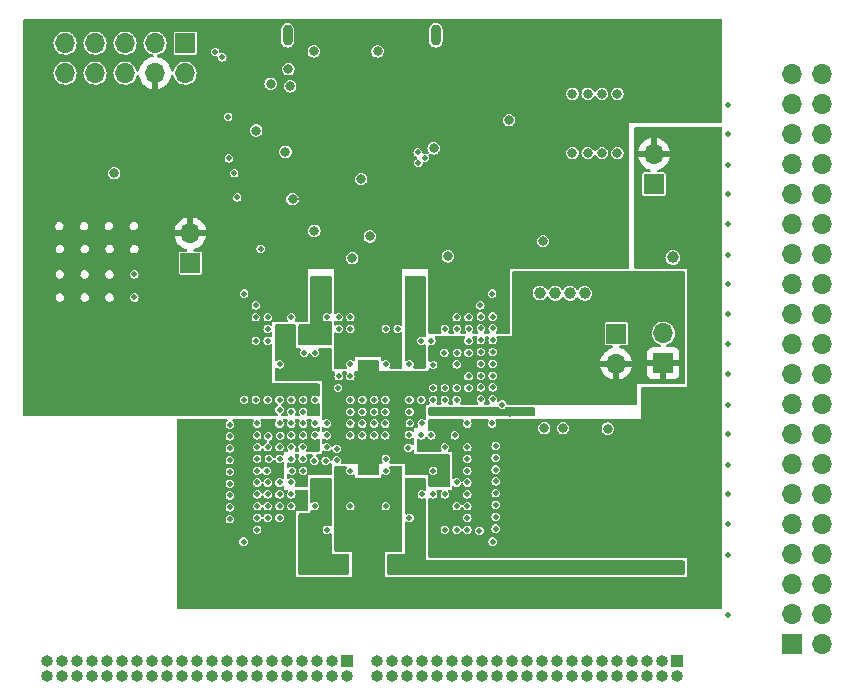
<source format=gbr>
%TF.GenerationSoftware,KiCad,Pcbnew,6.0.10-86aedd382b~118~ubuntu20.04.1*%
%TF.CreationDate,2023-03-05T00:00:34-08:00*%
%TF.ProjectId,ep2c35_trial,65703263-3335-45f7-9472-69616c2e6b69,rev?*%
%TF.SameCoordinates,Original*%
%TF.FileFunction,Copper,L3,Inr*%
%TF.FilePolarity,Positive*%
%FSLAX46Y46*%
G04 Gerber Fmt 4.6, Leading zero omitted, Abs format (unit mm)*
G04 Created by KiCad (PCBNEW 6.0.10-86aedd382b~118~ubuntu20.04.1) date 2023-03-05 00:00:34*
%MOMM*%
%LPD*%
G01*
G04 APERTURE LIST*
%TA.AperFunction,ComponentPad*%
%ADD10R,1.700000X1.700000*%
%TD*%
%TA.AperFunction,ComponentPad*%
%ADD11O,1.700000X1.700000*%
%TD*%
%TA.AperFunction,ComponentPad*%
%ADD12R,1.000000X1.000000*%
%TD*%
%TA.AperFunction,ComponentPad*%
%ADD13O,1.000000X1.000000*%
%TD*%
%TA.AperFunction,ComponentPad*%
%ADD14C,0.460000*%
%TD*%
%TA.AperFunction,ComponentPad*%
%ADD15O,0.900000X1.800000*%
%TD*%
%TA.AperFunction,ViaPad*%
%ADD16C,0.460000*%
%TD*%
%TA.AperFunction,ViaPad*%
%ADD17C,1.000000*%
%TD*%
%TA.AperFunction,ViaPad*%
%ADD18C,1.016000*%
%TD*%
%TA.AperFunction,ViaPad*%
%ADD19C,0.800000*%
%TD*%
G04 APERTURE END LIST*
D10*
%TO.N,/3V3_LDO*%
%TO.C,J6*%
X129950000Y-67925000D03*
D11*
%TO.N,+3.3V*%
X129950000Y-65385000D03*
%TD*%
D12*
%TO.N,GND*%
%TO.C,J2*%
X171150000Y-101650000D03*
D13*
X171150000Y-102920000D03*
%TO.N,/LVDS_RX_DATA1_7_N*%
X169880000Y-101650000D03*
%TO.N,GND*%
X169880000Y-102920000D03*
%TO.N,/LVDS_RX_DATA1_7_P*%
X168610000Y-101650000D03*
%TO.N,GND*%
X168610000Y-102920000D03*
%TO.N,/LVDS_RX_DATA1_6_N*%
X167340000Y-101650000D03*
%TO.N,GND*%
X167340000Y-102920000D03*
%TO.N,/LVDS_RX_DATA1_6_P*%
X166070000Y-101650000D03*
%TO.N,GND*%
X166070000Y-102920000D03*
%TO.N,/LVDS_RX_DATA1_5_N*%
X164800000Y-101650000D03*
%TO.N,GND*%
X164800000Y-102920000D03*
%TO.N,/LVDS_RX_DATA1_5_P*%
X163530000Y-101650000D03*
%TO.N,GND*%
X163530000Y-102920000D03*
%TO.N,/LVDS_RX_DATA1_4_N*%
X162260000Y-101650000D03*
%TO.N,GND*%
X162260000Y-102920000D03*
%TO.N,/LVDS_RX_DATA1_4_P*%
X160990000Y-101650000D03*
%TO.N,GND*%
X160990000Y-102920000D03*
%TO.N,/LVDS_RX_DATA1_3_N*%
X159720000Y-101650000D03*
%TO.N,GND*%
X159720000Y-102920000D03*
%TO.N,/LVDS_RX_DATA1_3_P*%
X158450000Y-101650000D03*
%TO.N,GND*%
X158450000Y-102920000D03*
%TO.N,/LVDS_RX_DATA1_2_N*%
X157180000Y-101650000D03*
%TO.N,GND*%
X157180000Y-102920000D03*
%TO.N,/LVDS_RX_DATA1_2_P*%
X155910000Y-101650000D03*
%TO.N,GND*%
X155910000Y-102920000D03*
%TO.N,/LVDS_RX_DATA1_1_N*%
X154640000Y-101650000D03*
%TO.N,GND*%
X154640000Y-102920000D03*
%TO.N,/LVDS_RX_DATA1_1_P*%
X153370000Y-101650000D03*
%TO.N,GND*%
X153370000Y-102920000D03*
%TO.N,/LVDS_RX_DATA1_0_N*%
X152100000Y-101650000D03*
%TO.N,GND*%
X152100000Y-102920000D03*
%TO.N,/LVDS_RX_DATA1_0_P*%
X150830000Y-101650000D03*
%TO.N,GND*%
X150830000Y-102920000D03*
%TO.N,/LVDS_RX_FCLK1_N*%
X149560000Y-101650000D03*
%TO.N,GND*%
X149560000Y-102920000D03*
%TO.N,/LVDS_RX_FCLK1_P*%
X148290000Y-101650000D03*
%TO.N,GND*%
X148290000Y-102920000D03*
%TO.N,/LVDS_RX_CLK1_N*%
X147020000Y-101650000D03*
%TO.N,GND*%
X147020000Y-102920000D03*
%TO.N,/LVDS_RX_CLK1_P*%
X145750000Y-101650000D03*
%TO.N,GND*%
X145750000Y-102920000D03*
%TD*%
D10*
%TO.N,+1V2*%
%TO.C,J9*%
X170000000Y-76400000D03*
D11*
%TO.N,/1V2_OPT*%
X170000000Y-73860000D03*
%TD*%
D10*
%TO.N,/VBUS*%
%TO.C,J3*%
X180900000Y-100200000D03*
D11*
%TO.N,GND*%
X183440000Y-100200000D03*
%TO.N,/POD_CLK*%
X180900000Y-97660000D03*
%TO.N,GND*%
X183440000Y-97660000D03*
%TO.N,unconnected-(J3-Pad5)*%
X180900000Y-95120000D03*
%TO.N,GND*%
X183440000Y-95120000D03*
%TO.N,/POD_D15*%
X180900000Y-92580000D03*
%TO.N,GND*%
X183440000Y-92580000D03*
%TO.N,/POD_D14*%
X180900000Y-90040000D03*
%TO.N,GND*%
X183440000Y-90040000D03*
%TO.N,/POD_D13*%
X180900000Y-87500000D03*
%TO.N,GND*%
X183440000Y-87500000D03*
%TO.N,/POD_D12*%
X180900000Y-84960000D03*
%TO.N,GND*%
X183440000Y-84960000D03*
%TO.N,/POD_D11*%
X180900000Y-82420000D03*
%TO.N,GND*%
X183440000Y-82420000D03*
%TO.N,/POD_D10*%
X180900000Y-79880000D03*
%TO.N,GND*%
X183440000Y-79880000D03*
%TO.N,/POD_D9*%
X180900000Y-77340000D03*
%TO.N,GND*%
X183440000Y-77340000D03*
%TO.N,/POD_D8*%
X180900000Y-74800000D03*
%TO.N,GND*%
X183440000Y-74800000D03*
%TO.N,/POD_D7*%
X180900000Y-72260000D03*
%TO.N,GND*%
X183440000Y-72260000D03*
%TO.N,/POD_D6*%
X180900000Y-69720000D03*
%TO.N,GND*%
X183440000Y-69720000D03*
%TO.N,/POD_D5*%
X180900000Y-67180000D03*
%TO.N,GND*%
X183440000Y-67180000D03*
%TO.N,/POD_D4*%
X180900000Y-64640000D03*
%TO.N,GND*%
X183440000Y-64640000D03*
%TO.N,/POD_D3*%
X180900000Y-62100000D03*
%TO.N,GND*%
X183440000Y-62100000D03*
%TO.N,/POD_D2*%
X180900000Y-59560000D03*
%TO.N,GND*%
X183440000Y-59560000D03*
%TO.N,/POD_D1*%
X180900000Y-57020000D03*
%TO.N,GND*%
X183440000Y-57020000D03*
%TO.N,/POD_D0*%
X180900000Y-54480000D03*
%TO.N,GND*%
X183440000Y-54480000D03*
%TO.N,/VBUS*%
X180900000Y-51940000D03*
%TO.N,GND*%
X183440000Y-51940000D03*
%TD*%
D10*
%TO.N,/TCK*%
%TO.C,J5*%
X129500000Y-49300000D03*
D11*
%TO.N,GND*%
X129500000Y-51840000D03*
%TO.N,/TDO*%
X126960000Y-49300000D03*
%TO.N,+3.3V*%
X126960000Y-51840000D03*
%TO.N,/TMS*%
X124420000Y-49300000D03*
%TO.N,unconnected-(J5-Pad6)*%
X124420000Y-51840000D03*
%TO.N,unconnected-(J5-Pad7)*%
X121880000Y-49300000D03*
%TO.N,unconnected-(J5-Pad8)*%
X121880000Y-51840000D03*
%TO.N,/TDI*%
X119340000Y-49300000D03*
%TO.N,GND*%
X119340000Y-51840000D03*
%TD*%
D12*
%TO.N,GND*%
%TO.C,J1*%
X143210000Y-101650000D03*
D13*
X143210000Y-102920000D03*
%TO.N,/LVDS_RX_FCLK0_N*%
X141940000Y-101650000D03*
%TO.N,GND*%
X141940000Y-102920000D03*
%TO.N,/LVDS_RX_FCLK0_P*%
X140670000Y-101650000D03*
%TO.N,GND*%
X140670000Y-102920000D03*
%TO.N,/LVDS_RX_DATA0_7_N*%
X139400000Y-101650000D03*
%TO.N,GND*%
X139400000Y-102920000D03*
%TO.N,/LVDS_RX_DATA0_7_P*%
X138130000Y-101650000D03*
%TO.N,GND*%
X138130000Y-102920000D03*
%TO.N,/LVDS_RX_DATA0_6_N*%
X136860000Y-101650000D03*
%TO.N,GND*%
X136860000Y-102920000D03*
%TO.N,/LVDS_RX_DATA0_6_P*%
X135590000Y-101650000D03*
%TO.N,GND*%
X135590000Y-102920000D03*
%TO.N,/LVDS_RX_DATA0_5_N*%
X134320000Y-101650000D03*
%TO.N,GND*%
X134320000Y-102920000D03*
%TO.N,/LVDS_RX_DATA0_5_P*%
X133050000Y-101650000D03*
%TO.N,GND*%
X133050000Y-102920000D03*
%TO.N,/LVDS_RX_DATA0_4_N*%
X131780000Y-101650000D03*
%TO.N,GND*%
X131780000Y-102920000D03*
%TO.N,/LVDS_RX_DATA0_4_P*%
X130510000Y-101650000D03*
%TO.N,GND*%
X130510000Y-102920000D03*
%TO.N,/LVDS_RX_DATA0_3_N*%
X129240000Y-101650000D03*
%TO.N,GND*%
X129240000Y-102920000D03*
%TO.N,/LVDS_RX_DATA0_3_P*%
X127970000Y-101650000D03*
%TO.N,GND*%
X127970000Y-102920000D03*
%TO.N,/LVDS_RX_DATA0_2_N*%
X126700000Y-101650000D03*
%TO.N,GND*%
X126700000Y-102920000D03*
%TO.N,/LVDS_RX_DATA0_2_P*%
X125430000Y-101650000D03*
%TO.N,GND*%
X125430000Y-102920000D03*
%TO.N,/LVDS_RX_DATA0_1_N*%
X124160000Y-101650000D03*
%TO.N,GND*%
X124160000Y-102920000D03*
%TO.N,/LVDS_RX_DATA0_1_P*%
X122890000Y-101650000D03*
%TO.N,GND*%
X122890000Y-102920000D03*
%TO.N,/LVDS_RX_DATA0_0_N*%
X121620000Y-101650000D03*
%TO.N,GND*%
X121620000Y-102920000D03*
%TO.N,/LVDS_RX_DATA0_0_P*%
X120350000Y-101650000D03*
%TO.N,GND*%
X120350000Y-102920000D03*
%TO.N,/LVDS_RX_CLK0_N*%
X119080000Y-101650000D03*
%TO.N,GND*%
X119080000Y-102920000D03*
%TO.N,/LVDS_RX_CLK0_P*%
X117810000Y-101650000D03*
%TO.N,GND*%
X117810000Y-102920000D03*
%TD*%
D14*
%TO.N,GND*%
%TO.C,U2*%
X125200000Y-68883750D03*
X125200000Y-70833750D03*
%TD*%
D10*
%TO.N,/1V2_LDO*%
%TO.C,J8*%
X166000000Y-73900000D03*
D11*
%TO.N,+1V2*%
X166000000Y-76440000D03*
%TD*%
D15*
%TO.N,/USB_SHIELD*%
%TO.C,J4*%
X150725000Y-48650000D03*
X138175000Y-48650000D03*
%TD*%
D10*
%TO.N,/2V5_LDO*%
%TO.C,J7*%
X169200000Y-61230000D03*
D11*
%TO.N,+2V5*%
X169200000Y-58690000D03*
%TD*%
D16*
%TO.N,+1V2*%
X146500000Y-77500000D03*
X138500000Y-74400000D03*
X150500000Y-86500000D03*
X141450000Y-79600000D03*
X148500000Y-85500000D03*
X147500000Y-82500000D03*
X146500000Y-78500000D03*
X145500000Y-78500000D03*
X143500000Y-83500000D03*
X142450000Y-80500000D03*
X149500000Y-80500000D03*
X143500000Y-84500000D03*
X140500000Y-76500000D03*
X145500000Y-76500000D03*
X145400000Y-85500000D03*
X145450000Y-84500000D03*
X143500000Y-78500000D03*
X144500000Y-78500000D03*
X147500000Y-83500000D03*
X147500000Y-80500000D03*
X142400000Y-79600000D03*
X145500000Y-77500000D03*
X139450000Y-86450000D03*
X144500000Y-83500000D03*
X146500000Y-83550000D03*
X147500000Y-81500000D03*
X145500000Y-83500000D03*
X147500000Y-79500000D03*
X150350000Y-75500000D03*
X142450000Y-81500000D03*
X142350000Y-82650000D03*
%TO.N,/LVDS101*%
X152500000Y-72500000D03*
X153500000Y-72500000D03*
%TO.N,/LVDS100*%
X153525000Y-73475000D03*
X152525000Y-73475000D03*
%TO.N,/LVDS105*%
X153500000Y-74500000D03*
X153500000Y-75500000D03*
%TO.N,/LVDS111*%
X150500000Y-78500000D03*
X151500000Y-78500000D03*
%TO.N,/LVDS117*%
X150500000Y-79500000D03*
X151500000Y-79500000D03*
%TO.N,/LVDS120*%
X153500000Y-78500000D03*
X152500000Y-78500000D03*
%TO.N,/LVDS130*%
X149525000Y-81475000D03*
X148525000Y-81475000D03*
%TO.N,/LVDS132*%
X148400000Y-83550000D03*
X148450000Y-82450000D03*
%TO.N,+2V5*%
X152350000Y-81500000D03*
X137500000Y-85400000D03*
D17*
X163400000Y-81900000D03*
D16*
X146500000Y-87500000D03*
X149500000Y-83500000D03*
X147500000Y-85500000D03*
X154550000Y-91550000D03*
X135550000Y-91500000D03*
X145500000Y-89500000D03*
X139500000Y-88500000D03*
X136500000Y-81500000D03*
X150550000Y-88550000D03*
X152500000Y-85350000D03*
X144500000Y-89500000D03*
X140500000Y-83450000D03*
X142500000Y-85550000D03*
X153500000Y-92500000D03*
X143500000Y-87500000D03*
%TO.N,+1V2A*%
X140500000Y-86500000D03*
X149600000Y-75500000D03*
D18*
X141000000Y-69700000D03*
X142500000Y-93300000D03*
X171000000Y-93700000D03*
X147500000Y-93300000D03*
D16*
X139500000Y-74500000D03*
X149500000Y-86500000D03*
D18*
X149050000Y-69600000D03*
D16*
%TO.N,/LVDS_RX_DATA0_7_N*%
X135600000Y-89500000D03*
%TO.N,/LVDS_RX_DATA0_7_P*%
X133300000Y-89600000D03*
%TO.N,/LVDS_RX_DATA0_6_N*%
X135600000Y-88500000D03*
%TO.N,/LVDS_RX_DATA0_6_P*%
X133300000Y-88600000D03*
%TO.N,/LVDS_RX_DATA0_5_N*%
X135600000Y-87500000D03*
%TO.N,/LVDS_RX_DATA0_5_P*%
X133300000Y-87600000D03*
%TO.N,/LVDS_RX_DATA0_4_N*%
X135600000Y-86500000D03*
%TO.N,/LVDS_RX_DATA0_4_P*%
X133300000Y-86600000D03*
%TO.N,/LVDS_RX_DATA0_3_N*%
X135600000Y-85500000D03*
%TO.N,/LVDS_RX_DATA0_3_P*%
X133300000Y-85600000D03*
%TO.N,/LVDS_RX_DATA0_2_N*%
X135600000Y-84500000D03*
%TO.N,/LVDS_RX_DATA0_2_P*%
X133300000Y-84600000D03*
%TO.N,/LVDS_RX_DATA0_1_N*%
X135600000Y-83500000D03*
%TO.N,/LVDS_RX_DATA0_1_P*%
X133300000Y-83600000D03*
%TO.N,/LVDS_RX_DATA0_0_N*%
X135600000Y-82500000D03*
%TO.N,/LVDS_RX_DATA0_0_P*%
X133300000Y-82600000D03*
%TO.N,/LVDS_RX_FCLK0_N*%
X137500000Y-89500000D03*
%TO.N,/LVDS_RX_FCLK0_P*%
X136500000Y-89500000D03*
%TO.N,/LVDS_RX_CLK0_P*%
X133300000Y-81600000D03*
%TO.N,/LVDS_RX_CLK0_N*%
X135600000Y-81500000D03*
D19*
%TO.N,+3.3V*%
X141060749Y-57439251D03*
D16*
X153500000Y-80500000D03*
X140500000Y-78500000D03*
X154500000Y-70500000D03*
D19*
X159700000Y-62250000D03*
X145449001Y-56389366D03*
D16*
X147500000Y-76500000D03*
X150500000Y-73500000D03*
D19*
X146100000Y-66150000D03*
X160900000Y-60000000D03*
D16*
X146500000Y-74500000D03*
X134500000Y-71500000D03*
X150500000Y-80500000D03*
D19*
X144000500Y-56100000D03*
X125950000Y-60300000D03*
X142050000Y-65400000D03*
D16*
X143500000Y-74500000D03*
D19*
X147350000Y-56400000D03*
D16*
X145500000Y-72500000D03*
D19*
X150250000Y-62450000D03*
X139500000Y-62500000D03*
X157000000Y-80500000D03*
D16*
X142500000Y-76500000D03*
X136500000Y-80350000D03*
X139500000Y-72500000D03*
X149500000Y-79500000D03*
X155550000Y-71500000D03*
X144500000Y-72500000D03*
X152500000Y-76500000D03*
X135500000Y-70500000D03*
%TO.N,/LVDS_RX_DATA1_7_N*%
X153400000Y-83500000D03*
%TO.N,/LVDS_RX_DATA1_7_P*%
X155800000Y-83400000D03*
%TO.N,/LVDS_RX_DATA1_6_N*%
X153400000Y-84500000D03*
%TO.N,/LVDS_RX_DATA1_6_P*%
X155800000Y-84400000D03*
%TO.N,/LVDS_RX_DATA1_5_N*%
X153400000Y-85500000D03*
%TO.N,/LVDS_RX_DATA1_5_P*%
X155800000Y-85400000D03*
%TO.N,/LVDS_RX_DATA1_4_N*%
X153400000Y-86500000D03*
%TO.N,/LVDS_RX_DATA1_4_P*%
X155800000Y-86400000D03*
%TO.N,/LVDS_RX_DATA1_3_N*%
X153400000Y-87500000D03*
%TO.N,/LVDS_RX_DATA1_3_P*%
X155800000Y-87400000D03*
%TO.N,/LVDS_RX_DATA1_2_N*%
X153400000Y-88500000D03*
%TO.N,/LVDS_RX_DATA1_2_P*%
X155800000Y-88400000D03*
%TO.N,/LVDS_RX_DATA1_1_N*%
X153400000Y-89500000D03*
%TO.N,/LVDS_RX_DATA1_1_P*%
X155800000Y-89400000D03*
%TO.N,/LVDS_RX_DATA1_0_N*%
X153400000Y-90500000D03*
%TO.N,/LVDS_RX_DATA1_0_P*%
X155800000Y-90400000D03*
%TO.N,/LVDS_RX_FCLK1_N*%
X151500000Y-90500000D03*
%TO.N,/LVDS_RX_FCLK1_P*%
X152500000Y-90500000D03*
%TO.N,/LVDS_RX_CLK1_N*%
X153400000Y-81500000D03*
%TO.N,Net-(R2-Pad2)*%
X137500000Y-80350000D03*
%TO.N,Net-(U1-PadP3)*%
X136400000Y-85500000D03*
X136500000Y-83500000D03*
D19*
%TO.N,/VBUS*%
X138250000Y-51500000D03*
D16*
%TO.N,/FT_WAKEUP_N*%
X142500000Y-72500000D03*
X149250000Y-59450000D03*
%TO.N,/FT_GPIO0*%
X149800000Y-59000000D03*
X142500000Y-73500000D03*
%TO.N,/FT_GPIO1*%
X149200000Y-58550000D03*
X143500000Y-72500000D03*
D19*
%TO.N,/USB_SHIELD*%
X136750000Y-52750000D03*
D16*
%TO.N,Net-(U1-PadV4)*%
X138500000Y-88500000D03*
X137500000Y-87500000D03*
%TO.N,/LVDS_RX_CLK1_P*%
X155500000Y-81500000D03*
D19*
%TO.N,GND*%
X138400000Y-52950000D03*
X135510000Y-56700000D03*
D16*
X145500000Y-80500000D03*
D17*
X162090000Y-70490000D03*
D16*
X149550000Y-87500000D03*
X143500000Y-80500000D03*
X155500000Y-70500000D03*
D17*
X159550000Y-70450000D03*
D16*
X151450000Y-75500000D03*
X137500000Y-81500000D03*
X140500000Y-75500000D03*
X154425000Y-90575000D03*
X140500000Y-79500000D03*
X153500000Y-77500000D03*
D19*
X138000000Y-58500000D03*
D16*
X142500000Y-77500000D03*
D19*
X164800000Y-58600000D03*
D16*
X150500000Y-76550000D03*
X143500000Y-82500000D03*
D19*
X159800000Y-66050000D03*
D16*
X146500000Y-84500000D03*
X138500000Y-72500000D03*
X150500000Y-85500000D03*
X138500000Y-86500000D03*
X146500000Y-88500000D03*
X146450000Y-80500000D03*
X152500000Y-86500000D03*
X135600000Y-90500000D03*
D19*
X140400000Y-49999500D03*
D16*
X151500000Y-83500000D03*
X143500000Y-73500000D03*
D19*
X159900000Y-81900000D03*
D16*
X154500000Y-71500000D03*
X142450000Y-78500000D03*
D19*
X140450000Y-65200000D03*
D16*
X143500000Y-81500000D03*
X152500000Y-79500000D03*
X136600000Y-84500000D03*
X140500000Y-82500000D03*
X141500000Y-90500000D03*
X148500000Y-79500000D03*
D19*
X150550000Y-58200000D03*
D16*
X138500000Y-87500000D03*
X139600000Y-75500000D03*
X145500000Y-79500000D03*
X134500000Y-79500000D03*
X143500000Y-76500000D03*
X148500000Y-76500000D03*
D19*
X162300000Y-53600000D03*
X143650000Y-67500000D03*
X162300000Y-58600000D03*
D16*
X143500000Y-79500000D03*
D19*
X163600000Y-58600000D03*
D16*
X145500000Y-81500000D03*
X137500000Y-76500000D03*
X148500000Y-80500000D03*
X155550000Y-91500000D03*
X144500000Y-80500000D03*
X136500000Y-79500000D03*
D19*
X164800000Y-53600000D03*
D17*
X163340000Y-70490000D03*
D16*
X144500000Y-82500000D03*
D17*
X160840000Y-70490000D03*
D16*
X141500000Y-83500000D03*
D19*
X163600000Y-53600000D03*
D16*
X149500000Y-82500000D03*
D19*
X144400000Y-60800000D03*
D16*
X143500000Y-77500000D03*
D19*
X166100000Y-58600000D03*
D16*
X146500000Y-85500000D03*
X146500000Y-76500000D03*
X152500000Y-88500000D03*
D19*
X166100000Y-53600000D03*
D16*
X143500000Y-85500000D03*
X152550000Y-75500000D03*
D17*
X170800000Y-67450000D03*
D16*
X145500000Y-82500000D03*
X140500000Y-88500000D03*
X134500000Y-70500000D03*
X143500000Y-88500000D03*
X141500000Y-72500000D03*
X147500000Y-73500000D03*
D19*
X151750000Y-67350000D03*
D16*
X142350000Y-84600000D03*
X149500000Y-74500000D03*
X144500000Y-81500000D03*
X151500000Y-87500000D03*
X134450000Y-91500000D03*
X142350000Y-83650000D03*
D19*
X165300000Y-81950000D03*
D16*
X144500000Y-79500000D03*
X151500000Y-73500000D03*
X135500000Y-71500000D03*
D19*
X145150500Y-65671007D03*
D16*
X150500000Y-87500000D03*
D19*
X161500000Y-81900000D03*
D16*
X136500000Y-87500000D03*
X150350000Y-74500000D03*
D19*
X156930000Y-55827500D03*
X138600000Y-62500000D03*
D16*
X146450000Y-79500000D03*
X146500000Y-73500000D03*
D19*
X123495000Y-60305000D03*
X145797542Y-49999500D03*
D16*
X141500000Y-82500000D03*
X148500000Y-89500000D03*
X146450000Y-82500000D03*
X146450000Y-81500000D03*
%TO.N,/TCK*%
X135500000Y-79500000D03*
%TO.N,/TDO*%
X138500000Y-80500000D03*
X132050000Y-50050000D03*
%TO.N,/TMS*%
X139500000Y-79500000D03*
%TO.N,/TDI*%
X132650000Y-50500000D03*
X138500000Y-79500000D03*
%TO.N,/SPI_nCS*%
X133150000Y-55550000D03*
X135500000Y-72500000D03*
%TO.N,/SPI_ADS*%
X136500000Y-72500000D03*
X133650000Y-60300000D03*
%TO.N,/SPI_DATA0*%
X133900000Y-62350000D03*
X137500000Y-79500000D03*
%TO.N,/SPI_DCLK*%
X133200000Y-59050000D03*
X139500000Y-80500000D03*
%TO.N,/CRC_ERROR*%
X135900000Y-66700000D03*
X136500000Y-73500000D03*
%TO.N,/LVDS26*%
X138500000Y-81500000D03*
X139500000Y-81500000D03*
%TO.N,/LVDS23*%
X141500000Y-81500000D03*
X140500000Y-81500000D03*
%TO.N,/LVDS20*%
X137550000Y-82550000D03*
X136550000Y-82600000D03*
%TO.N,/LVDS22*%
X139500000Y-82500000D03*
X138500000Y-82500000D03*
%TO.N,/LVDS12*%
X137500000Y-83500000D03*
X137500000Y-84500000D03*
%TO.N,/LVDS17*%
X138500000Y-83500000D03*
X139450000Y-83500000D03*
%TO.N,/LVDS10*%
X138500000Y-84500000D03*
X139450000Y-84500000D03*
%TO.N,/LVDS18*%
X140450000Y-84650000D03*
X141400000Y-84650000D03*
%TO.N,/LVDS7*%
X138550000Y-85500000D03*
X139500000Y-85500000D03*
%TO.N,/LVDS2*%
X137500000Y-88500000D03*
X136500000Y-88500000D03*
%TO.N,/nSTATUS*%
X152350000Y-82500000D03*
%TO.N,/CONF_DONE*%
X150350000Y-82500000D03*
%TO.N,/LVDS48*%
X136500000Y-74500000D03*
X135500000Y-74500000D03*
%TO.N,Net-(U1-PadU3)*%
X136500000Y-86500000D03*
X137500000Y-86500000D03*
%TO.N,/DIG_CLK*%
X175500000Y-97700000D03*
X156350000Y-79900000D03*
%TO.N,/DIG_D15*%
X175500000Y-92600000D03*
X155550000Y-79450000D03*
%TO.N,/DIG_D14*%
X154550000Y-79450000D03*
X175500000Y-90000000D03*
%TO.N,/DIG_D13*%
X155550000Y-78450000D03*
X175500000Y-87500000D03*
%TO.N,/DIG_D12*%
X154550000Y-78450000D03*
X175500000Y-85000000D03*
%TO.N,/DIG_D11*%
X175500000Y-82400000D03*
X155550000Y-77450000D03*
%TO.N,/DIG_D10*%
X175500000Y-79900000D03*
X154550000Y-77450000D03*
%TO.N,/DIG_D9*%
X155550000Y-76450000D03*
X175500000Y-77300000D03*
%TO.N,/DIG_D8*%
X175500000Y-74800000D03*
X154550000Y-76450000D03*
%TO.N,/DIG_D7*%
X175500000Y-72200000D03*
X155550000Y-75450000D03*
%TO.N,/DIG_D6*%
X175500000Y-69700000D03*
X154550000Y-75450000D03*
%TO.N,/DIG_D5*%
X155550000Y-74450000D03*
X175500000Y-67200000D03*
%TO.N,/DIG_D4*%
X175500000Y-64600000D03*
X154550000Y-74450000D03*
%TO.N,/DIG_D3*%
X175500000Y-62100000D03*
X155550000Y-73450000D03*
%TO.N,/DIG_D2*%
X175500000Y-59600000D03*
X154550000Y-73450000D03*
%TO.N,/DIG_D1*%
X175500000Y-57000000D03*
X155550000Y-72450000D03*
%TO.N,/DIG_D0*%
X175500000Y-54500000D03*
X154550000Y-72450000D03*
%TD*%
%TA.AperFunction,Conductor*%
%TO.N,+2V5*%
G36*
X143165964Y-85120002D02*
G01*
X143212457Y-85173658D01*
X143222561Y-85243932D01*
X143205355Y-85286323D01*
X143207171Y-85287248D01*
X143155759Y-85388149D01*
X143138044Y-85500000D01*
X143155759Y-85611851D01*
X143207171Y-85712752D01*
X143287248Y-85792829D01*
X143388149Y-85844241D01*
X143500000Y-85861956D01*
X143611851Y-85844241D01*
X143712752Y-85792829D01*
X143713968Y-85795216D01*
X143766804Y-85776363D01*
X143835956Y-85792442D01*
X143885437Y-85843354D01*
X143900000Y-85902157D01*
X143900000Y-86100000D01*
X146100000Y-86100000D01*
X146100000Y-85902157D01*
X146120002Y-85834036D01*
X146173658Y-85787543D01*
X146243932Y-85777439D01*
X146286323Y-85794645D01*
X146287248Y-85792829D01*
X146388149Y-85844241D01*
X146500000Y-85861956D01*
X146611851Y-85844241D01*
X146712752Y-85792829D01*
X146792829Y-85712752D01*
X146844241Y-85611851D01*
X146861956Y-85500000D01*
X146844241Y-85388149D01*
X146792829Y-85287248D01*
X146795216Y-85286032D01*
X146776363Y-85233196D01*
X146792442Y-85164044D01*
X146843354Y-85114563D01*
X146902157Y-85100000D01*
X147774000Y-85100000D01*
X147842121Y-85120002D01*
X147888614Y-85173658D01*
X147900000Y-85226000D01*
X147900000Y-92224000D01*
X147879998Y-92292121D01*
X147826342Y-92338614D01*
X147774000Y-92350000D01*
X146400000Y-92350000D01*
X146400000Y-94500000D01*
X143600000Y-94500000D01*
X143600000Y-92350000D01*
X142226000Y-92350000D01*
X142157879Y-92329998D01*
X142111386Y-92276342D01*
X142100000Y-92224000D01*
X142100000Y-88500000D01*
X143138044Y-88500000D01*
X143155759Y-88611851D01*
X143207171Y-88712752D01*
X143287248Y-88792829D01*
X143388149Y-88844241D01*
X143500000Y-88861956D01*
X143611851Y-88844241D01*
X143712752Y-88792829D01*
X143792829Y-88712752D01*
X143844241Y-88611851D01*
X143861956Y-88500000D01*
X146138044Y-88500000D01*
X146155759Y-88611851D01*
X146207171Y-88712752D01*
X146287248Y-88792829D01*
X146388149Y-88844241D01*
X146500000Y-88861956D01*
X146611851Y-88844241D01*
X146712752Y-88792829D01*
X146792829Y-88712752D01*
X146844241Y-88611851D01*
X146861956Y-88500000D01*
X146844241Y-88388149D01*
X146792829Y-88287248D01*
X146712752Y-88207171D01*
X146611851Y-88155759D01*
X146500000Y-88138044D01*
X146388149Y-88155759D01*
X146287248Y-88207171D01*
X146207171Y-88287248D01*
X146155759Y-88388149D01*
X146138044Y-88500000D01*
X143861956Y-88500000D01*
X143844241Y-88388149D01*
X143792829Y-88287248D01*
X143712752Y-88207171D01*
X143611851Y-88155759D01*
X143500000Y-88138044D01*
X143388149Y-88155759D01*
X143287248Y-88207171D01*
X143207171Y-88287248D01*
X143155759Y-88388149D01*
X143138044Y-88500000D01*
X142100000Y-88500000D01*
X142100000Y-85226000D01*
X142120002Y-85157879D01*
X142173658Y-85111386D01*
X142226000Y-85100000D01*
X143097843Y-85100000D01*
X143165964Y-85120002D01*
G37*
%TD.AperFunction*%
%TD*%
%TA.AperFunction,Conductor*%
%TO.N,+3.3V*%
G36*
X157000000Y-73774000D02*
G01*
X156979998Y-73842121D01*
X156926342Y-73888614D01*
X156874000Y-73900000D01*
X155909771Y-73900000D01*
X155841650Y-73879998D01*
X155795157Y-73826342D01*
X155785053Y-73756068D01*
X155814547Y-73691488D01*
X155820676Y-73684905D01*
X155842829Y-73662752D01*
X155894241Y-73561851D01*
X155906445Y-73484793D01*
X155910405Y-73459793D01*
X155911956Y-73450000D01*
X155894241Y-73338149D01*
X155842829Y-73237248D01*
X155762752Y-73157171D01*
X155661851Y-73105759D01*
X155550000Y-73088044D01*
X155438149Y-73105759D01*
X155337248Y-73157171D01*
X155257171Y-73237248D01*
X155205759Y-73338149D01*
X155188044Y-73450000D01*
X155189595Y-73459793D01*
X155193555Y-73484793D01*
X155205759Y-73561851D01*
X155257171Y-73662752D01*
X155279324Y-73684905D01*
X155313350Y-73747217D01*
X155308285Y-73818032D01*
X155265738Y-73874868D01*
X155199218Y-73899679D01*
X155190229Y-73900000D01*
X154909771Y-73900000D01*
X154841650Y-73879998D01*
X154795157Y-73826342D01*
X154785053Y-73756068D01*
X154814547Y-73691488D01*
X154820676Y-73684905D01*
X154842829Y-73662752D01*
X154894241Y-73561851D01*
X154906445Y-73484793D01*
X154910405Y-73459793D01*
X154911956Y-73450000D01*
X154894241Y-73338149D01*
X154842829Y-73237248D01*
X154762752Y-73157171D01*
X154661851Y-73105759D01*
X154550000Y-73088044D01*
X154438149Y-73105759D01*
X154337248Y-73157171D01*
X154257171Y-73237248D01*
X154205759Y-73338149D01*
X154188044Y-73450000D01*
X154189595Y-73459793D01*
X154193555Y-73484793D01*
X154205759Y-73561851D01*
X154257171Y-73662752D01*
X154279324Y-73684905D01*
X154313350Y-73747217D01*
X154308285Y-73818032D01*
X154265738Y-73874868D01*
X154199218Y-73899679D01*
X154190229Y-73900000D01*
X153908993Y-73900000D01*
X153840872Y-73879998D01*
X153794379Y-73826342D01*
X153784275Y-73756068D01*
X153807058Y-73699938D01*
X153810818Y-73694763D01*
X153817829Y-73687752D01*
X153869241Y-73586851D01*
X153881445Y-73509793D01*
X153885405Y-73484793D01*
X153886956Y-73475000D01*
X153882997Y-73450000D01*
X153874752Y-73397942D01*
X153869241Y-73363149D01*
X153817829Y-73262248D01*
X153737752Y-73182171D01*
X153636851Y-73130759D01*
X153525000Y-73113044D01*
X153413149Y-73130759D01*
X153312248Y-73182171D01*
X153232171Y-73262248D01*
X153180759Y-73363149D01*
X153175248Y-73397942D01*
X153167004Y-73450000D01*
X153163044Y-73475000D01*
X153164595Y-73484793D01*
X153168555Y-73509793D01*
X153180759Y-73586851D01*
X153232171Y-73687752D01*
X153239182Y-73694763D01*
X153242942Y-73699938D01*
X153266801Y-73766805D01*
X153250722Y-73835957D01*
X153199809Y-73885438D01*
X153141007Y-73900000D01*
X152908993Y-73900000D01*
X152840872Y-73879998D01*
X152794379Y-73826342D01*
X152784275Y-73756068D01*
X152807058Y-73699938D01*
X152810818Y-73694763D01*
X152817829Y-73687752D01*
X152869241Y-73586851D01*
X152881445Y-73509793D01*
X152885405Y-73484793D01*
X152886956Y-73475000D01*
X152882997Y-73450000D01*
X152874752Y-73397942D01*
X152869241Y-73363149D01*
X152817829Y-73262248D01*
X152737752Y-73182171D01*
X152636851Y-73130759D01*
X152525000Y-73113044D01*
X152413149Y-73130759D01*
X152312248Y-73182171D01*
X152232171Y-73262248D01*
X152180759Y-73363149D01*
X152175248Y-73397942D01*
X152167004Y-73450000D01*
X152163044Y-73475000D01*
X152164595Y-73484793D01*
X152168555Y-73509793D01*
X152180759Y-73586851D01*
X152232171Y-73687752D01*
X152239182Y-73694763D01*
X152242942Y-73699938D01*
X152266801Y-73766805D01*
X152250722Y-73835957D01*
X152199809Y-73885438D01*
X152141007Y-73900000D01*
X151902157Y-73900000D01*
X151834036Y-73879998D01*
X151787543Y-73826342D01*
X151777439Y-73756068D01*
X151794645Y-73713677D01*
X151792829Y-73712752D01*
X151839740Y-73620684D01*
X151844241Y-73611851D01*
X151861956Y-73500000D01*
X151857997Y-73475000D01*
X151845792Y-73397942D01*
X151844241Y-73388149D01*
X151792829Y-73287248D01*
X151712752Y-73207171D01*
X151611851Y-73155759D01*
X151500000Y-73138044D01*
X151388149Y-73155759D01*
X151287248Y-73207171D01*
X151207171Y-73287248D01*
X151155759Y-73388149D01*
X151154208Y-73397942D01*
X151142004Y-73475000D01*
X151138044Y-73500000D01*
X151155759Y-73611851D01*
X151160260Y-73620684D01*
X151207171Y-73712752D01*
X151204784Y-73713968D01*
X151223637Y-73766804D01*
X151207558Y-73835956D01*
X151156646Y-73885437D01*
X151097843Y-73900000D01*
X150226000Y-73900000D01*
X150157879Y-73879998D01*
X150111386Y-73826342D01*
X150100000Y-73774000D01*
X150100000Y-72500000D01*
X152138044Y-72500000D01*
X152155759Y-72611851D01*
X152207171Y-72712752D01*
X152287248Y-72792829D01*
X152388149Y-72844241D01*
X152500000Y-72861956D01*
X152611851Y-72844241D01*
X152712752Y-72792829D01*
X152792829Y-72712752D01*
X152844241Y-72611851D01*
X152861956Y-72500000D01*
X153138044Y-72500000D01*
X153155759Y-72611851D01*
X153207171Y-72712752D01*
X153287248Y-72792829D01*
X153388149Y-72844241D01*
X153500000Y-72861956D01*
X153611851Y-72844241D01*
X153712752Y-72792829D01*
X153792829Y-72712752D01*
X153844241Y-72611851D01*
X153861956Y-72500000D01*
X153854037Y-72450000D01*
X154188044Y-72450000D01*
X154205759Y-72561851D01*
X154257171Y-72662752D01*
X154337248Y-72742829D01*
X154438149Y-72794241D01*
X154550000Y-72811956D01*
X154661851Y-72794241D01*
X154762752Y-72742829D01*
X154842829Y-72662752D01*
X154894241Y-72561851D01*
X154911956Y-72450000D01*
X155188044Y-72450000D01*
X155205759Y-72561851D01*
X155257171Y-72662752D01*
X155337248Y-72742829D01*
X155438149Y-72794241D01*
X155550000Y-72811956D01*
X155661851Y-72794241D01*
X155762752Y-72742829D01*
X155842829Y-72662752D01*
X155894241Y-72561851D01*
X155911956Y-72450000D01*
X155894241Y-72338149D01*
X155842829Y-72237248D01*
X155762752Y-72157171D01*
X155661851Y-72105759D01*
X155550000Y-72088044D01*
X155438149Y-72105759D01*
X155337248Y-72157171D01*
X155257171Y-72237248D01*
X155205759Y-72338149D01*
X155188044Y-72450000D01*
X154911956Y-72450000D01*
X154894241Y-72338149D01*
X154842829Y-72237248D01*
X154762752Y-72157171D01*
X154661851Y-72105759D01*
X154652060Y-72104208D01*
X154652059Y-72104208D01*
X154597009Y-72095489D01*
X154532856Y-72065076D01*
X154527229Y-72056040D01*
X154514424Y-72075353D01*
X154452986Y-72103409D01*
X154447943Y-72104207D01*
X154447938Y-72104209D01*
X154438149Y-72105759D01*
X154337248Y-72157171D01*
X154257171Y-72237248D01*
X154205759Y-72338149D01*
X154188044Y-72450000D01*
X153854037Y-72450000D01*
X153844241Y-72388149D01*
X153792829Y-72287248D01*
X153712752Y-72207171D01*
X153611851Y-72155759D01*
X153500000Y-72138044D01*
X153388149Y-72155759D01*
X153287248Y-72207171D01*
X153207171Y-72287248D01*
X153155759Y-72388149D01*
X153138044Y-72500000D01*
X152861956Y-72500000D01*
X152844241Y-72388149D01*
X152792829Y-72287248D01*
X152712752Y-72207171D01*
X152611851Y-72155759D01*
X152500000Y-72138044D01*
X152388149Y-72155759D01*
X152287248Y-72207171D01*
X152207171Y-72287248D01*
X152155759Y-72388149D01*
X152138044Y-72500000D01*
X150100000Y-72500000D01*
X150100000Y-71500000D01*
X154138044Y-71500000D01*
X154155759Y-71611851D01*
X154207171Y-71712752D01*
X154287248Y-71792829D01*
X154388149Y-71844241D01*
X154397940Y-71845792D01*
X154397941Y-71845792D01*
X154452991Y-71854511D01*
X154517144Y-71884924D01*
X154522771Y-71893960D01*
X154535576Y-71874647D01*
X154597014Y-71846591D01*
X154602057Y-71845793D01*
X154602062Y-71845791D01*
X154611851Y-71844241D01*
X154712752Y-71792829D01*
X154792829Y-71712752D01*
X154844241Y-71611851D01*
X154861956Y-71500000D01*
X154844241Y-71388149D01*
X154792829Y-71287248D01*
X154712752Y-71207171D01*
X154611851Y-71155759D01*
X154500000Y-71138044D01*
X154388149Y-71155759D01*
X154287248Y-71207171D01*
X154207171Y-71287248D01*
X154155759Y-71388149D01*
X154138044Y-71500000D01*
X150100000Y-71500000D01*
X150100000Y-70500000D01*
X155138044Y-70500000D01*
X155155759Y-70611851D01*
X155207171Y-70712752D01*
X155287248Y-70792829D01*
X155388149Y-70844241D01*
X155500000Y-70861956D01*
X155611851Y-70844241D01*
X155712752Y-70792829D01*
X155792829Y-70712752D01*
X155844241Y-70611851D01*
X155861956Y-70500000D01*
X155844241Y-70388149D01*
X155792829Y-70287248D01*
X155712752Y-70207171D01*
X155611851Y-70155759D01*
X155500000Y-70138044D01*
X155388149Y-70155759D01*
X155287248Y-70207171D01*
X155207171Y-70287248D01*
X155155759Y-70388149D01*
X155138044Y-70500000D01*
X150100000Y-70500000D01*
X150100000Y-68400000D01*
X157000000Y-68400000D01*
X157000000Y-73774000D01*
G37*
%TD.AperFunction*%
%TD*%
%TA.AperFunction,Conductor*%
%TO.N,+1V2A*%
G36*
X149842121Y-86120002D02*
G01*
X149888614Y-86173658D01*
X149900000Y-86226000D01*
X149900000Y-87071489D01*
X149879998Y-87139610D01*
X149826342Y-87186103D01*
X149756068Y-87196207D01*
X149716796Y-87183755D01*
X149670687Y-87160261D01*
X149670686Y-87160261D01*
X149661851Y-87155759D01*
X149550000Y-87138044D01*
X149438149Y-87155759D01*
X149337248Y-87207171D01*
X149257171Y-87287248D01*
X149205759Y-87388149D01*
X149188044Y-87500000D01*
X149205759Y-87611851D01*
X149257171Y-87712752D01*
X149337248Y-87792829D01*
X149438149Y-87844241D01*
X149550000Y-87861956D01*
X149661851Y-87844241D01*
X149690117Y-87829839D01*
X149716796Y-87816245D01*
X149786573Y-87803140D01*
X149852358Y-87829839D01*
X149893265Y-87887867D01*
X149900000Y-87928511D01*
X149900000Y-93100000D01*
X171674000Y-93100000D01*
X171742121Y-93120002D01*
X171788614Y-93173658D01*
X171800000Y-93226000D01*
X171800000Y-94174000D01*
X171779998Y-94242121D01*
X171726342Y-94288614D01*
X171674000Y-94300000D01*
X146726000Y-94300000D01*
X146657879Y-94279998D01*
X146611386Y-94226342D01*
X146600000Y-94174000D01*
X146600000Y-92676000D01*
X146620002Y-92607879D01*
X146673658Y-92561386D01*
X146726000Y-92550000D01*
X148100000Y-92550000D01*
X148100000Y-89902157D01*
X148120002Y-89834036D01*
X148173658Y-89787543D01*
X148243932Y-89777439D01*
X148286323Y-89794645D01*
X148287248Y-89792829D01*
X148388149Y-89844241D01*
X148500000Y-89861956D01*
X148611851Y-89844241D01*
X148712752Y-89792829D01*
X148792829Y-89712752D01*
X148844241Y-89611851D01*
X148861956Y-89500000D01*
X148844241Y-89388149D01*
X148792829Y-89287248D01*
X148712752Y-89207171D01*
X148611851Y-89155759D01*
X148500000Y-89138044D01*
X148388149Y-89155759D01*
X148287248Y-89207171D01*
X148286032Y-89204784D01*
X148233196Y-89223637D01*
X148164044Y-89207558D01*
X148114563Y-89156646D01*
X148100000Y-89097843D01*
X148100000Y-86226000D01*
X148120002Y-86157879D01*
X148173658Y-86111386D01*
X148226000Y-86100000D01*
X149774000Y-86100000D01*
X149842121Y-86120002D01*
G37*
%TD.AperFunction*%
%TD*%
%TA.AperFunction,Conductor*%
%TO.N,+3.3V*%
G36*
X139900000Y-72774000D02*
G01*
X139879998Y-72842121D01*
X139826342Y-72888614D01*
X139774000Y-72900000D01*
X138902157Y-72900000D01*
X138834036Y-72879998D01*
X138787543Y-72826342D01*
X138777439Y-72756068D01*
X138794645Y-72713677D01*
X138792829Y-72712752D01*
X138839740Y-72620684D01*
X138844241Y-72611851D01*
X138861956Y-72500000D01*
X138844241Y-72388149D01*
X138792829Y-72287248D01*
X138712752Y-72207171D01*
X138611851Y-72155759D01*
X138500000Y-72138044D01*
X138388149Y-72155759D01*
X138287248Y-72207171D01*
X138207171Y-72287248D01*
X138155759Y-72388149D01*
X138138044Y-72500000D01*
X138155759Y-72611851D01*
X138160260Y-72620684D01*
X138207171Y-72712752D01*
X138204784Y-72713968D01*
X138223637Y-72766804D01*
X138207558Y-72835956D01*
X138156646Y-72885437D01*
X138097843Y-72900000D01*
X136902157Y-72900000D01*
X136899255Y-72899148D01*
X136900000Y-72902157D01*
X136900000Y-73097843D01*
X136879998Y-73165964D01*
X136826342Y-73212457D01*
X136756068Y-73222561D01*
X136713677Y-73205355D01*
X136712752Y-73207171D01*
X136611851Y-73155759D01*
X136500000Y-73138044D01*
X136388149Y-73155759D01*
X136287248Y-73207171D01*
X136207171Y-73287248D01*
X136155759Y-73388149D01*
X136138044Y-73500000D01*
X136155759Y-73611851D01*
X136207171Y-73712752D01*
X136287248Y-73792829D01*
X136388149Y-73844241D01*
X136500000Y-73861956D01*
X136611851Y-73844241D01*
X136712752Y-73792829D01*
X136713968Y-73795216D01*
X136766804Y-73776363D01*
X136835956Y-73792442D01*
X136885437Y-73843354D01*
X136900000Y-73902157D01*
X136900000Y-74097843D01*
X136879998Y-74165964D01*
X136826342Y-74212457D01*
X136756068Y-74222561D01*
X136713677Y-74205355D01*
X136712752Y-74207171D01*
X136611851Y-74155759D01*
X136500000Y-74138044D01*
X136388149Y-74155759D01*
X136287248Y-74207171D01*
X136207171Y-74287248D01*
X136155759Y-74388149D01*
X136138044Y-74500000D01*
X136155759Y-74611851D01*
X136207171Y-74712752D01*
X136287248Y-74792829D01*
X136388149Y-74844241D01*
X136500000Y-74861956D01*
X136611851Y-74844241D01*
X136712752Y-74792829D01*
X136713968Y-74795216D01*
X136766804Y-74776363D01*
X136835956Y-74792442D01*
X136885437Y-74843354D01*
X136900000Y-74902157D01*
X136900000Y-78100000D01*
X140774000Y-78100000D01*
X140842121Y-78120002D01*
X140888614Y-78173658D01*
X140900000Y-78226000D01*
X140900000Y-79097843D01*
X140879998Y-79165964D01*
X140826342Y-79212457D01*
X140756068Y-79222561D01*
X140713677Y-79205355D01*
X140712752Y-79207171D01*
X140611851Y-79155759D01*
X140500000Y-79138044D01*
X140388149Y-79155759D01*
X140287248Y-79207171D01*
X140207171Y-79287248D01*
X140155759Y-79388149D01*
X140138044Y-79500000D01*
X140155759Y-79611851D01*
X140207171Y-79712752D01*
X140287248Y-79792829D01*
X140388149Y-79844241D01*
X140500000Y-79861956D01*
X140611851Y-79844241D01*
X140712752Y-79792829D01*
X140713968Y-79795216D01*
X140766804Y-79776363D01*
X140835956Y-79792442D01*
X140885437Y-79843354D01*
X140900000Y-79902157D01*
X140900000Y-80774000D01*
X140879998Y-80842121D01*
X140826342Y-80888614D01*
X140774000Y-80900000D01*
X139902157Y-80900000D01*
X139834036Y-80879998D01*
X139787543Y-80826342D01*
X139777439Y-80756068D01*
X139794645Y-80713677D01*
X139792829Y-80712752D01*
X139803664Y-80691488D01*
X139844241Y-80611851D01*
X139861956Y-80500000D01*
X139844241Y-80388149D01*
X139792829Y-80287248D01*
X139712752Y-80207171D01*
X139611851Y-80155759D01*
X139500000Y-80138044D01*
X139388149Y-80155759D01*
X139287248Y-80207171D01*
X139207171Y-80287248D01*
X139155759Y-80388149D01*
X139138044Y-80500000D01*
X139155759Y-80611851D01*
X139196336Y-80691488D01*
X139207171Y-80712752D01*
X139204784Y-80713968D01*
X139223637Y-80766804D01*
X139207558Y-80835956D01*
X139156646Y-80885437D01*
X139097843Y-80900000D01*
X138902157Y-80900000D01*
X138834036Y-80879998D01*
X138787543Y-80826342D01*
X138777439Y-80756068D01*
X138794645Y-80713677D01*
X138792829Y-80712752D01*
X138803664Y-80691488D01*
X138844241Y-80611851D01*
X138861956Y-80500000D01*
X138844241Y-80388149D01*
X138792829Y-80287248D01*
X138712752Y-80207171D01*
X138611851Y-80155759D01*
X138500000Y-80138044D01*
X138388149Y-80155759D01*
X138287248Y-80207171D01*
X138207171Y-80287248D01*
X138155759Y-80388149D01*
X138138044Y-80500000D01*
X138155759Y-80611851D01*
X138196336Y-80691488D01*
X138207171Y-80712752D01*
X138204784Y-80713968D01*
X138223637Y-80766804D01*
X138207558Y-80835956D01*
X138156646Y-80885437D01*
X138097843Y-80900000D01*
X137732854Y-80900000D01*
X137664733Y-80879998D01*
X137618240Y-80826342D01*
X137608136Y-80756068D01*
X137637630Y-80691488D01*
X137675651Y-80661733D01*
X137712752Y-80642829D01*
X137792829Y-80562752D01*
X137844241Y-80461851D01*
X137861956Y-80350000D01*
X137844241Y-80238149D01*
X137792829Y-80137248D01*
X137712752Y-80057171D01*
X137673687Y-80037266D01*
X137622073Y-79988519D01*
X137605007Y-79919604D01*
X137627908Y-79852402D01*
X137673688Y-79812733D01*
X137703920Y-79797329D01*
X137712752Y-79792829D01*
X137792829Y-79712752D01*
X137844241Y-79611851D01*
X137861956Y-79500000D01*
X138138044Y-79500000D01*
X138155759Y-79611851D01*
X138207171Y-79712752D01*
X138287248Y-79792829D01*
X138388149Y-79844241D01*
X138500000Y-79861956D01*
X138611851Y-79844241D01*
X138712752Y-79792829D01*
X138792829Y-79712752D01*
X138844241Y-79611851D01*
X138861956Y-79500000D01*
X139138044Y-79500000D01*
X139155759Y-79611851D01*
X139207171Y-79712752D01*
X139287248Y-79792829D01*
X139388149Y-79844241D01*
X139500000Y-79861956D01*
X139611851Y-79844241D01*
X139712752Y-79792829D01*
X139792829Y-79712752D01*
X139844241Y-79611851D01*
X139861956Y-79500000D01*
X139844241Y-79388149D01*
X139792829Y-79287248D01*
X139712752Y-79207171D01*
X139611851Y-79155759D01*
X139500000Y-79138044D01*
X139388149Y-79155759D01*
X139287248Y-79207171D01*
X139207171Y-79287248D01*
X139155759Y-79388149D01*
X139138044Y-79500000D01*
X138861956Y-79500000D01*
X138844241Y-79388149D01*
X138792829Y-79287248D01*
X138712752Y-79207171D01*
X138611851Y-79155759D01*
X138500000Y-79138044D01*
X138388149Y-79155759D01*
X138287248Y-79207171D01*
X138207171Y-79287248D01*
X138155759Y-79388149D01*
X138138044Y-79500000D01*
X137861956Y-79500000D01*
X137844241Y-79388149D01*
X137792829Y-79287248D01*
X137712752Y-79207171D01*
X137611851Y-79155759D01*
X137500000Y-79138044D01*
X137388149Y-79155759D01*
X137287248Y-79207171D01*
X137207171Y-79287248D01*
X137155759Y-79388149D01*
X137138044Y-79500000D01*
X137155759Y-79611851D01*
X137207171Y-79712752D01*
X137287248Y-79792829D01*
X137296080Y-79797329D01*
X137326312Y-79812733D01*
X137377927Y-79861481D01*
X137394993Y-79930396D01*
X137372092Y-79997598D01*
X137326313Y-80037266D01*
X137287248Y-80057171D01*
X137207171Y-80137248D01*
X137155759Y-80238149D01*
X137138044Y-80350000D01*
X137155759Y-80461851D01*
X137207171Y-80562752D01*
X137287248Y-80642829D01*
X137324349Y-80661733D01*
X137375964Y-80710482D01*
X137393030Y-80779396D01*
X137370129Y-80846598D01*
X137314531Y-80890750D01*
X137267146Y-80900000D01*
X132000000Y-80900000D01*
X132000000Y-79500000D01*
X134138044Y-79500000D01*
X134155759Y-79611851D01*
X134207171Y-79712752D01*
X134287248Y-79792829D01*
X134388149Y-79844241D01*
X134500000Y-79861956D01*
X134611851Y-79844241D01*
X134712752Y-79792829D01*
X134792829Y-79712752D01*
X134844241Y-79611851D01*
X134861956Y-79500000D01*
X135138044Y-79500000D01*
X135155759Y-79611851D01*
X135207171Y-79712752D01*
X135287248Y-79792829D01*
X135388149Y-79844241D01*
X135500000Y-79861956D01*
X135611851Y-79844241D01*
X135712752Y-79792829D01*
X135792829Y-79712752D01*
X135844241Y-79611851D01*
X135861956Y-79500000D01*
X136138044Y-79500000D01*
X136155759Y-79611851D01*
X136207171Y-79712752D01*
X136287248Y-79792829D01*
X136388149Y-79844241D01*
X136500000Y-79861956D01*
X136611851Y-79844241D01*
X136712752Y-79792829D01*
X136792829Y-79712752D01*
X136844241Y-79611851D01*
X136861956Y-79500000D01*
X136844241Y-79388149D01*
X136792829Y-79287248D01*
X136712752Y-79207171D01*
X136611851Y-79155759D01*
X136500000Y-79138044D01*
X136388149Y-79155759D01*
X136287248Y-79207171D01*
X136207171Y-79287248D01*
X136155759Y-79388149D01*
X136138044Y-79500000D01*
X135861956Y-79500000D01*
X135844241Y-79388149D01*
X135792829Y-79287248D01*
X135712752Y-79207171D01*
X135611851Y-79155759D01*
X135500000Y-79138044D01*
X135388149Y-79155759D01*
X135287248Y-79207171D01*
X135207171Y-79287248D01*
X135155759Y-79388149D01*
X135138044Y-79500000D01*
X134861956Y-79500000D01*
X134844241Y-79388149D01*
X134792829Y-79287248D01*
X134712752Y-79207171D01*
X134611851Y-79155759D01*
X134500000Y-79138044D01*
X134388149Y-79155759D01*
X134287248Y-79207171D01*
X134207171Y-79287248D01*
X134155759Y-79388149D01*
X134138044Y-79500000D01*
X132000000Y-79500000D01*
X132000000Y-74500000D01*
X135138044Y-74500000D01*
X135155759Y-74611851D01*
X135207171Y-74712752D01*
X135287248Y-74792829D01*
X135388149Y-74844241D01*
X135500000Y-74861956D01*
X135611851Y-74844241D01*
X135712752Y-74792829D01*
X135792829Y-74712752D01*
X135844241Y-74611851D01*
X135861956Y-74500000D01*
X135844241Y-74388149D01*
X135792829Y-74287248D01*
X135712752Y-74207171D01*
X135611851Y-74155759D01*
X135500000Y-74138044D01*
X135388149Y-74155759D01*
X135287248Y-74207171D01*
X135207171Y-74287248D01*
X135155759Y-74388149D01*
X135138044Y-74500000D01*
X132000000Y-74500000D01*
X132000000Y-72500000D01*
X135138044Y-72500000D01*
X135155759Y-72611851D01*
X135207171Y-72712752D01*
X135287248Y-72792829D01*
X135388149Y-72844241D01*
X135500000Y-72861956D01*
X135611851Y-72844241D01*
X135712752Y-72792829D01*
X135792829Y-72712752D01*
X135844241Y-72611851D01*
X135861956Y-72500000D01*
X136138044Y-72500000D01*
X136155759Y-72611851D01*
X136207171Y-72712752D01*
X136287248Y-72792829D01*
X136388149Y-72844241D01*
X136500000Y-72861956D01*
X136611851Y-72844241D01*
X136712752Y-72792829D01*
X136713968Y-72795216D01*
X136766804Y-72776363D01*
X136780826Y-72779623D01*
X136777439Y-72756068D01*
X136794645Y-72713677D01*
X136792829Y-72712752D01*
X136839740Y-72620684D01*
X136844241Y-72611851D01*
X136861956Y-72500000D01*
X136844241Y-72388149D01*
X136792829Y-72287248D01*
X136712752Y-72207171D01*
X136611851Y-72155759D01*
X136500000Y-72138044D01*
X136388149Y-72155759D01*
X136287248Y-72207171D01*
X136207171Y-72287248D01*
X136155759Y-72388149D01*
X136138044Y-72500000D01*
X135861956Y-72500000D01*
X135844241Y-72388149D01*
X135792829Y-72287248D01*
X135712752Y-72207171D01*
X135611851Y-72155759D01*
X135500000Y-72138044D01*
X135388149Y-72155759D01*
X135287248Y-72207171D01*
X135207171Y-72287248D01*
X135155759Y-72388149D01*
X135138044Y-72500000D01*
X132000000Y-72500000D01*
X132000000Y-71500000D01*
X135138044Y-71500000D01*
X135155759Y-71611851D01*
X135207171Y-71712752D01*
X135287248Y-71792829D01*
X135388149Y-71844241D01*
X135500000Y-71861956D01*
X135611851Y-71844241D01*
X135712752Y-71792829D01*
X135792829Y-71712752D01*
X135844241Y-71611851D01*
X135861956Y-71500000D01*
X135844241Y-71388149D01*
X135792829Y-71287248D01*
X135712752Y-71207171D01*
X135611851Y-71155759D01*
X135500000Y-71138044D01*
X135388149Y-71155759D01*
X135287248Y-71207171D01*
X135207171Y-71287248D01*
X135155759Y-71388149D01*
X135138044Y-71500000D01*
X132000000Y-71500000D01*
X132000000Y-70500000D01*
X134138044Y-70500000D01*
X134155759Y-70611851D01*
X134207171Y-70712752D01*
X134287248Y-70792829D01*
X134388149Y-70844241D01*
X134500000Y-70861956D01*
X134611851Y-70844241D01*
X134712752Y-70792829D01*
X134792829Y-70712752D01*
X134844241Y-70611851D01*
X134861956Y-70500000D01*
X134844241Y-70388149D01*
X134792829Y-70287248D01*
X134712752Y-70207171D01*
X134611851Y-70155759D01*
X134500000Y-70138044D01*
X134388149Y-70155759D01*
X134287248Y-70207171D01*
X134207171Y-70287248D01*
X134155759Y-70388149D01*
X134138044Y-70500000D01*
X132000000Y-70500000D01*
X132000000Y-68400000D01*
X139900000Y-68400000D01*
X139900000Y-72774000D01*
G37*
%TD.AperFunction*%
%TD*%
%TA.AperFunction,Conductor*%
%TO.N,+3.3V*%
G36*
X147900000Y-73097843D02*
G01*
X147879998Y-73165964D01*
X147826342Y-73212457D01*
X147756068Y-73222561D01*
X147713677Y-73205355D01*
X147712752Y-73207171D01*
X147611851Y-73155759D01*
X147500000Y-73138044D01*
X147388149Y-73155759D01*
X147287248Y-73207171D01*
X147207171Y-73287248D01*
X147155759Y-73388149D01*
X147138044Y-73500000D01*
X147155759Y-73611851D01*
X147207171Y-73712752D01*
X147287248Y-73792829D01*
X147388149Y-73844241D01*
X147500000Y-73861956D01*
X147611851Y-73844241D01*
X147712752Y-73792829D01*
X147713968Y-73795216D01*
X147766804Y-73776363D01*
X147835956Y-73792442D01*
X147885437Y-73843354D01*
X147900000Y-73902157D01*
X147900000Y-76724000D01*
X147879998Y-76792121D01*
X147826342Y-76838614D01*
X147774000Y-76850000D01*
X146928511Y-76850000D01*
X146860390Y-76829998D01*
X146813897Y-76776342D01*
X146803793Y-76706068D01*
X146816245Y-76666796D01*
X146839739Y-76620687D01*
X146839740Y-76620684D01*
X146844241Y-76611851D01*
X146861956Y-76500000D01*
X146844241Y-76388149D01*
X146792829Y-76287248D01*
X146712752Y-76207171D01*
X146611851Y-76155759D01*
X146500000Y-76138044D01*
X146388149Y-76155759D01*
X146287248Y-76207171D01*
X146286032Y-76204784D01*
X146233196Y-76223637D01*
X146164044Y-76207558D01*
X146114563Y-76156646D01*
X146100000Y-76097843D01*
X146100000Y-75900000D01*
X143900000Y-75900000D01*
X143900000Y-76097843D01*
X143879998Y-76165964D01*
X143826342Y-76212457D01*
X143756068Y-76222561D01*
X143713677Y-76205355D01*
X143712752Y-76207171D01*
X143611851Y-76155759D01*
X143500000Y-76138044D01*
X143388149Y-76155759D01*
X143287248Y-76207171D01*
X143207171Y-76287248D01*
X143155759Y-76388149D01*
X143138044Y-76500000D01*
X143155759Y-76611851D01*
X143183755Y-76666796D01*
X143207171Y-76712752D01*
X143204784Y-76713968D01*
X143223637Y-76766804D01*
X143207558Y-76835956D01*
X143156646Y-76885437D01*
X143097843Y-76900000D01*
X142226000Y-76900000D01*
X142157879Y-76879998D01*
X142111386Y-76826342D01*
X142100000Y-76774000D01*
X142100000Y-73902157D01*
X142120002Y-73834036D01*
X142173658Y-73787543D01*
X142243932Y-73777439D01*
X142286323Y-73794645D01*
X142287248Y-73792829D01*
X142388149Y-73844241D01*
X142500000Y-73861956D01*
X142611851Y-73844241D01*
X142712752Y-73792829D01*
X142792829Y-73712752D01*
X142844241Y-73611851D01*
X142861956Y-73500000D01*
X143138044Y-73500000D01*
X143155759Y-73611851D01*
X143207171Y-73712752D01*
X143287248Y-73792829D01*
X143388149Y-73844241D01*
X143500000Y-73861956D01*
X143611851Y-73844241D01*
X143712752Y-73792829D01*
X143792829Y-73712752D01*
X143844241Y-73611851D01*
X143861956Y-73500000D01*
X146138044Y-73500000D01*
X146155759Y-73611851D01*
X146207171Y-73712752D01*
X146287248Y-73792829D01*
X146388149Y-73844241D01*
X146500000Y-73861956D01*
X146611851Y-73844241D01*
X146712752Y-73792829D01*
X146792829Y-73712752D01*
X146844241Y-73611851D01*
X146861956Y-73500000D01*
X146844241Y-73388149D01*
X146792829Y-73287248D01*
X146712752Y-73207171D01*
X146611851Y-73155759D01*
X146500000Y-73138044D01*
X146388149Y-73155759D01*
X146287248Y-73207171D01*
X146207171Y-73287248D01*
X146155759Y-73388149D01*
X146138044Y-73500000D01*
X143861956Y-73500000D01*
X143844241Y-73388149D01*
X143792829Y-73287248D01*
X143712752Y-73207171D01*
X143611851Y-73155759D01*
X143500000Y-73138044D01*
X143388149Y-73155759D01*
X143287248Y-73207171D01*
X143207171Y-73287248D01*
X143155759Y-73388149D01*
X143138044Y-73500000D01*
X142861956Y-73500000D01*
X142844241Y-73388149D01*
X142792829Y-73287248D01*
X142712752Y-73207171D01*
X142611851Y-73155759D01*
X142500000Y-73138044D01*
X142388149Y-73155759D01*
X142287248Y-73207171D01*
X142286032Y-73204784D01*
X142233196Y-73223637D01*
X142164044Y-73207558D01*
X142114563Y-73156646D01*
X142100000Y-73097843D01*
X142100000Y-72902157D01*
X142120002Y-72834036D01*
X142173658Y-72787543D01*
X142243932Y-72777439D01*
X142286323Y-72794645D01*
X142287248Y-72792829D01*
X142388149Y-72844241D01*
X142500000Y-72861956D01*
X142611851Y-72844241D01*
X142712752Y-72792829D01*
X142792829Y-72712752D01*
X142844241Y-72611851D01*
X142861956Y-72500000D01*
X143138044Y-72500000D01*
X143155759Y-72611851D01*
X143207171Y-72712752D01*
X143287248Y-72792829D01*
X143388149Y-72844241D01*
X143500000Y-72861956D01*
X143611851Y-72844241D01*
X143712752Y-72792829D01*
X143792829Y-72712752D01*
X143844241Y-72611851D01*
X143861956Y-72500000D01*
X143844241Y-72388149D01*
X143792829Y-72287248D01*
X143712752Y-72207171D01*
X143611851Y-72155759D01*
X143500000Y-72138044D01*
X143388149Y-72155759D01*
X143287248Y-72207171D01*
X143207171Y-72287248D01*
X143155759Y-72388149D01*
X143138044Y-72500000D01*
X142861956Y-72500000D01*
X142844241Y-72388149D01*
X142792829Y-72287248D01*
X142712752Y-72207171D01*
X142611851Y-72155759D01*
X142500000Y-72138044D01*
X142388149Y-72155759D01*
X142287248Y-72207171D01*
X142286032Y-72204784D01*
X142233196Y-72223637D01*
X142164044Y-72207558D01*
X142114563Y-72156646D01*
X142100000Y-72097843D01*
X142100000Y-68400000D01*
X147900000Y-68400000D01*
X147900000Y-73097843D01*
G37*
%TD.AperFunction*%
%TD*%
%TA.AperFunction,Conductor*%
%TO.N,+2V5*%
G36*
X174942121Y-56420002D02*
G01*
X174988614Y-56473658D01*
X175000000Y-56526000D01*
X175000000Y-97074000D01*
X174979998Y-97142121D01*
X174926342Y-97188614D01*
X174874000Y-97200000D01*
X128926000Y-97200000D01*
X128857879Y-97179998D01*
X128811386Y-97126342D01*
X128800000Y-97074000D01*
X128800000Y-81226000D01*
X128820002Y-81157879D01*
X128873658Y-81111386D01*
X128926000Y-81100000D01*
X131800000Y-81100000D01*
X131800000Y-94500000D01*
X172000000Y-94500000D01*
X172000000Y-92900000D01*
X157200000Y-92900000D01*
X157200000Y-81900000D01*
X159367948Y-81900000D01*
X159386077Y-82037705D01*
X159389236Y-82045332D01*
X159389237Y-82045335D01*
X159406928Y-82088044D01*
X159439229Y-82166026D01*
X159523782Y-82276218D01*
X159633974Y-82360771D01*
X159697895Y-82387248D01*
X159754665Y-82410763D01*
X159754668Y-82410764D01*
X159762295Y-82413923D01*
X159900000Y-82432052D01*
X159908188Y-82430974D01*
X160029517Y-82415001D01*
X160037705Y-82413923D01*
X160045332Y-82410764D01*
X160045335Y-82410763D01*
X160102105Y-82387248D01*
X160166026Y-82360771D01*
X160276218Y-82276218D01*
X160360771Y-82166026D01*
X160393072Y-82088044D01*
X160410763Y-82045335D01*
X160410764Y-82045332D01*
X160413923Y-82037705D01*
X160432052Y-81900000D01*
X160967948Y-81900000D01*
X160986077Y-82037705D01*
X160989236Y-82045332D01*
X160989237Y-82045335D01*
X161006928Y-82088044D01*
X161039229Y-82166026D01*
X161123782Y-82276218D01*
X161233974Y-82360771D01*
X161297895Y-82387248D01*
X161354665Y-82410763D01*
X161354668Y-82410764D01*
X161362295Y-82413923D01*
X161500000Y-82432052D01*
X161508188Y-82430974D01*
X161629517Y-82415001D01*
X161637705Y-82413923D01*
X161645332Y-82410764D01*
X161645335Y-82410763D01*
X161702105Y-82387248D01*
X161766026Y-82360771D01*
X161876218Y-82276218D01*
X161960771Y-82166026D01*
X161993072Y-82088044D01*
X162010763Y-82045335D01*
X162010764Y-82045332D01*
X162013923Y-82037705D01*
X162025469Y-81950000D01*
X164767948Y-81950000D01*
X164786077Y-82087705D01*
X164839229Y-82216026D01*
X164923782Y-82326218D01*
X165033974Y-82410771D01*
X165082749Y-82430974D01*
X165154665Y-82460763D01*
X165154668Y-82460764D01*
X165162295Y-82463923D01*
X165300000Y-82482052D01*
X165308188Y-82480974D01*
X165429517Y-82465001D01*
X165437705Y-82463923D01*
X165445332Y-82460764D01*
X165445335Y-82460763D01*
X165517251Y-82430974D01*
X165566026Y-82410771D01*
X165676218Y-82326218D01*
X165760771Y-82216026D01*
X165813923Y-82087705D01*
X165832052Y-81950000D01*
X165813923Y-81812295D01*
X165793213Y-81762295D01*
X165763931Y-81691604D01*
X165760771Y-81683974D01*
X165676218Y-81573782D01*
X165566026Y-81489229D01*
X165501866Y-81462653D01*
X165445335Y-81439237D01*
X165445332Y-81439236D01*
X165437705Y-81436077D01*
X165300000Y-81417948D01*
X165162295Y-81436077D01*
X165154668Y-81439236D01*
X165154665Y-81439237D01*
X165098134Y-81462653D01*
X165033974Y-81489229D01*
X164923782Y-81573782D01*
X164839229Y-81683974D01*
X164836069Y-81691604D01*
X164806788Y-81762295D01*
X164786077Y-81812295D01*
X164767948Y-81950000D01*
X162025469Y-81950000D01*
X162032052Y-81900000D01*
X162013923Y-81762295D01*
X161960771Y-81633974D01*
X161876218Y-81523782D01*
X161766026Y-81439229D01*
X161701865Y-81412653D01*
X161645335Y-81389237D01*
X161645332Y-81389236D01*
X161637705Y-81386077D01*
X161500000Y-81367948D01*
X161362295Y-81386077D01*
X161354668Y-81389236D01*
X161354665Y-81389237D01*
X161298135Y-81412653D01*
X161233974Y-81439229D01*
X161123782Y-81523782D01*
X161039229Y-81633974D01*
X160986077Y-81762295D01*
X160967948Y-81900000D01*
X160432052Y-81900000D01*
X160413923Y-81762295D01*
X160360771Y-81633974D01*
X160276218Y-81523782D01*
X160166026Y-81439229D01*
X160101865Y-81412653D01*
X160045335Y-81389237D01*
X160045332Y-81389236D01*
X160037705Y-81386077D01*
X159900000Y-81367948D01*
X159762295Y-81386077D01*
X159754668Y-81389236D01*
X159754665Y-81389237D01*
X159698135Y-81412653D01*
X159633974Y-81439229D01*
X159523782Y-81523782D01*
X159439229Y-81633974D01*
X159386077Y-81762295D01*
X159367948Y-81900000D01*
X157200000Y-81900000D01*
X157200000Y-81100000D01*
X168100000Y-81100000D01*
X168100000Y-78526000D01*
X168120002Y-78457879D01*
X168173658Y-78411386D01*
X168226000Y-78400000D01*
X172000000Y-78400000D01*
X172000000Y-68400000D01*
X167626000Y-68400000D01*
X167557879Y-68379998D01*
X167511386Y-68326342D01*
X167500000Y-68274000D01*
X167500000Y-67443381D01*
X170167926Y-67443381D01*
X170184592Y-67594343D01*
X170236787Y-67736971D01*
X170321497Y-67863033D01*
X170433831Y-67965250D01*
X170440504Y-67968873D01*
X170440508Y-67968876D01*
X170523476Y-68013923D01*
X170567305Y-68037720D01*
X170714213Y-68076261D01*
X170791667Y-68077477D01*
X170858474Y-68078527D01*
X170858477Y-68078527D01*
X170866073Y-68078646D01*
X170873477Y-68076950D01*
X170873479Y-68076950D01*
X170928425Y-68064366D01*
X171014119Y-68044739D01*
X171081961Y-68010618D01*
X171143021Y-67979909D01*
X171143024Y-67979907D01*
X171149804Y-67976497D01*
X171155576Y-67971568D01*
X171155578Y-67971566D01*
X171259522Y-67882789D01*
X171259523Y-67882788D01*
X171265294Y-67877859D01*
X171353921Y-67754521D01*
X171358443Y-67743274D01*
X171376324Y-67698791D01*
X171410570Y-67613602D01*
X171431970Y-67463238D01*
X171432109Y-67450000D01*
X171413863Y-67299221D01*
X171360177Y-67157146D01*
X171294755Y-67061956D01*
X171278454Y-67038238D01*
X171278453Y-67038236D01*
X171274152Y-67031979D01*
X171263000Y-67022043D01*
X171166425Y-66935997D01*
X171166422Y-66935995D01*
X171160753Y-66930944D01*
X171153673Y-66927195D01*
X171033240Y-66863429D01*
X171033241Y-66863429D01*
X171026528Y-66859875D01*
X171017216Y-66857536D01*
X170886595Y-66824726D01*
X170886591Y-66824726D01*
X170879224Y-66822875D01*
X170871625Y-66822835D01*
X170871623Y-66822835D01*
X170807984Y-66822502D01*
X170727347Y-66822080D01*
X170719967Y-66823852D01*
X170719965Y-66823852D01*
X170587044Y-66855764D01*
X170587043Y-66855765D01*
X170579664Y-66857536D01*
X170444702Y-66927195D01*
X170330251Y-67027037D01*
X170242920Y-67151296D01*
X170187750Y-67292801D01*
X170167926Y-67443381D01*
X167500000Y-67443381D01*
X167500000Y-58957966D01*
X167868257Y-58957966D01*
X167898565Y-59092446D01*
X167901645Y-59102275D01*
X167981770Y-59299603D01*
X167986413Y-59308794D01*
X168097694Y-59490388D01*
X168103777Y-59498699D01*
X168243213Y-59659667D01*
X168250580Y-59666883D01*
X168414434Y-59802916D01*
X168422881Y-59808831D01*
X168606756Y-59916279D01*
X168616042Y-59920729D01*
X168815001Y-59996703D01*
X168824899Y-59999579D01*
X168841857Y-60003029D01*
X168904623Y-60036211D01*
X168939485Y-60098059D01*
X168935376Y-60168936D01*
X168893600Y-60226341D01*
X168827420Y-60252046D01*
X168816737Y-60252500D01*
X168337442Y-60252500D01*
X168331382Y-60253706D01*
X168331377Y-60253706D01*
X168312422Y-60257477D01*
X168300252Y-60259898D01*
X168258078Y-60288078D01*
X168229898Y-60330252D01*
X168222500Y-60367442D01*
X168222500Y-62092558D01*
X168229898Y-62129748D01*
X168258078Y-62171922D01*
X168300252Y-62200102D01*
X168312422Y-62202523D01*
X168331377Y-62206294D01*
X168331382Y-62206294D01*
X168337442Y-62207500D01*
X170062558Y-62207500D01*
X170068618Y-62206294D01*
X170068623Y-62206294D01*
X170087578Y-62202523D01*
X170099748Y-62200102D01*
X170141922Y-62171922D01*
X170170102Y-62129748D01*
X170177500Y-62092558D01*
X170177500Y-60367442D01*
X170170102Y-60330252D01*
X170141922Y-60288078D01*
X170099748Y-60259898D01*
X170087578Y-60257477D01*
X170068623Y-60253706D01*
X170068618Y-60253706D01*
X170062558Y-60252500D01*
X169576394Y-60252500D01*
X169508273Y-60232498D01*
X169461780Y-60178842D01*
X169451676Y-60108568D01*
X169481170Y-60043988D01*
X169540186Y-60005814D01*
X169692255Y-59960191D01*
X169701842Y-59956433D01*
X169893095Y-59862739D01*
X169901945Y-59857464D01*
X170075328Y-59733792D01*
X170083200Y-59727139D01*
X170234052Y-59576812D01*
X170240730Y-59568965D01*
X170365003Y-59396020D01*
X170370313Y-59387183D01*
X170464670Y-59196267D01*
X170468469Y-59186672D01*
X170530377Y-58982910D01*
X170532555Y-58972837D01*
X170533986Y-58961962D01*
X170531775Y-58947778D01*
X170518617Y-58944000D01*
X167883225Y-58944000D01*
X167869694Y-58947973D01*
X167868257Y-58957966D01*
X167500000Y-58957966D01*
X167500000Y-58424183D01*
X167864389Y-58424183D01*
X167865912Y-58432607D01*
X167878292Y-58436000D01*
X168927885Y-58436000D01*
X168943124Y-58431525D01*
X168944329Y-58430135D01*
X168946000Y-58422452D01*
X168946000Y-58417885D01*
X169454000Y-58417885D01*
X169458475Y-58433124D01*
X169459865Y-58434329D01*
X169467548Y-58436000D01*
X170518344Y-58436000D01*
X170531875Y-58432027D01*
X170533180Y-58422947D01*
X170491214Y-58255875D01*
X170487894Y-58246124D01*
X170402972Y-58050814D01*
X170398105Y-58041739D01*
X170282426Y-57862926D01*
X170276136Y-57854757D01*
X170132806Y-57697240D01*
X170125273Y-57690215D01*
X169958139Y-57558222D01*
X169949552Y-57552517D01*
X169763117Y-57449599D01*
X169753705Y-57445369D01*
X169552959Y-57374280D01*
X169542988Y-57371646D01*
X169471837Y-57358972D01*
X169458540Y-57360432D01*
X169454000Y-57374989D01*
X169454000Y-58417885D01*
X168946000Y-58417885D01*
X168946000Y-57373102D01*
X168942082Y-57359758D01*
X168927806Y-57357771D01*
X168889324Y-57363660D01*
X168879288Y-57366051D01*
X168676868Y-57432212D01*
X168667359Y-57436209D01*
X168478463Y-57534542D01*
X168469738Y-57540036D01*
X168299433Y-57667905D01*
X168291726Y-57674748D01*
X168144590Y-57828717D01*
X168138104Y-57836727D01*
X168018098Y-58012649D01*
X168013000Y-58021623D01*
X167923338Y-58214783D01*
X167919775Y-58224470D01*
X167864389Y-58424183D01*
X167500000Y-58424183D01*
X167500000Y-56526000D01*
X167520002Y-56457879D01*
X167573658Y-56411386D01*
X167626000Y-56400000D01*
X174874000Y-56400000D01*
X174942121Y-56420002D01*
G37*
%TD.AperFunction*%
%TD*%
%TA.AperFunction,Conductor*%
%TO.N,+1V2A*%
G36*
X141842121Y-86120002D02*
G01*
X141888614Y-86173658D01*
X141900000Y-86226000D01*
X141900000Y-90097843D01*
X141879998Y-90165964D01*
X141826342Y-90212457D01*
X141756068Y-90222561D01*
X141713677Y-90205355D01*
X141712752Y-90207171D01*
X141611851Y-90155759D01*
X141500000Y-90138044D01*
X141388149Y-90155759D01*
X141287248Y-90207171D01*
X141207171Y-90287248D01*
X141155759Y-90388149D01*
X141138044Y-90500000D01*
X141155759Y-90611851D01*
X141207171Y-90712752D01*
X141287248Y-90792829D01*
X141388149Y-90844241D01*
X141500000Y-90861956D01*
X141611851Y-90844241D01*
X141712752Y-90792829D01*
X141713968Y-90795216D01*
X141766804Y-90776363D01*
X141835956Y-90792442D01*
X141885437Y-90843354D01*
X141900000Y-90902157D01*
X141900000Y-92550000D01*
X143274000Y-92550000D01*
X143342121Y-92570002D01*
X143388614Y-92623658D01*
X143400000Y-92676000D01*
X143400000Y-94174000D01*
X143379998Y-94242121D01*
X143326342Y-94288614D01*
X143274000Y-94300000D01*
X139226000Y-94300000D01*
X139157879Y-94279998D01*
X139111386Y-94226342D01*
X139100000Y-94174000D01*
X139100000Y-89226000D01*
X139120002Y-89157879D01*
X139173658Y-89111386D01*
X139226000Y-89100000D01*
X140100000Y-89100000D01*
X140100000Y-88902157D01*
X140120002Y-88834036D01*
X140173658Y-88787543D01*
X140243932Y-88777439D01*
X140286323Y-88794645D01*
X140287248Y-88792829D01*
X140388149Y-88844241D01*
X140500000Y-88861956D01*
X140611851Y-88844241D01*
X140712752Y-88792829D01*
X140792829Y-88712752D01*
X140844241Y-88611851D01*
X140861956Y-88500000D01*
X140844241Y-88388149D01*
X140792829Y-88287248D01*
X140712752Y-88207171D01*
X140611851Y-88155759D01*
X140500000Y-88138044D01*
X140388149Y-88155759D01*
X140287248Y-88207171D01*
X140286032Y-88204784D01*
X140233196Y-88223637D01*
X140164044Y-88207558D01*
X140114563Y-88156646D01*
X140100000Y-88097843D01*
X140100000Y-86226000D01*
X140120002Y-86157879D01*
X140173658Y-86111386D01*
X140226000Y-86100000D01*
X141774000Y-86100000D01*
X141842121Y-86120002D01*
G37*
%TD.AperFunction*%
%TD*%
%TA.AperFunction,Conductor*%
%TO.N,+2V5*%
G36*
X153065964Y-81120002D02*
G01*
X153112457Y-81173658D01*
X153122561Y-81243932D01*
X153105355Y-81286323D01*
X153107171Y-81287248D01*
X153055759Y-81388149D01*
X153054208Y-81397942D01*
X153042004Y-81475000D01*
X153038044Y-81500000D01*
X153055759Y-81611851D01*
X153107171Y-81712752D01*
X153187248Y-81792829D01*
X153288149Y-81844241D01*
X153400000Y-81861956D01*
X153511851Y-81844241D01*
X153612752Y-81792829D01*
X153692829Y-81712752D01*
X153744241Y-81611851D01*
X153761956Y-81500000D01*
X153757997Y-81475000D01*
X153745792Y-81397942D01*
X153744241Y-81388149D01*
X153692829Y-81287248D01*
X153695216Y-81286032D01*
X153676363Y-81233196D01*
X153692442Y-81164044D01*
X153743354Y-81114563D01*
X153802157Y-81100000D01*
X155097843Y-81100000D01*
X155165964Y-81120002D01*
X155212457Y-81173658D01*
X155222561Y-81243932D01*
X155205355Y-81286323D01*
X155207171Y-81287248D01*
X155155759Y-81388149D01*
X155154208Y-81397942D01*
X155142004Y-81475000D01*
X155138044Y-81500000D01*
X155155759Y-81611851D01*
X155207171Y-81712752D01*
X155287248Y-81792829D01*
X155388149Y-81844241D01*
X155500000Y-81861956D01*
X155611851Y-81844241D01*
X155712752Y-81792829D01*
X155792829Y-81712752D01*
X155844241Y-81611851D01*
X155861956Y-81500000D01*
X155857997Y-81475000D01*
X155845792Y-81397942D01*
X155844241Y-81388149D01*
X155792829Y-81287248D01*
X155795216Y-81286032D01*
X155776363Y-81233196D01*
X155792442Y-81164044D01*
X155843354Y-81114563D01*
X155902157Y-81100000D01*
X157200000Y-81100000D01*
X157200000Y-92900000D01*
X150226000Y-92900000D01*
X150157879Y-92879998D01*
X150111386Y-92826342D01*
X150100000Y-92774000D01*
X150100000Y-91500000D01*
X155188044Y-91500000D01*
X155205759Y-91611851D01*
X155257171Y-91712752D01*
X155337248Y-91792829D01*
X155438149Y-91844241D01*
X155550000Y-91861956D01*
X155661851Y-91844241D01*
X155762752Y-91792829D01*
X155842829Y-91712752D01*
X155894241Y-91611851D01*
X155911956Y-91500000D01*
X155894241Y-91388149D01*
X155842829Y-91287248D01*
X155762752Y-91207171D01*
X155661851Y-91155759D01*
X155550000Y-91138044D01*
X155438149Y-91155759D01*
X155337248Y-91207171D01*
X155257171Y-91287248D01*
X155205759Y-91388149D01*
X155188044Y-91500000D01*
X150100000Y-91500000D01*
X150100000Y-90500000D01*
X151138044Y-90500000D01*
X151155759Y-90611851D01*
X151207171Y-90712752D01*
X151287248Y-90792829D01*
X151388149Y-90844241D01*
X151500000Y-90861956D01*
X151611851Y-90844241D01*
X151712752Y-90792829D01*
X151792829Y-90712752D01*
X151844241Y-90611851D01*
X151861956Y-90500000D01*
X152138044Y-90500000D01*
X152155759Y-90611851D01*
X152207171Y-90712752D01*
X152287248Y-90792829D01*
X152388149Y-90844241D01*
X152500000Y-90861956D01*
X152611851Y-90844241D01*
X152712752Y-90792829D01*
X152792829Y-90712752D01*
X152800688Y-90697329D01*
X152837733Y-90624624D01*
X152886482Y-90573009D01*
X152955397Y-90555943D01*
X153022598Y-90578844D01*
X153062267Y-90624624D01*
X153099313Y-90697329D01*
X153107171Y-90712752D01*
X153187248Y-90792829D01*
X153288149Y-90844241D01*
X153400000Y-90861956D01*
X153511851Y-90844241D01*
X153612752Y-90792829D01*
X153692829Y-90712752D01*
X153744241Y-90611851D01*
X153750077Y-90575000D01*
X154063044Y-90575000D01*
X154080759Y-90686851D01*
X154132171Y-90787752D01*
X154212248Y-90867829D01*
X154313149Y-90919241D01*
X154425000Y-90936956D01*
X154536851Y-90919241D01*
X154637752Y-90867829D01*
X154717829Y-90787752D01*
X154769241Y-90686851D01*
X154786956Y-90575000D01*
X154769241Y-90463149D01*
X154737065Y-90400000D01*
X155438044Y-90400000D01*
X155455759Y-90511851D01*
X155507171Y-90612752D01*
X155587248Y-90692829D01*
X155688149Y-90744241D01*
X155800000Y-90761956D01*
X155911851Y-90744241D01*
X156012752Y-90692829D01*
X156092829Y-90612752D01*
X156144241Y-90511851D01*
X156161956Y-90400000D01*
X156144241Y-90288149D01*
X156092829Y-90187248D01*
X156012752Y-90107171D01*
X155911851Y-90055759D01*
X155800000Y-90038044D01*
X155688149Y-90055759D01*
X155587248Y-90107171D01*
X155507171Y-90187248D01*
X155455759Y-90288149D01*
X155438044Y-90400000D01*
X154737065Y-90400000D01*
X154717829Y-90362248D01*
X154637752Y-90282171D01*
X154536851Y-90230759D01*
X154425000Y-90213044D01*
X154313149Y-90230759D01*
X154212248Y-90282171D01*
X154132171Y-90362248D01*
X154080759Y-90463149D01*
X154063044Y-90575000D01*
X153750077Y-90575000D01*
X153761956Y-90500000D01*
X153744241Y-90388149D01*
X153692829Y-90287248D01*
X153612752Y-90207171D01*
X153511851Y-90155759D01*
X153400000Y-90138044D01*
X153288149Y-90155759D01*
X153187248Y-90207171D01*
X153107171Y-90287248D01*
X153102671Y-90296079D01*
X153102670Y-90296081D01*
X153062267Y-90375376D01*
X153013518Y-90426991D01*
X152944603Y-90444057D01*
X152877402Y-90421156D01*
X152837733Y-90375376D01*
X152797330Y-90296081D01*
X152797329Y-90296079D01*
X152792829Y-90287248D01*
X152712752Y-90207171D01*
X152611851Y-90155759D01*
X152500000Y-90138044D01*
X152388149Y-90155759D01*
X152287248Y-90207171D01*
X152207171Y-90287248D01*
X152155759Y-90388149D01*
X152138044Y-90500000D01*
X151861956Y-90500000D01*
X151844241Y-90388149D01*
X151792829Y-90287248D01*
X151712752Y-90207171D01*
X151611851Y-90155759D01*
X151500000Y-90138044D01*
X151388149Y-90155759D01*
X151287248Y-90207171D01*
X151207171Y-90287248D01*
X151155759Y-90388149D01*
X151138044Y-90500000D01*
X150100000Y-90500000D01*
X150100000Y-89500000D01*
X153038044Y-89500000D01*
X153055759Y-89611851D01*
X153107171Y-89712752D01*
X153187248Y-89792829D01*
X153288149Y-89844241D01*
X153400000Y-89861956D01*
X153511851Y-89844241D01*
X153612752Y-89792829D01*
X153692829Y-89712752D01*
X153744241Y-89611851D01*
X153761956Y-89500000D01*
X153746118Y-89400000D01*
X155438044Y-89400000D01*
X155455759Y-89511851D01*
X155507171Y-89612752D01*
X155587248Y-89692829D01*
X155688149Y-89744241D01*
X155800000Y-89761956D01*
X155911851Y-89744241D01*
X156012752Y-89692829D01*
X156092829Y-89612752D01*
X156144241Y-89511851D01*
X156161956Y-89400000D01*
X156144241Y-89288149D01*
X156092829Y-89187248D01*
X156012752Y-89107171D01*
X155911851Y-89055759D01*
X155800000Y-89038044D01*
X155688149Y-89055759D01*
X155587248Y-89107171D01*
X155507171Y-89187248D01*
X155455759Y-89288149D01*
X155438044Y-89400000D01*
X153746118Y-89400000D01*
X153744241Y-89388149D01*
X153692829Y-89287248D01*
X153612752Y-89207171D01*
X153511851Y-89155759D01*
X153400000Y-89138044D01*
X153288149Y-89155759D01*
X153187248Y-89207171D01*
X153107171Y-89287248D01*
X153055759Y-89388149D01*
X153038044Y-89500000D01*
X150100000Y-89500000D01*
X150100000Y-88500000D01*
X152138044Y-88500000D01*
X152155759Y-88611851D01*
X152207171Y-88712752D01*
X152287248Y-88792829D01*
X152388149Y-88844241D01*
X152500000Y-88861956D01*
X152611851Y-88844241D01*
X152712752Y-88792829D01*
X152792829Y-88712752D01*
X152800688Y-88697329D01*
X152837733Y-88624624D01*
X152886482Y-88573009D01*
X152955397Y-88555943D01*
X153022598Y-88578844D01*
X153062267Y-88624624D01*
X153099313Y-88697329D01*
X153107171Y-88712752D01*
X153187248Y-88792829D01*
X153288149Y-88844241D01*
X153400000Y-88861956D01*
X153511851Y-88844241D01*
X153612752Y-88792829D01*
X153692829Y-88712752D01*
X153744241Y-88611851D01*
X153761956Y-88500000D01*
X153746118Y-88400000D01*
X155438044Y-88400000D01*
X155455759Y-88511851D01*
X155507171Y-88612752D01*
X155587248Y-88692829D01*
X155688149Y-88744241D01*
X155800000Y-88761956D01*
X155911851Y-88744241D01*
X156012752Y-88692829D01*
X156092829Y-88612752D01*
X156144241Y-88511851D01*
X156161956Y-88400000D01*
X156144241Y-88288149D01*
X156092829Y-88187248D01*
X156012752Y-88107171D01*
X155911851Y-88055759D01*
X155800000Y-88038044D01*
X155688149Y-88055759D01*
X155587248Y-88107171D01*
X155507171Y-88187248D01*
X155455759Y-88288149D01*
X155438044Y-88400000D01*
X153746118Y-88400000D01*
X153744241Y-88388149D01*
X153692829Y-88287248D01*
X153612752Y-88207171D01*
X153511851Y-88155759D01*
X153400000Y-88138044D01*
X153288149Y-88155759D01*
X153187248Y-88207171D01*
X153107171Y-88287248D01*
X153102671Y-88296079D01*
X153102670Y-88296081D01*
X153062267Y-88375376D01*
X153013518Y-88426991D01*
X152944603Y-88444057D01*
X152877402Y-88421156D01*
X152837733Y-88375376D01*
X152797330Y-88296081D01*
X152797329Y-88296079D01*
X152792829Y-88287248D01*
X152712752Y-88207171D01*
X152611851Y-88155759D01*
X152500000Y-88138044D01*
X152388149Y-88155759D01*
X152287248Y-88207171D01*
X152207171Y-88287248D01*
X152155759Y-88388149D01*
X152138044Y-88500000D01*
X150100000Y-88500000D01*
X150100000Y-87902157D01*
X150120002Y-87834036D01*
X150173658Y-87787543D01*
X150243932Y-87777439D01*
X150286323Y-87794645D01*
X150287248Y-87792829D01*
X150388149Y-87844241D01*
X150500000Y-87861956D01*
X150611851Y-87844241D01*
X150712752Y-87792829D01*
X150792829Y-87712752D01*
X150844241Y-87611851D01*
X150861956Y-87500000D01*
X150844241Y-87388149D01*
X150792829Y-87287248D01*
X150795216Y-87286032D01*
X150776363Y-87233196D01*
X150792442Y-87164044D01*
X150843354Y-87114563D01*
X150902157Y-87100000D01*
X151097843Y-87100000D01*
X151165964Y-87120002D01*
X151212457Y-87173658D01*
X151222561Y-87243932D01*
X151205355Y-87286323D01*
X151207171Y-87287248D01*
X151155759Y-87388149D01*
X151138044Y-87500000D01*
X151155759Y-87611851D01*
X151207171Y-87712752D01*
X151287248Y-87792829D01*
X151388149Y-87844241D01*
X151500000Y-87861956D01*
X151611851Y-87844241D01*
X151712752Y-87792829D01*
X151792829Y-87712752D01*
X151844241Y-87611851D01*
X151861956Y-87500000D01*
X153038044Y-87500000D01*
X153055759Y-87611851D01*
X153107171Y-87712752D01*
X153187248Y-87792829D01*
X153288149Y-87844241D01*
X153400000Y-87861956D01*
X153511851Y-87844241D01*
X153612752Y-87792829D01*
X153692829Y-87712752D01*
X153744241Y-87611851D01*
X153761956Y-87500000D01*
X153746118Y-87400000D01*
X155438044Y-87400000D01*
X155455759Y-87511851D01*
X155507171Y-87612752D01*
X155587248Y-87692829D01*
X155688149Y-87744241D01*
X155800000Y-87761956D01*
X155911851Y-87744241D01*
X156012752Y-87692829D01*
X156092829Y-87612752D01*
X156144241Y-87511851D01*
X156161956Y-87400000D01*
X156144241Y-87288149D01*
X156092829Y-87187248D01*
X156012752Y-87107171D01*
X155911851Y-87055759D01*
X155800000Y-87038044D01*
X155688149Y-87055759D01*
X155587248Y-87107171D01*
X155507171Y-87187248D01*
X155455759Y-87288149D01*
X155438044Y-87400000D01*
X153746118Y-87400000D01*
X153744241Y-87388149D01*
X153692829Y-87287248D01*
X153612752Y-87207171D01*
X153511851Y-87155759D01*
X153400000Y-87138044D01*
X153288149Y-87155759D01*
X153187248Y-87207171D01*
X153107171Y-87287248D01*
X153055759Y-87388149D01*
X153038044Y-87500000D01*
X151861956Y-87500000D01*
X151844241Y-87388149D01*
X151792829Y-87287248D01*
X151795216Y-87286032D01*
X151776363Y-87233196D01*
X151792442Y-87164044D01*
X151843354Y-87114563D01*
X151902157Y-87100000D01*
X152100000Y-87100000D01*
X152100000Y-86902157D01*
X152120002Y-86834036D01*
X152173658Y-86787543D01*
X152243932Y-86777439D01*
X152286323Y-86794645D01*
X152287248Y-86792829D01*
X152388149Y-86844241D01*
X152500000Y-86861956D01*
X152611851Y-86844241D01*
X152712752Y-86792829D01*
X152792829Y-86712752D01*
X152800688Y-86697329D01*
X152837733Y-86624624D01*
X152886482Y-86573009D01*
X152955397Y-86555943D01*
X153022598Y-86578844D01*
X153062267Y-86624624D01*
X153099313Y-86697329D01*
X153107171Y-86712752D01*
X153187248Y-86792829D01*
X153288149Y-86844241D01*
X153400000Y-86861956D01*
X153511851Y-86844241D01*
X153612752Y-86792829D01*
X153692829Y-86712752D01*
X153744241Y-86611851D01*
X153761956Y-86500000D01*
X153746118Y-86400000D01*
X155438044Y-86400000D01*
X155455759Y-86511851D01*
X155507171Y-86612752D01*
X155587248Y-86692829D01*
X155688149Y-86744241D01*
X155800000Y-86761956D01*
X155911851Y-86744241D01*
X156012752Y-86692829D01*
X156092829Y-86612752D01*
X156144241Y-86511851D01*
X156161956Y-86400000D01*
X156144241Y-86288149D01*
X156092829Y-86187248D01*
X156012752Y-86107171D01*
X155911851Y-86055759D01*
X155800000Y-86038044D01*
X155688149Y-86055759D01*
X155587248Y-86107171D01*
X155507171Y-86187248D01*
X155455759Y-86288149D01*
X155438044Y-86400000D01*
X153746118Y-86400000D01*
X153744241Y-86388149D01*
X153692829Y-86287248D01*
X153612752Y-86207171D01*
X153511851Y-86155759D01*
X153400000Y-86138044D01*
X153288149Y-86155759D01*
X153187248Y-86207171D01*
X153107171Y-86287248D01*
X153102671Y-86296079D01*
X153102670Y-86296081D01*
X153062267Y-86375376D01*
X153013518Y-86426991D01*
X152944603Y-86444057D01*
X152877402Y-86421156D01*
X152837733Y-86375376D01*
X152797330Y-86296081D01*
X152797329Y-86296079D01*
X152792829Y-86287248D01*
X152712752Y-86207171D01*
X152611851Y-86155759D01*
X152500000Y-86138044D01*
X152388149Y-86155759D01*
X152287248Y-86207171D01*
X152286032Y-86204784D01*
X152233196Y-86223637D01*
X152164044Y-86207558D01*
X152114563Y-86156646D01*
X152100000Y-86097843D01*
X152100000Y-85500000D01*
X153038044Y-85500000D01*
X153055759Y-85611851D01*
X153107171Y-85712752D01*
X153187248Y-85792829D01*
X153288149Y-85844241D01*
X153400000Y-85861956D01*
X153511851Y-85844241D01*
X153612752Y-85792829D01*
X153692829Y-85712752D01*
X153744241Y-85611851D01*
X153761956Y-85500000D01*
X153746118Y-85400000D01*
X155438044Y-85400000D01*
X155455759Y-85511851D01*
X155507171Y-85612752D01*
X155587248Y-85692829D01*
X155688149Y-85744241D01*
X155800000Y-85761956D01*
X155911851Y-85744241D01*
X156012752Y-85692829D01*
X156092829Y-85612752D01*
X156144241Y-85511851D01*
X156161956Y-85400000D01*
X156144241Y-85288149D01*
X156092829Y-85187248D01*
X156012752Y-85107171D01*
X155911851Y-85055759D01*
X155800000Y-85038044D01*
X155688149Y-85055759D01*
X155587248Y-85107171D01*
X155507171Y-85187248D01*
X155455759Y-85288149D01*
X155438044Y-85400000D01*
X153746118Y-85400000D01*
X153744241Y-85388149D01*
X153692829Y-85287248D01*
X153612752Y-85207171D01*
X153511851Y-85155759D01*
X153400000Y-85138044D01*
X153288149Y-85155759D01*
X153187248Y-85207171D01*
X153107171Y-85287248D01*
X153055759Y-85388149D01*
X153038044Y-85500000D01*
X152100000Y-85500000D01*
X152100000Y-84500000D01*
X153038044Y-84500000D01*
X153055759Y-84611851D01*
X153107171Y-84712752D01*
X153187248Y-84792829D01*
X153288149Y-84844241D01*
X153400000Y-84861956D01*
X153511851Y-84844241D01*
X153612752Y-84792829D01*
X153692829Y-84712752D01*
X153744241Y-84611851D01*
X153761956Y-84500000D01*
X153746118Y-84400000D01*
X155438044Y-84400000D01*
X155455759Y-84511851D01*
X155507171Y-84612752D01*
X155587248Y-84692829D01*
X155688149Y-84744241D01*
X155800000Y-84761956D01*
X155911851Y-84744241D01*
X156012752Y-84692829D01*
X156092829Y-84612752D01*
X156144241Y-84511851D01*
X156161956Y-84400000D01*
X156144241Y-84288149D01*
X156092829Y-84187248D01*
X156012752Y-84107171D01*
X155911851Y-84055759D01*
X155800000Y-84038044D01*
X155688149Y-84055759D01*
X155587248Y-84107171D01*
X155507171Y-84187248D01*
X155455759Y-84288149D01*
X155438044Y-84400000D01*
X153746118Y-84400000D01*
X153744241Y-84388149D01*
X153692829Y-84287248D01*
X153612752Y-84207171D01*
X153511851Y-84155759D01*
X153400000Y-84138044D01*
X153288149Y-84155759D01*
X153187248Y-84207171D01*
X153107171Y-84287248D01*
X153055759Y-84388149D01*
X153038044Y-84500000D01*
X152100000Y-84500000D01*
X152100000Y-83900000D01*
X151902157Y-83900000D01*
X151834036Y-83879998D01*
X151787543Y-83826342D01*
X151777439Y-83756068D01*
X151794645Y-83713677D01*
X151792829Y-83712752D01*
X151839740Y-83620684D01*
X151844241Y-83611851D01*
X151861956Y-83500000D01*
X153038044Y-83500000D01*
X153055759Y-83611851D01*
X153107171Y-83712752D01*
X153187248Y-83792829D01*
X153288149Y-83844241D01*
X153400000Y-83861956D01*
X153511851Y-83844241D01*
X153612752Y-83792829D01*
X153692829Y-83712752D01*
X153744241Y-83611851D01*
X153761956Y-83500000D01*
X153746118Y-83400000D01*
X155438044Y-83400000D01*
X155455759Y-83511851D01*
X155507171Y-83612752D01*
X155587248Y-83692829D01*
X155688149Y-83744241D01*
X155800000Y-83761956D01*
X155911851Y-83744241D01*
X156012752Y-83692829D01*
X156092829Y-83612752D01*
X156144241Y-83511851D01*
X156161956Y-83400000D01*
X156144241Y-83288149D01*
X156092829Y-83187248D01*
X156012752Y-83107171D01*
X155911851Y-83055759D01*
X155800000Y-83038044D01*
X155688149Y-83055759D01*
X155587248Y-83107171D01*
X155507171Y-83187248D01*
X155455759Y-83288149D01*
X155438044Y-83400000D01*
X153746118Y-83400000D01*
X153744241Y-83388149D01*
X153692829Y-83287248D01*
X153612752Y-83207171D01*
X153511851Y-83155759D01*
X153400000Y-83138044D01*
X153288149Y-83155759D01*
X153187248Y-83207171D01*
X153107171Y-83287248D01*
X153055759Y-83388149D01*
X153038044Y-83500000D01*
X151861956Y-83500000D01*
X151844241Y-83388149D01*
X151792829Y-83287248D01*
X151712752Y-83207171D01*
X151611851Y-83155759D01*
X151500000Y-83138044D01*
X151388149Y-83155759D01*
X151287248Y-83207171D01*
X151207171Y-83287248D01*
X151155759Y-83388149D01*
X151138044Y-83500000D01*
X151155759Y-83611851D01*
X151160260Y-83620684D01*
X151207171Y-83712752D01*
X151204784Y-83713968D01*
X151223637Y-83766804D01*
X151207558Y-83835956D01*
X151156646Y-83885437D01*
X151097843Y-83900000D01*
X149226000Y-83900000D01*
X149157879Y-83879998D01*
X149111386Y-83826342D01*
X149100000Y-83774000D01*
X149100000Y-82902157D01*
X149120002Y-82834036D01*
X149173658Y-82787543D01*
X149243932Y-82777439D01*
X149286323Y-82794645D01*
X149287248Y-82792829D01*
X149388149Y-82844241D01*
X149500000Y-82861956D01*
X149611851Y-82844241D01*
X149712752Y-82792829D01*
X149792829Y-82712752D01*
X149812734Y-82673687D01*
X149861481Y-82622073D01*
X149930396Y-82605007D01*
X149997598Y-82627908D01*
X150037266Y-82673687D01*
X150057171Y-82712752D01*
X150137248Y-82792829D01*
X150238149Y-82844241D01*
X150350000Y-82861956D01*
X150461851Y-82844241D01*
X150562752Y-82792829D01*
X150642829Y-82712752D01*
X150694241Y-82611851D01*
X150711956Y-82500000D01*
X151988044Y-82500000D01*
X152005759Y-82611851D01*
X152057171Y-82712752D01*
X152137248Y-82792829D01*
X152238149Y-82844241D01*
X152350000Y-82861956D01*
X152461851Y-82844241D01*
X152562752Y-82792829D01*
X152642829Y-82712752D01*
X152694241Y-82611851D01*
X152711956Y-82500000D01*
X152694241Y-82388149D01*
X152642829Y-82287248D01*
X152562752Y-82207171D01*
X152461851Y-82155759D01*
X152350000Y-82138044D01*
X152238149Y-82155759D01*
X152137248Y-82207171D01*
X152057171Y-82287248D01*
X152005759Y-82388149D01*
X151988044Y-82500000D01*
X150711956Y-82500000D01*
X150694241Y-82388149D01*
X150642829Y-82287248D01*
X150562752Y-82207171D01*
X150461851Y-82155759D01*
X150350000Y-82138044D01*
X150340207Y-82139595D01*
X150245710Y-82154561D01*
X150175299Y-82145461D01*
X150120985Y-82099738D01*
X150100000Y-82030112D01*
X150100000Y-81226000D01*
X150120002Y-81157879D01*
X150173658Y-81111386D01*
X150226000Y-81100000D01*
X152997843Y-81100000D01*
X153065964Y-81120002D01*
G37*
%TD.AperFunction*%
%TD*%
%TA.AperFunction,Conductor*%
%TO.N,+1V2*%
G36*
X171742121Y-68620002D02*
G01*
X171788614Y-68673658D01*
X171800000Y-68726000D01*
X171800000Y-78074000D01*
X171779998Y-78142121D01*
X171726342Y-78188614D01*
X171674000Y-78200000D01*
X167800000Y-78200000D01*
X167800000Y-79774000D01*
X167779998Y-79842121D01*
X167726342Y-79888614D01*
X167674000Y-79900000D01*
X156819571Y-79900000D01*
X156751450Y-79879998D01*
X156704957Y-79826342D01*
X156699206Y-79807262D01*
X156698857Y-79807375D01*
X156695792Y-79797942D01*
X156694241Y-79788149D01*
X156642829Y-79687248D01*
X156562752Y-79607171D01*
X156461851Y-79555759D01*
X156350000Y-79538044D01*
X156238149Y-79555759D01*
X156137248Y-79607171D01*
X156114187Y-79630232D01*
X156051875Y-79664258D01*
X155981060Y-79659193D01*
X155924224Y-79616646D01*
X155899413Y-79550126D01*
X155900643Y-79521431D01*
X155911956Y-79450000D01*
X155894241Y-79338149D01*
X155842829Y-79237248D01*
X155762752Y-79157171D01*
X155661851Y-79105759D01*
X155550000Y-79088044D01*
X155438149Y-79105759D01*
X155337248Y-79157171D01*
X155257171Y-79237248D01*
X155205759Y-79338149D01*
X155188044Y-79450000D01*
X155205759Y-79561851D01*
X155257171Y-79662752D01*
X155279324Y-79684905D01*
X155313350Y-79747217D01*
X155308285Y-79818032D01*
X155265738Y-79874868D01*
X155199218Y-79899679D01*
X155190229Y-79900000D01*
X154909771Y-79900000D01*
X154841650Y-79879998D01*
X154795157Y-79826342D01*
X154785053Y-79756068D01*
X154814547Y-79691488D01*
X154820676Y-79684905D01*
X154842829Y-79662752D01*
X154894241Y-79561851D01*
X154911956Y-79450000D01*
X154894241Y-79338149D01*
X154842829Y-79237248D01*
X154762752Y-79157171D01*
X154661851Y-79105759D01*
X154550000Y-79088044D01*
X154438149Y-79105759D01*
X154337248Y-79157171D01*
X154257171Y-79237248D01*
X154205759Y-79338149D01*
X154188044Y-79450000D01*
X154205759Y-79561851D01*
X154257171Y-79662752D01*
X154279324Y-79684905D01*
X154313350Y-79747217D01*
X154308285Y-79818032D01*
X154265738Y-79874868D01*
X154199218Y-79899679D01*
X154190229Y-79900000D01*
X152902157Y-79900000D01*
X152834036Y-79879998D01*
X152787543Y-79826342D01*
X152777439Y-79756068D01*
X152794645Y-79713677D01*
X152792829Y-79712752D01*
X152839740Y-79620684D01*
X152844241Y-79611851D01*
X152861956Y-79500000D01*
X152844241Y-79388149D01*
X152792829Y-79287248D01*
X152712752Y-79207171D01*
X152611851Y-79155759D01*
X152500000Y-79138044D01*
X152388149Y-79155759D01*
X152287248Y-79207171D01*
X152207171Y-79287248D01*
X152155759Y-79388149D01*
X152138044Y-79500000D01*
X152155759Y-79611851D01*
X152160260Y-79620684D01*
X152207171Y-79712752D01*
X152204784Y-79713968D01*
X152223637Y-79766804D01*
X152207558Y-79835956D01*
X152156646Y-79885437D01*
X152097843Y-79900000D01*
X151902157Y-79900000D01*
X151834036Y-79879998D01*
X151787543Y-79826342D01*
X151777439Y-79756068D01*
X151794645Y-79713677D01*
X151792829Y-79712752D01*
X151839740Y-79620684D01*
X151844241Y-79611851D01*
X151861956Y-79500000D01*
X151844241Y-79388149D01*
X151792829Y-79287248D01*
X151712752Y-79207171D01*
X151611851Y-79155759D01*
X151500000Y-79138044D01*
X151388149Y-79155759D01*
X151287248Y-79207171D01*
X151207171Y-79287248D01*
X151155759Y-79388149D01*
X151138044Y-79500000D01*
X151155759Y-79611851D01*
X151160260Y-79620684D01*
X151207171Y-79712752D01*
X151204784Y-79713968D01*
X151223637Y-79766804D01*
X151207558Y-79835956D01*
X151156646Y-79885437D01*
X151097843Y-79900000D01*
X150902157Y-79900000D01*
X150834036Y-79879998D01*
X150787543Y-79826342D01*
X150777439Y-79756068D01*
X150794645Y-79713677D01*
X150792829Y-79712752D01*
X150839740Y-79620684D01*
X150844241Y-79611851D01*
X150861956Y-79500000D01*
X150844241Y-79388149D01*
X150792829Y-79287248D01*
X150712752Y-79207171D01*
X150611851Y-79155759D01*
X150500000Y-79138044D01*
X150388149Y-79155759D01*
X150287248Y-79207171D01*
X150207171Y-79287248D01*
X150155759Y-79388149D01*
X150138044Y-79500000D01*
X150155759Y-79611851D01*
X150160260Y-79620684D01*
X150207171Y-79712752D01*
X150204784Y-79713968D01*
X150223637Y-79766804D01*
X150207558Y-79835956D01*
X150156646Y-79885437D01*
X150097843Y-79900000D01*
X149902157Y-79900000D01*
X149899255Y-79899148D01*
X149900000Y-79902157D01*
X149900000Y-81059227D01*
X149879998Y-81127348D01*
X149826342Y-81173841D01*
X149756068Y-81183945D01*
X149716797Y-81171494D01*
X149636851Y-81130759D01*
X149525000Y-81113044D01*
X149413149Y-81130759D01*
X149312248Y-81182171D01*
X149232171Y-81262248D01*
X149180759Y-81363149D01*
X149163044Y-81475000D01*
X149164595Y-81484793D01*
X149167053Y-81500313D01*
X149180759Y-81586851D01*
X149232171Y-81687752D01*
X149239182Y-81694763D01*
X149242942Y-81699938D01*
X149266801Y-81766805D01*
X149250722Y-81835957D01*
X149199809Y-81885438D01*
X149141007Y-81900000D01*
X148908993Y-81900000D01*
X148898260Y-81896848D01*
X148898440Y-81900000D01*
X148900000Y-81900000D01*
X148900000Y-82090229D01*
X148879998Y-82158350D01*
X148826342Y-82204843D01*
X148756068Y-82214947D01*
X148691488Y-82185453D01*
X148684905Y-82179324D01*
X148662752Y-82157171D01*
X148561851Y-82105759D01*
X148450000Y-82088044D01*
X148338149Y-82105759D01*
X148237248Y-82157171D01*
X148157171Y-82237248D01*
X148105759Y-82338149D01*
X148088044Y-82450000D01*
X148105759Y-82561851D01*
X148157171Y-82662752D01*
X148237248Y-82742829D01*
X148338149Y-82794241D01*
X148450000Y-82811956D01*
X148561851Y-82794241D01*
X148662752Y-82742829D01*
X148684905Y-82720676D01*
X148747217Y-82686650D01*
X148818032Y-82691715D01*
X148874868Y-82734262D01*
X148899679Y-82800782D01*
X148900000Y-82809771D01*
X148900000Y-83240229D01*
X148879998Y-83308350D01*
X148826342Y-83354843D01*
X148756068Y-83364947D01*
X148691488Y-83335453D01*
X148684905Y-83329324D01*
X148612752Y-83257171D01*
X148511851Y-83205759D01*
X148400000Y-83188044D01*
X148288149Y-83205759D01*
X148187248Y-83257171D01*
X148107171Y-83337248D01*
X148055759Y-83438149D01*
X148038044Y-83550000D01*
X148055759Y-83661851D01*
X148107171Y-83762752D01*
X148187248Y-83842829D01*
X148288149Y-83894241D01*
X148400000Y-83911956D01*
X148511851Y-83894241D01*
X148612752Y-83842829D01*
X148684905Y-83770676D01*
X148747217Y-83736650D01*
X148818032Y-83741715D01*
X148874868Y-83784262D01*
X148899679Y-83850782D01*
X148900000Y-83859771D01*
X148900000Y-84100000D01*
X151774000Y-84100000D01*
X151842121Y-84120002D01*
X151888614Y-84173658D01*
X151900000Y-84226000D01*
X151900000Y-86774000D01*
X151879998Y-86842121D01*
X151826342Y-86888614D01*
X151774000Y-86900000D01*
X150226000Y-86900000D01*
X150157879Y-86879998D01*
X150111386Y-86826342D01*
X150100000Y-86774000D01*
X150100000Y-85902157D01*
X150100852Y-85899255D01*
X150097843Y-85900000D01*
X148226000Y-85900000D01*
X148157879Y-85879998D01*
X148111386Y-85826342D01*
X148100000Y-85774000D01*
X148100000Y-85500000D01*
X150138044Y-85500000D01*
X150155759Y-85611851D01*
X150197020Y-85692829D01*
X150207171Y-85712752D01*
X150204784Y-85713968D01*
X150223637Y-85766804D01*
X150220377Y-85780826D01*
X150243932Y-85777439D01*
X150286323Y-85794645D01*
X150287248Y-85792829D01*
X150388149Y-85844241D01*
X150500000Y-85861956D01*
X150611851Y-85844241D01*
X150712752Y-85792829D01*
X150792829Y-85712752D01*
X150844241Y-85611851D01*
X150861956Y-85500000D01*
X150844241Y-85388149D01*
X150792829Y-85287248D01*
X150712752Y-85207171D01*
X150611851Y-85155759D01*
X150500000Y-85138044D01*
X150388149Y-85155759D01*
X150287248Y-85207171D01*
X150207171Y-85287248D01*
X150155759Y-85388149D01*
X150138044Y-85500000D01*
X148100000Y-85500000D01*
X148100000Y-84900000D01*
X146902157Y-84900000D01*
X146834036Y-84879998D01*
X146787543Y-84826342D01*
X146777439Y-84756068D01*
X146794645Y-84713677D01*
X146792829Y-84712752D01*
X146819813Y-84659793D01*
X146844241Y-84611851D01*
X146861956Y-84500000D01*
X146844241Y-84388149D01*
X146792829Y-84287248D01*
X146712752Y-84207171D01*
X146611851Y-84155759D01*
X146500000Y-84138044D01*
X146388149Y-84155759D01*
X146287248Y-84207171D01*
X146207171Y-84287248D01*
X146155759Y-84388149D01*
X146138044Y-84500000D01*
X146155759Y-84611851D01*
X146180187Y-84659793D01*
X146207171Y-84712752D01*
X146204784Y-84713968D01*
X146223637Y-84766804D01*
X146207558Y-84835956D01*
X146156646Y-84885437D01*
X146097843Y-84900000D01*
X145900000Y-84900000D01*
X145900000Y-85774000D01*
X145879998Y-85842121D01*
X145826342Y-85888614D01*
X145774000Y-85900000D01*
X144226000Y-85900000D01*
X144157879Y-85879998D01*
X144111386Y-85826342D01*
X144100000Y-85774000D01*
X144100000Y-84900000D01*
X142803988Y-84900000D01*
X142735867Y-84879998D01*
X142689374Y-84826342D01*
X142679270Y-84756068D01*
X142687420Y-84730360D01*
X142686675Y-84730118D01*
X142689740Y-84720685D01*
X142694241Y-84711851D01*
X142711956Y-84600000D01*
X142694241Y-84488149D01*
X142642829Y-84387248D01*
X142562752Y-84307171D01*
X142461851Y-84255759D01*
X142422010Y-84249449D01*
X142357857Y-84219037D01*
X142349687Y-84205916D01*
X142339425Y-84221393D01*
X142277990Y-84249449D01*
X142238149Y-84255759D01*
X142137248Y-84307171D01*
X142057171Y-84387248D01*
X142005759Y-84488149D01*
X142004208Y-84497940D01*
X142004208Y-84497941D01*
X141995489Y-84552991D01*
X141965076Y-84617144D01*
X141904808Y-84654671D01*
X141833819Y-84653657D01*
X141774647Y-84614424D01*
X141746591Y-84552986D01*
X141745793Y-84547943D01*
X141745791Y-84547938D01*
X141744241Y-84538149D01*
X141692829Y-84437248D01*
X141612752Y-84357171D01*
X141511851Y-84305759D01*
X141400000Y-84288044D01*
X141288149Y-84305759D01*
X141187248Y-84357171D01*
X141107171Y-84437248D01*
X141055759Y-84538149D01*
X141054208Y-84547942D01*
X141049449Y-84577990D01*
X141019037Y-84642143D01*
X141005916Y-84650313D01*
X141021393Y-84660575D01*
X141049449Y-84722010D01*
X141055759Y-84761851D01*
X141107171Y-84862752D01*
X141187248Y-84942829D01*
X141288149Y-84994241D01*
X141400000Y-85011956D01*
X141511851Y-84994241D01*
X141612752Y-84942829D01*
X141684905Y-84870676D01*
X141747217Y-84836650D01*
X141818032Y-84841715D01*
X141874868Y-84884262D01*
X141899679Y-84950782D01*
X141900000Y-84959771D01*
X141900000Y-85774000D01*
X141879998Y-85842121D01*
X141826342Y-85888614D01*
X141774000Y-85900000D01*
X139902157Y-85900000D01*
X139899255Y-85899148D01*
X139900000Y-85902157D01*
X139900000Y-86774000D01*
X139879998Y-86842121D01*
X139826342Y-86888614D01*
X139774000Y-86900000D01*
X138902157Y-86900000D01*
X138834036Y-86879998D01*
X138787543Y-86826342D01*
X138777439Y-86756068D01*
X138794645Y-86713677D01*
X138792829Y-86712752D01*
X138839740Y-86620684D01*
X138844241Y-86611851D01*
X138861956Y-86500000D01*
X138844241Y-86388149D01*
X138792829Y-86287248D01*
X138712752Y-86207171D01*
X138611851Y-86155759D01*
X138500000Y-86138044D01*
X138388149Y-86155759D01*
X138287248Y-86207171D01*
X138286032Y-86204784D01*
X138233196Y-86223637D01*
X138164044Y-86207558D01*
X138114563Y-86156646D01*
X138100000Y-86097843D01*
X138100000Y-85859771D01*
X138120002Y-85791650D01*
X138173658Y-85745157D01*
X138243932Y-85735053D01*
X138308512Y-85764547D01*
X138315095Y-85770676D01*
X138337248Y-85792829D01*
X138438149Y-85844241D01*
X138550000Y-85861956D01*
X138661851Y-85844241D01*
X138762752Y-85792829D01*
X138842829Y-85712752D01*
X138894241Y-85611851D01*
X138900551Y-85572010D01*
X138930963Y-85507857D01*
X138943079Y-85500313D01*
X139105916Y-85500313D01*
X139121393Y-85510575D01*
X139149449Y-85572010D01*
X139155759Y-85611851D01*
X139207171Y-85712752D01*
X139287248Y-85792829D01*
X139388149Y-85844241D01*
X139500000Y-85861956D01*
X139611851Y-85844241D01*
X139712752Y-85792829D01*
X139713968Y-85795216D01*
X139766804Y-85776363D01*
X139780826Y-85779623D01*
X139777439Y-85756068D01*
X139794645Y-85713677D01*
X139792829Y-85712752D01*
X139802980Y-85692829D01*
X139844241Y-85611851D01*
X139861956Y-85500000D01*
X139844241Y-85388149D01*
X139792829Y-85287248D01*
X139712752Y-85207171D01*
X139611851Y-85155759D01*
X139500000Y-85138044D01*
X139388149Y-85155759D01*
X139287248Y-85207171D01*
X139207171Y-85287248D01*
X139155759Y-85388149D01*
X139154208Y-85397942D01*
X139149449Y-85427990D01*
X139119037Y-85492143D01*
X139105916Y-85500313D01*
X138943079Y-85500313D01*
X138944084Y-85499687D01*
X138928607Y-85489425D01*
X138900551Y-85427990D01*
X138895792Y-85397942D01*
X138894241Y-85388149D01*
X138842829Y-85287248D01*
X138762752Y-85207171D01*
X138661851Y-85155759D01*
X138550000Y-85138044D01*
X138438149Y-85155759D01*
X138337248Y-85207171D01*
X138315095Y-85229324D01*
X138252783Y-85263350D01*
X138181968Y-85258285D01*
X138125132Y-85215738D01*
X138100321Y-85149218D01*
X138100000Y-85140229D01*
X138100000Y-84902157D01*
X138120002Y-84834036D01*
X138173658Y-84787543D01*
X138243932Y-84777439D01*
X138286323Y-84794645D01*
X138287248Y-84792829D01*
X138388149Y-84844241D01*
X138500000Y-84861956D01*
X138611851Y-84844241D01*
X138712752Y-84792829D01*
X138792829Y-84712752D01*
X138844241Y-84611851D01*
X138850551Y-84572010D01*
X138880963Y-84507857D01*
X138894084Y-84499687D01*
X138878607Y-84489425D01*
X138850551Y-84427990D01*
X138845792Y-84397942D01*
X138844241Y-84388149D01*
X138792829Y-84287248D01*
X138795216Y-84286032D01*
X138776363Y-84233196D01*
X138792442Y-84164044D01*
X138843354Y-84114563D01*
X138902157Y-84100000D01*
X139047843Y-84100000D01*
X139115964Y-84120002D01*
X139162457Y-84173658D01*
X139172561Y-84243932D01*
X139155355Y-84286323D01*
X139157171Y-84287248D01*
X139105759Y-84388149D01*
X139104208Y-84397942D01*
X139099449Y-84427990D01*
X139069037Y-84492143D01*
X139055916Y-84500313D01*
X139071393Y-84510575D01*
X139099449Y-84572010D01*
X139105759Y-84611851D01*
X139157171Y-84712752D01*
X139237248Y-84792829D01*
X139338149Y-84844241D01*
X139450000Y-84861956D01*
X139561851Y-84844241D01*
X139662752Y-84792829D01*
X139742829Y-84712752D01*
X139794241Y-84611851D01*
X139811956Y-84500000D01*
X139794241Y-84388149D01*
X139742829Y-84287248D01*
X139745216Y-84286032D01*
X139726363Y-84233196D01*
X139742442Y-84164044D01*
X139793354Y-84114563D01*
X139852157Y-84100000D01*
X140217146Y-84100000D01*
X140285267Y-84120002D01*
X140331760Y-84173658D01*
X140341864Y-84243932D01*
X140312370Y-84308512D01*
X140274349Y-84338267D01*
X140237248Y-84357171D01*
X140157171Y-84437248D01*
X140105759Y-84538149D01*
X140088044Y-84650000D01*
X140105759Y-84761851D01*
X140157171Y-84862752D01*
X140237248Y-84942829D01*
X140338149Y-84994241D01*
X140450000Y-85011956D01*
X140561851Y-84994241D01*
X140662752Y-84942829D01*
X140742829Y-84862752D01*
X140794241Y-84761851D01*
X140800551Y-84722010D01*
X140830963Y-84657857D01*
X140844084Y-84649687D01*
X140828607Y-84639425D01*
X140800551Y-84577990D01*
X140795792Y-84547942D01*
X140794241Y-84538149D01*
X140742829Y-84437248D01*
X140662752Y-84357171D01*
X140625651Y-84338267D01*
X140574036Y-84289518D01*
X140556970Y-84220604D01*
X140579871Y-84153402D01*
X140635469Y-84109250D01*
X140682854Y-84100000D01*
X141100000Y-84100000D01*
X141100000Y-83902157D01*
X141120002Y-83834036D01*
X141173658Y-83787543D01*
X141243932Y-83777439D01*
X141286323Y-83794645D01*
X141287248Y-83792829D01*
X141388149Y-83844241D01*
X141500000Y-83861956D01*
X141611851Y-83844241D01*
X141712752Y-83792829D01*
X141792829Y-83712752D01*
X141794316Y-83714239D01*
X141840335Y-83678749D01*
X141911071Y-83672670D01*
X141973864Y-83705799D01*
X142004733Y-83755373D01*
X142005759Y-83761851D01*
X142057171Y-83862752D01*
X142137248Y-83942829D01*
X142238149Y-83994241D01*
X142247942Y-83995792D01*
X142277990Y-84000551D01*
X142342143Y-84030963D01*
X142350313Y-84044084D01*
X142360575Y-84028607D01*
X142422010Y-84000551D01*
X142452058Y-83995792D01*
X142461851Y-83994241D01*
X142562752Y-83942829D01*
X142642829Y-83862752D01*
X142694241Y-83761851D01*
X142711956Y-83650000D01*
X142694241Y-83538149D01*
X142642829Y-83437248D01*
X142562752Y-83357171D01*
X142461851Y-83305759D01*
X142350000Y-83288044D01*
X142238149Y-83305759D01*
X142137248Y-83357171D01*
X142057171Y-83437248D01*
X142055684Y-83435761D01*
X142009665Y-83471251D01*
X141938929Y-83477330D01*
X141876136Y-83444201D01*
X141845267Y-83394627D01*
X141844241Y-83388149D01*
X141792829Y-83287248D01*
X141712752Y-83207171D01*
X141611851Y-83155759D01*
X141500000Y-83138044D01*
X141388149Y-83155759D01*
X141287248Y-83207171D01*
X141286032Y-83204784D01*
X141233196Y-83223637D01*
X141164044Y-83207558D01*
X141114563Y-83156646D01*
X141100000Y-83097843D01*
X141100000Y-82902157D01*
X141120002Y-82834036D01*
X141173658Y-82787543D01*
X141243932Y-82777439D01*
X141286323Y-82794645D01*
X141287248Y-82792829D01*
X141388149Y-82844241D01*
X141500000Y-82861956D01*
X141611851Y-82844241D01*
X141712752Y-82792829D01*
X141792829Y-82712752D01*
X141844241Y-82611851D01*
X141861956Y-82500000D01*
X143138044Y-82500000D01*
X143155759Y-82611851D01*
X143207171Y-82712752D01*
X143287248Y-82792829D01*
X143388149Y-82844241D01*
X143500000Y-82861956D01*
X143611851Y-82844241D01*
X143712752Y-82792829D01*
X143792829Y-82712752D01*
X143844241Y-82611851D01*
X143861956Y-82500000D01*
X144138044Y-82500000D01*
X144155759Y-82611851D01*
X144207171Y-82712752D01*
X144287248Y-82792829D01*
X144388149Y-82844241D01*
X144500000Y-82861956D01*
X144611851Y-82844241D01*
X144712752Y-82792829D01*
X144792829Y-82712752D01*
X144844241Y-82611851D01*
X144861956Y-82500000D01*
X145138044Y-82500000D01*
X145155759Y-82611851D01*
X145207171Y-82712752D01*
X145287248Y-82792829D01*
X145388149Y-82844241D01*
X145500000Y-82861956D01*
X145611851Y-82844241D01*
X145712752Y-82792829D01*
X145792829Y-82712752D01*
X145844241Y-82611851D01*
X145850551Y-82572010D01*
X145880963Y-82507857D01*
X145893079Y-82500313D01*
X146055916Y-82500313D01*
X146071393Y-82510575D01*
X146099449Y-82572010D01*
X146105759Y-82611851D01*
X146157171Y-82712752D01*
X146237248Y-82792829D01*
X146338149Y-82844241D01*
X146450000Y-82861956D01*
X146561851Y-82844241D01*
X146662752Y-82792829D01*
X146742829Y-82712752D01*
X146794241Y-82611851D01*
X146811956Y-82500000D01*
X146794241Y-82388149D01*
X146742829Y-82287248D01*
X146662752Y-82207171D01*
X146561851Y-82155759D01*
X146450000Y-82138044D01*
X146338149Y-82155759D01*
X146237248Y-82207171D01*
X146157171Y-82287248D01*
X146105759Y-82388149D01*
X146104208Y-82397942D01*
X146099449Y-82427990D01*
X146069037Y-82492143D01*
X146055916Y-82500313D01*
X145893079Y-82500313D01*
X145894084Y-82499687D01*
X145878607Y-82489425D01*
X145850551Y-82427990D01*
X145845792Y-82397942D01*
X145844241Y-82388149D01*
X145792829Y-82287248D01*
X145712752Y-82207171D01*
X145611851Y-82155759D01*
X145500000Y-82138044D01*
X145388149Y-82155759D01*
X145287248Y-82207171D01*
X145207171Y-82287248D01*
X145155759Y-82388149D01*
X145138044Y-82500000D01*
X144861956Y-82500000D01*
X144844241Y-82388149D01*
X144792829Y-82287248D01*
X144712752Y-82207171D01*
X144611851Y-82155759D01*
X144500000Y-82138044D01*
X144388149Y-82155759D01*
X144287248Y-82207171D01*
X144207171Y-82287248D01*
X144155759Y-82388149D01*
X144138044Y-82500000D01*
X143861956Y-82500000D01*
X143844241Y-82388149D01*
X143792829Y-82287248D01*
X143712752Y-82207171D01*
X143611851Y-82155759D01*
X143500000Y-82138044D01*
X143388149Y-82155759D01*
X143287248Y-82207171D01*
X143207171Y-82287248D01*
X143155759Y-82388149D01*
X143138044Y-82500000D01*
X141861956Y-82500000D01*
X141844241Y-82388149D01*
X141792829Y-82287248D01*
X141712752Y-82207171D01*
X141611851Y-82155759D01*
X141500000Y-82138044D01*
X141388149Y-82155759D01*
X141287248Y-82207171D01*
X141286032Y-82204784D01*
X141233196Y-82223637D01*
X141164044Y-82207558D01*
X141114563Y-82156646D01*
X141100000Y-82097843D01*
X141100000Y-81902157D01*
X141120002Y-81834036D01*
X141173658Y-81787543D01*
X141243932Y-81777439D01*
X141286323Y-81794645D01*
X141287248Y-81792829D01*
X141388149Y-81844241D01*
X141500000Y-81861956D01*
X141611851Y-81844241D01*
X141712752Y-81792829D01*
X141792829Y-81712752D01*
X141844241Y-81611851D01*
X141861956Y-81500000D01*
X143138044Y-81500000D01*
X143155759Y-81611851D01*
X143207171Y-81712752D01*
X143287248Y-81792829D01*
X143388149Y-81844241D01*
X143500000Y-81861956D01*
X143611851Y-81844241D01*
X143712752Y-81792829D01*
X143792829Y-81712752D01*
X143844241Y-81611851D01*
X143861956Y-81500000D01*
X144138044Y-81500000D01*
X144155759Y-81611851D01*
X144207171Y-81712752D01*
X144287248Y-81792829D01*
X144388149Y-81844241D01*
X144500000Y-81861956D01*
X144611851Y-81844241D01*
X144712752Y-81792829D01*
X144792829Y-81712752D01*
X144844241Y-81611851D01*
X144861956Y-81500000D01*
X145138044Y-81500000D01*
X145155759Y-81611851D01*
X145207171Y-81712752D01*
X145287248Y-81792829D01*
X145388149Y-81844241D01*
X145500000Y-81861956D01*
X145611851Y-81844241D01*
X145712752Y-81792829D01*
X145792829Y-81712752D01*
X145844241Y-81611851D01*
X145850551Y-81572010D01*
X145880963Y-81507857D01*
X145893079Y-81500313D01*
X146055916Y-81500313D01*
X146071393Y-81510575D01*
X146099449Y-81572010D01*
X146105759Y-81611851D01*
X146157171Y-81712752D01*
X146237248Y-81792829D01*
X146338149Y-81844241D01*
X146450000Y-81861956D01*
X146561851Y-81844241D01*
X146662752Y-81792829D01*
X146742829Y-81712752D01*
X146794241Y-81611851D01*
X146811956Y-81500000D01*
X146807997Y-81475000D01*
X148163044Y-81475000D01*
X148164595Y-81484793D01*
X148167053Y-81500313D01*
X148180759Y-81586851D01*
X148232171Y-81687752D01*
X148312248Y-81767829D01*
X148413149Y-81819241D01*
X148525000Y-81836956D01*
X148636851Y-81819241D01*
X148719055Y-81777356D01*
X148785541Y-81764870D01*
X148784275Y-81756068D01*
X148807058Y-81699938D01*
X148810818Y-81694763D01*
X148817829Y-81687752D01*
X148869241Y-81586851D01*
X148882947Y-81500313D01*
X148885405Y-81484793D01*
X148886956Y-81475000D01*
X148869241Y-81363149D01*
X148817829Y-81262248D01*
X148737752Y-81182171D01*
X148636851Y-81130759D01*
X148525000Y-81113044D01*
X148413149Y-81130759D01*
X148312248Y-81182171D01*
X148232171Y-81262248D01*
X148180759Y-81363149D01*
X148163044Y-81475000D01*
X146807997Y-81475000D01*
X146795792Y-81397942D01*
X146794241Y-81388149D01*
X146742829Y-81287248D01*
X146662752Y-81207171D01*
X146561851Y-81155759D01*
X146450000Y-81138044D01*
X146338149Y-81155759D01*
X146237248Y-81207171D01*
X146157171Y-81287248D01*
X146105759Y-81388149D01*
X146104208Y-81397942D01*
X146099449Y-81427990D01*
X146069037Y-81492143D01*
X146055916Y-81500313D01*
X145893079Y-81500313D01*
X145894084Y-81499687D01*
X145878607Y-81489425D01*
X145850551Y-81427990D01*
X145845792Y-81397942D01*
X145844241Y-81388149D01*
X145792829Y-81287248D01*
X145712752Y-81207171D01*
X145611851Y-81155759D01*
X145500000Y-81138044D01*
X145388149Y-81155759D01*
X145287248Y-81207171D01*
X145207171Y-81287248D01*
X145155759Y-81388149D01*
X145154208Y-81397942D01*
X145142004Y-81475000D01*
X145138044Y-81500000D01*
X144861956Y-81500000D01*
X144857997Y-81475000D01*
X144845792Y-81397942D01*
X144844241Y-81388149D01*
X144792829Y-81287248D01*
X144712752Y-81207171D01*
X144611851Y-81155759D01*
X144500000Y-81138044D01*
X144388149Y-81155759D01*
X144287248Y-81207171D01*
X144207171Y-81287248D01*
X144155759Y-81388149D01*
X144154208Y-81397942D01*
X144142004Y-81475000D01*
X144138044Y-81500000D01*
X143861956Y-81500000D01*
X143857997Y-81475000D01*
X143845792Y-81397942D01*
X143844241Y-81388149D01*
X143792829Y-81287248D01*
X143712752Y-81207171D01*
X143611851Y-81155759D01*
X143500000Y-81138044D01*
X143388149Y-81155759D01*
X143287248Y-81207171D01*
X143207171Y-81287248D01*
X143155759Y-81388149D01*
X143154208Y-81397942D01*
X143142004Y-81475000D01*
X143138044Y-81500000D01*
X141861956Y-81500000D01*
X141857997Y-81475000D01*
X141845792Y-81397942D01*
X141844241Y-81388149D01*
X141792829Y-81287248D01*
X141712752Y-81207171D01*
X141611851Y-81155759D01*
X141500000Y-81138044D01*
X141388149Y-81155759D01*
X141287248Y-81207171D01*
X141286032Y-81204784D01*
X141233196Y-81223637D01*
X141164044Y-81207558D01*
X141114563Y-81156646D01*
X141100000Y-81097843D01*
X141100000Y-80500000D01*
X143138044Y-80500000D01*
X143155759Y-80611851D01*
X143207171Y-80712752D01*
X143287248Y-80792829D01*
X143388149Y-80844241D01*
X143500000Y-80861956D01*
X143611851Y-80844241D01*
X143712752Y-80792829D01*
X143792829Y-80712752D01*
X143844241Y-80611851D01*
X143861956Y-80500000D01*
X144138044Y-80500000D01*
X144155759Y-80611851D01*
X144207171Y-80712752D01*
X144287248Y-80792829D01*
X144388149Y-80844241D01*
X144500000Y-80861956D01*
X144611851Y-80844241D01*
X144712752Y-80792829D01*
X144792829Y-80712752D01*
X144844241Y-80611851D01*
X144861956Y-80500000D01*
X145138044Y-80500000D01*
X145155759Y-80611851D01*
X145207171Y-80712752D01*
X145287248Y-80792829D01*
X145388149Y-80844241D01*
X145500000Y-80861956D01*
X145611851Y-80844241D01*
X145712752Y-80792829D01*
X145792829Y-80712752D01*
X145844241Y-80611851D01*
X145850551Y-80572010D01*
X145880963Y-80507857D01*
X145893079Y-80500313D01*
X146055916Y-80500313D01*
X146071393Y-80510575D01*
X146099449Y-80572010D01*
X146105759Y-80611851D01*
X146157171Y-80712752D01*
X146237248Y-80792829D01*
X146338149Y-80844241D01*
X146450000Y-80861956D01*
X146561851Y-80844241D01*
X146662752Y-80792829D01*
X146742829Y-80712752D01*
X146794241Y-80611851D01*
X146811956Y-80500000D01*
X148138044Y-80500000D01*
X148155759Y-80611851D01*
X148207171Y-80712752D01*
X148287248Y-80792829D01*
X148388149Y-80844241D01*
X148500000Y-80861956D01*
X148611851Y-80844241D01*
X148712752Y-80792829D01*
X148792829Y-80712752D01*
X148844241Y-80611851D01*
X148861956Y-80500000D01*
X148844241Y-80388149D01*
X148792829Y-80287248D01*
X148712752Y-80207171D01*
X148611851Y-80155759D01*
X148500000Y-80138044D01*
X148388149Y-80155759D01*
X148287248Y-80207171D01*
X148207171Y-80287248D01*
X148155759Y-80388149D01*
X148138044Y-80500000D01*
X146811956Y-80500000D01*
X146794241Y-80388149D01*
X146742829Y-80287248D01*
X146662752Y-80207171D01*
X146561851Y-80155759D01*
X146450000Y-80138044D01*
X146338149Y-80155759D01*
X146237248Y-80207171D01*
X146157171Y-80287248D01*
X146105759Y-80388149D01*
X146104208Y-80397942D01*
X146099449Y-80427990D01*
X146069037Y-80492143D01*
X146055916Y-80500313D01*
X145893079Y-80500313D01*
X145894084Y-80499687D01*
X145878607Y-80489425D01*
X145850551Y-80427990D01*
X145845792Y-80397942D01*
X145844241Y-80388149D01*
X145792829Y-80287248D01*
X145712752Y-80207171D01*
X145611851Y-80155759D01*
X145500000Y-80138044D01*
X145388149Y-80155759D01*
X145287248Y-80207171D01*
X145207171Y-80287248D01*
X145155759Y-80388149D01*
X145138044Y-80500000D01*
X144861956Y-80500000D01*
X144844241Y-80388149D01*
X144792829Y-80287248D01*
X144712752Y-80207171D01*
X144611851Y-80155759D01*
X144500000Y-80138044D01*
X144388149Y-80155759D01*
X144287248Y-80207171D01*
X144207171Y-80287248D01*
X144155759Y-80388149D01*
X144138044Y-80500000D01*
X143861956Y-80500000D01*
X143844241Y-80388149D01*
X143792829Y-80287248D01*
X143712752Y-80207171D01*
X143611851Y-80155759D01*
X143500000Y-80138044D01*
X143388149Y-80155759D01*
X143287248Y-80207171D01*
X143207171Y-80287248D01*
X143155759Y-80388149D01*
X143138044Y-80500000D01*
X141100000Y-80500000D01*
X141100000Y-79500000D01*
X143138044Y-79500000D01*
X143155759Y-79611851D01*
X143207171Y-79712752D01*
X143287248Y-79792829D01*
X143388149Y-79844241D01*
X143500000Y-79861956D01*
X143611851Y-79844241D01*
X143712752Y-79792829D01*
X143792829Y-79712752D01*
X143844241Y-79611851D01*
X143861956Y-79500000D01*
X144138044Y-79500000D01*
X144155759Y-79611851D01*
X144207171Y-79712752D01*
X144287248Y-79792829D01*
X144388149Y-79844241D01*
X144500000Y-79861956D01*
X144611851Y-79844241D01*
X144712752Y-79792829D01*
X144792829Y-79712752D01*
X144844241Y-79611851D01*
X144861956Y-79500000D01*
X145138044Y-79500000D01*
X145155759Y-79611851D01*
X145207171Y-79712752D01*
X145287248Y-79792829D01*
X145388149Y-79844241D01*
X145500000Y-79861956D01*
X145611851Y-79844241D01*
X145712752Y-79792829D01*
X145792829Y-79712752D01*
X145844241Y-79611851D01*
X145850551Y-79572010D01*
X145880963Y-79507857D01*
X145893079Y-79500313D01*
X146055916Y-79500313D01*
X146071393Y-79510575D01*
X146099449Y-79572010D01*
X146105759Y-79611851D01*
X146157171Y-79712752D01*
X146237248Y-79792829D01*
X146338149Y-79844241D01*
X146450000Y-79861956D01*
X146561851Y-79844241D01*
X146662752Y-79792829D01*
X146742829Y-79712752D01*
X146794241Y-79611851D01*
X146811956Y-79500000D01*
X148138044Y-79500000D01*
X148155759Y-79611851D01*
X148207171Y-79712752D01*
X148287248Y-79792829D01*
X148388149Y-79844241D01*
X148500000Y-79861956D01*
X148611851Y-79844241D01*
X148712752Y-79792829D01*
X148792829Y-79712752D01*
X148844241Y-79611851D01*
X148861956Y-79500000D01*
X149138044Y-79500000D01*
X149155759Y-79611851D01*
X149207171Y-79712752D01*
X149287248Y-79792829D01*
X149388149Y-79844241D01*
X149500000Y-79861956D01*
X149611851Y-79844241D01*
X149712752Y-79792829D01*
X149713968Y-79795216D01*
X149766804Y-79776363D01*
X149780826Y-79779623D01*
X149777439Y-79756068D01*
X149794645Y-79713677D01*
X149792829Y-79712752D01*
X149839740Y-79620684D01*
X149844241Y-79611851D01*
X149861956Y-79500000D01*
X149844241Y-79388149D01*
X149792829Y-79287248D01*
X149712752Y-79207171D01*
X149611851Y-79155759D01*
X149500000Y-79138044D01*
X149388149Y-79155759D01*
X149287248Y-79207171D01*
X149207171Y-79287248D01*
X149155759Y-79388149D01*
X149138044Y-79500000D01*
X148861956Y-79500000D01*
X148844241Y-79388149D01*
X148792829Y-79287248D01*
X148712752Y-79207171D01*
X148611851Y-79155759D01*
X148500000Y-79138044D01*
X148388149Y-79155759D01*
X148287248Y-79207171D01*
X148207171Y-79287248D01*
X148155759Y-79388149D01*
X148138044Y-79500000D01*
X146811956Y-79500000D01*
X146794241Y-79388149D01*
X146742829Y-79287248D01*
X146662752Y-79207171D01*
X146561851Y-79155759D01*
X146450000Y-79138044D01*
X146338149Y-79155759D01*
X146237248Y-79207171D01*
X146157171Y-79287248D01*
X146105759Y-79388149D01*
X146104208Y-79397942D01*
X146099449Y-79427990D01*
X146069037Y-79492143D01*
X146055916Y-79500313D01*
X145893079Y-79500313D01*
X145894084Y-79499687D01*
X145878607Y-79489425D01*
X145850551Y-79427990D01*
X145845792Y-79397942D01*
X145844241Y-79388149D01*
X145792829Y-79287248D01*
X145712752Y-79207171D01*
X145611851Y-79155759D01*
X145500000Y-79138044D01*
X145388149Y-79155759D01*
X145287248Y-79207171D01*
X145207171Y-79287248D01*
X145155759Y-79388149D01*
X145138044Y-79500000D01*
X144861956Y-79500000D01*
X144844241Y-79388149D01*
X144792829Y-79287248D01*
X144712752Y-79207171D01*
X144611851Y-79155759D01*
X144500000Y-79138044D01*
X144388149Y-79155759D01*
X144287248Y-79207171D01*
X144207171Y-79287248D01*
X144155759Y-79388149D01*
X144138044Y-79500000D01*
X143861956Y-79500000D01*
X143844241Y-79388149D01*
X143792829Y-79287248D01*
X143712752Y-79207171D01*
X143611851Y-79155759D01*
X143500000Y-79138044D01*
X143388149Y-79155759D01*
X143287248Y-79207171D01*
X143207171Y-79287248D01*
X143155759Y-79388149D01*
X143138044Y-79500000D01*
X141100000Y-79500000D01*
X141100000Y-78500000D01*
X142088044Y-78500000D01*
X142105759Y-78611851D01*
X142157171Y-78712752D01*
X142237248Y-78792829D01*
X142338149Y-78844241D01*
X142450000Y-78861956D01*
X142561851Y-78844241D01*
X142662752Y-78792829D01*
X142742829Y-78712752D01*
X142794241Y-78611851D01*
X142811956Y-78500000D01*
X150138044Y-78500000D01*
X150155759Y-78611851D01*
X150207171Y-78712752D01*
X150287248Y-78792829D01*
X150388149Y-78844241D01*
X150500000Y-78861956D01*
X150611851Y-78844241D01*
X150712752Y-78792829D01*
X150792829Y-78712752D01*
X150844241Y-78611851D01*
X150861956Y-78500000D01*
X151138044Y-78500000D01*
X151155759Y-78611851D01*
X151207171Y-78712752D01*
X151287248Y-78792829D01*
X151388149Y-78844241D01*
X151500000Y-78861956D01*
X151611851Y-78844241D01*
X151712752Y-78792829D01*
X151792829Y-78712752D01*
X151844241Y-78611851D01*
X151861956Y-78500000D01*
X152138044Y-78500000D01*
X152155759Y-78611851D01*
X152207171Y-78712752D01*
X152287248Y-78792829D01*
X152388149Y-78844241D01*
X152500000Y-78861956D01*
X152611851Y-78844241D01*
X152712752Y-78792829D01*
X152792829Y-78712752D01*
X152844241Y-78611851D01*
X152861956Y-78500000D01*
X153138044Y-78500000D01*
X153155759Y-78611851D01*
X153207171Y-78712752D01*
X153287248Y-78792829D01*
X153388149Y-78844241D01*
X153500000Y-78861956D01*
X153611851Y-78844241D01*
X153712752Y-78792829D01*
X153792829Y-78712752D01*
X153844241Y-78611851D01*
X153861956Y-78500000D01*
X153854037Y-78450000D01*
X154188044Y-78450000D01*
X154205759Y-78561851D01*
X154257171Y-78662752D01*
X154337248Y-78742829D01*
X154438149Y-78794241D01*
X154550000Y-78811956D01*
X154661851Y-78794241D01*
X154762752Y-78742829D01*
X154842829Y-78662752D01*
X154894241Y-78561851D01*
X154911956Y-78450000D01*
X155188044Y-78450000D01*
X155205759Y-78561851D01*
X155257171Y-78662752D01*
X155337248Y-78742829D01*
X155438149Y-78794241D01*
X155550000Y-78811956D01*
X155661851Y-78794241D01*
X155762752Y-78742829D01*
X155842829Y-78662752D01*
X155894241Y-78561851D01*
X155911956Y-78450000D01*
X155894241Y-78338149D01*
X155842829Y-78237248D01*
X155762752Y-78157171D01*
X155661851Y-78105759D01*
X155550000Y-78088044D01*
X155438149Y-78105759D01*
X155337248Y-78157171D01*
X155257171Y-78237248D01*
X155205759Y-78338149D01*
X155188044Y-78450000D01*
X154911956Y-78450000D01*
X154894241Y-78338149D01*
X154842829Y-78237248D01*
X154762752Y-78157171D01*
X154661851Y-78105759D01*
X154550000Y-78088044D01*
X154438149Y-78105759D01*
X154337248Y-78157171D01*
X154257171Y-78237248D01*
X154205759Y-78338149D01*
X154188044Y-78450000D01*
X153854037Y-78450000D01*
X153844241Y-78388149D01*
X153792829Y-78287248D01*
X153712752Y-78207171D01*
X153611851Y-78155759D01*
X153500000Y-78138044D01*
X153388149Y-78155759D01*
X153287248Y-78207171D01*
X153207171Y-78287248D01*
X153155759Y-78388149D01*
X153138044Y-78500000D01*
X152861956Y-78500000D01*
X152844241Y-78388149D01*
X152792829Y-78287248D01*
X152712752Y-78207171D01*
X152611851Y-78155759D01*
X152500000Y-78138044D01*
X152388149Y-78155759D01*
X152287248Y-78207171D01*
X152207171Y-78287248D01*
X152155759Y-78388149D01*
X152138044Y-78500000D01*
X151861956Y-78500000D01*
X151844241Y-78388149D01*
X151792829Y-78287248D01*
X151712752Y-78207171D01*
X151611851Y-78155759D01*
X151500000Y-78138044D01*
X151388149Y-78155759D01*
X151287248Y-78207171D01*
X151207171Y-78287248D01*
X151155759Y-78388149D01*
X151138044Y-78500000D01*
X150861956Y-78500000D01*
X150844241Y-78388149D01*
X150792829Y-78287248D01*
X150712752Y-78207171D01*
X150611851Y-78155759D01*
X150500000Y-78138044D01*
X150388149Y-78155759D01*
X150287248Y-78207171D01*
X150207171Y-78287248D01*
X150155759Y-78388149D01*
X150138044Y-78500000D01*
X142811956Y-78500000D01*
X142794241Y-78388149D01*
X142742829Y-78287248D01*
X142662752Y-78207171D01*
X142561851Y-78155759D01*
X142450000Y-78138044D01*
X142338149Y-78155759D01*
X142237248Y-78207171D01*
X142157171Y-78287248D01*
X142105759Y-78388149D01*
X142088044Y-78500000D01*
X141100000Y-78500000D01*
X141100000Y-77900000D01*
X137226000Y-77900000D01*
X137157879Y-77879998D01*
X137111386Y-77826342D01*
X137100000Y-77774000D01*
X137100000Y-76902157D01*
X137120002Y-76834036D01*
X137173658Y-76787543D01*
X137243932Y-76777439D01*
X137286323Y-76794645D01*
X137287248Y-76792829D01*
X137388149Y-76844241D01*
X137500000Y-76861956D01*
X137611851Y-76844241D01*
X137712752Y-76792829D01*
X137792829Y-76712752D01*
X137844241Y-76611851D01*
X137861956Y-76500000D01*
X137844241Y-76388149D01*
X137792829Y-76287248D01*
X137712752Y-76207171D01*
X137611851Y-76155759D01*
X137521979Y-76141525D01*
X137509793Y-76139595D01*
X137500000Y-76138044D01*
X137490207Y-76139595D01*
X137478021Y-76141525D01*
X137388149Y-76155759D01*
X137287248Y-76207171D01*
X137286032Y-76204784D01*
X137233196Y-76223637D01*
X137164044Y-76207558D01*
X137114563Y-76156646D01*
X137100000Y-76097843D01*
X137100000Y-73226000D01*
X137120002Y-73157879D01*
X137173658Y-73111386D01*
X137226000Y-73100000D01*
X138774000Y-73100000D01*
X138842121Y-73120002D01*
X138888614Y-73173658D01*
X138900000Y-73226000D01*
X138900000Y-75100000D01*
X139197843Y-75100000D01*
X139265964Y-75120002D01*
X139312457Y-75173658D01*
X139322561Y-75243932D01*
X139305355Y-75286323D01*
X139307171Y-75287248D01*
X139255759Y-75388149D01*
X139238044Y-75500000D01*
X139255759Y-75611851D01*
X139307171Y-75712752D01*
X139387248Y-75792829D01*
X139488149Y-75844241D01*
X139600000Y-75861956D01*
X139711851Y-75844241D01*
X139812752Y-75792829D01*
X139892829Y-75712752D01*
X139918306Y-75662752D01*
X139937733Y-75624624D01*
X139986482Y-75573009D01*
X140055397Y-75555943D01*
X140122598Y-75578844D01*
X140162267Y-75624624D01*
X140181695Y-75662752D01*
X140207171Y-75712752D01*
X140287248Y-75792829D01*
X140388149Y-75844241D01*
X140500000Y-75861956D01*
X140611851Y-75844241D01*
X140712752Y-75792829D01*
X140792829Y-75712752D01*
X140844241Y-75611851D01*
X140861956Y-75500000D01*
X140844241Y-75388149D01*
X140792829Y-75287248D01*
X140795216Y-75286032D01*
X140776363Y-75233196D01*
X140792442Y-75164044D01*
X140843354Y-75114563D01*
X140902157Y-75100000D01*
X141774000Y-75100000D01*
X141842121Y-75120002D01*
X141888614Y-75173658D01*
X141900000Y-75226000D01*
X141900000Y-77100000D01*
X142097843Y-77100000D01*
X142165964Y-77120002D01*
X142212457Y-77173658D01*
X142222561Y-77243932D01*
X142205355Y-77286323D01*
X142207171Y-77287248D01*
X142155759Y-77388149D01*
X142138044Y-77500000D01*
X142155759Y-77611851D01*
X142207171Y-77712752D01*
X142287248Y-77792829D01*
X142388149Y-77844241D01*
X142500000Y-77861956D01*
X142611851Y-77844241D01*
X142712752Y-77792829D01*
X142792829Y-77712752D01*
X142844241Y-77611851D01*
X142861956Y-77500000D01*
X142844241Y-77388149D01*
X142792829Y-77287248D01*
X142795216Y-77286032D01*
X142776363Y-77233196D01*
X142792442Y-77164044D01*
X142843354Y-77114563D01*
X142902157Y-77100000D01*
X143097843Y-77100000D01*
X143165964Y-77120002D01*
X143212457Y-77173658D01*
X143222561Y-77243932D01*
X143205355Y-77286323D01*
X143207171Y-77287248D01*
X143155759Y-77388149D01*
X143138044Y-77500000D01*
X143155759Y-77611851D01*
X143207171Y-77712752D01*
X143287248Y-77792829D01*
X143388149Y-77844241D01*
X143500000Y-77861956D01*
X143611851Y-77844241D01*
X143712752Y-77792829D01*
X143792829Y-77712752D01*
X143844241Y-77611851D01*
X143861956Y-77500000D01*
X153138044Y-77500000D01*
X153155759Y-77611851D01*
X153207171Y-77712752D01*
X153287248Y-77792829D01*
X153388149Y-77844241D01*
X153500000Y-77861956D01*
X153611851Y-77844241D01*
X153712752Y-77792829D01*
X153792829Y-77712752D01*
X153844241Y-77611851D01*
X153861956Y-77500000D01*
X153854037Y-77450000D01*
X154188044Y-77450000D01*
X154205759Y-77561851D01*
X154257171Y-77662752D01*
X154337248Y-77742829D01*
X154438149Y-77794241D01*
X154550000Y-77811956D01*
X154661851Y-77794241D01*
X154762752Y-77742829D01*
X154842829Y-77662752D01*
X154894241Y-77561851D01*
X154911956Y-77450000D01*
X155188044Y-77450000D01*
X155205759Y-77561851D01*
X155257171Y-77662752D01*
X155337248Y-77742829D01*
X155438149Y-77794241D01*
X155550000Y-77811956D01*
X155661851Y-77794241D01*
X155762752Y-77742829D01*
X155842829Y-77662752D01*
X155894241Y-77561851D01*
X155911956Y-77450000D01*
X155894241Y-77338149D01*
X155842829Y-77237248D01*
X155762752Y-77157171D01*
X155661851Y-77105759D01*
X155550000Y-77088044D01*
X155438149Y-77105759D01*
X155337248Y-77157171D01*
X155257171Y-77237248D01*
X155205759Y-77338149D01*
X155188044Y-77450000D01*
X154911956Y-77450000D01*
X154894241Y-77338149D01*
X154842829Y-77237248D01*
X154762752Y-77157171D01*
X154661851Y-77105759D01*
X154550000Y-77088044D01*
X154438149Y-77105759D01*
X154337248Y-77157171D01*
X154257171Y-77237248D01*
X154205759Y-77338149D01*
X154188044Y-77450000D01*
X153854037Y-77450000D01*
X153844241Y-77388149D01*
X153792829Y-77287248D01*
X153712752Y-77207171D01*
X153611851Y-77155759D01*
X153500000Y-77138044D01*
X153388149Y-77155759D01*
X153287248Y-77207171D01*
X153207171Y-77287248D01*
X153155759Y-77388149D01*
X153138044Y-77500000D01*
X143861956Y-77500000D01*
X143844241Y-77388149D01*
X143792829Y-77287248D01*
X143795216Y-77286032D01*
X143776363Y-77233196D01*
X143792442Y-77164044D01*
X143843354Y-77114563D01*
X143902157Y-77100000D01*
X144100000Y-77100000D01*
X144100000Y-76226000D01*
X144120002Y-76157879D01*
X144173658Y-76111386D01*
X144226000Y-76100000D01*
X145774000Y-76100000D01*
X145842121Y-76120002D01*
X145888614Y-76173658D01*
X145900000Y-76226000D01*
X145900000Y-77100000D01*
X150100000Y-77100000D01*
X150100000Y-76952157D01*
X150120002Y-76884036D01*
X150173658Y-76837543D01*
X150243932Y-76827439D01*
X150286323Y-76844645D01*
X150287248Y-76842829D01*
X150388149Y-76894241D01*
X150500000Y-76911956D01*
X150611851Y-76894241D01*
X150712752Y-76842829D01*
X150792829Y-76762752D01*
X150844241Y-76661851D01*
X150861956Y-76550000D01*
X150854037Y-76500000D01*
X152138044Y-76500000D01*
X152155759Y-76611851D01*
X152207171Y-76712752D01*
X152287248Y-76792829D01*
X152388149Y-76844241D01*
X152500000Y-76861956D01*
X152611851Y-76844241D01*
X152712752Y-76792829D01*
X152792829Y-76712752D01*
X152844241Y-76611851D01*
X152861956Y-76500000D01*
X152854037Y-76450000D01*
X154188044Y-76450000D01*
X154205759Y-76561851D01*
X154257171Y-76662752D01*
X154337248Y-76742829D01*
X154438149Y-76794241D01*
X154550000Y-76811956D01*
X154661851Y-76794241D01*
X154762752Y-76742829D01*
X154842829Y-76662752D01*
X154894241Y-76561851D01*
X154911956Y-76450000D01*
X155188044Y-76450000D01*
X155205759Y-76561851D01*
X155257171Y-76662752D01*
X155337248Y-76742829D01*
X155438149Y-76794241D01*
X155550000Y-76811956D01*
X155661851Y-76794241D01*
X155762752Y-76742829D01*
X155797615Y-76707966D01*
X164668257Y-76707966D01*
X164698565Y-76842446D01*
X164701645Y-76852275D01*
X164781770Y-77049603D01*
X164786413Y-77058794D01*
X164897694Y-77240388D01*
X164903777Y-77248699D01*
X165043213Y-77409667D01*
X165050580Y-77416883D01*
X165214434Y-77552916D01*
X165222881Y-77558831D01*
X165406756Y-77666279D01*
X165416042Y-77670729D01*
X165615001Y-77746703D01*
X165624899Y-77749579D01*
X165728250Y-77770606D01*
X165742299Y-77769410D01*
X165746000Y-77759065D01*
X165746000Y-77758517D01*
X166254000Y-77758517D01*
X166258064Y-77772359D01*
X166271478Y-77774393D01*
X166278184Y-77773534D01*
X166288262Y-77771392D01*
X166492255Y-77710191D01*
X166501842Y-77706433D01*
X166693095Y-77612739D01*
X166701945Y-77607464D01*
X166875328Y-77483792D01*
X166883200Y-77477139D01*
X167034052Y-77326812D01*
X167040730Y-77318965D01*
X167058188Y-77294669D01*
X168642001Y-77294669D01*
X168642371Y-77301490D01*
X168647895Y-77352352D01*
X168651521Y-77367604D01*
X168696676Y-77488054D01*
X168705214Y-77503649D01*
X168781715Y-77605724D01*
X168794276Y-77618285D01*
X168896351Y-77694786D01*
X168911946Y-77703324D01*
X169032394Y-77748478D01*
X169047649Y-77752105D01*
X169098514Y-77757631D01*
X169105328Y-77758000D01*
X169727885Y-77758000D01*
X169743124Y-77753525D01*
X169744329Y-77752135D01*
X169746000Y-77744452D01*
X169746000Y-77739884D01*
X170254000Y-77739884D01*
X170258475Y-77755123D01*
X170259865Y-77756328D01*
X170267548Y-77757999D01*
X170894669Y-77757999D01*
X170901490Y-77757629D01*
X170952352Y-77752105D01*
X170967604Y-77748479D01*
X171088054Y-77703324D01*
X171103649Y-77694786D01*
X171205724Y-77618285D01*
X171218285Y-77605724D01*
X171294786Y-77503649D01*
X171303324Y-77488054D01*
X171348478Y-77367606D01*
X171352105Y-77352351D01*
X171357631Y-77301486D01*
X171358000Y-77294672D01*
X171358000Y-76672115D01*
X171353525Y-76656876D01*
X171352135Y-76655671D01*
X171344452Y-76654000D01*
X170272115Y-76654000D01*
X170256876Y-76658475D01*
X170255671Y-76659865D01*
X170254000Y-76667548D01*
X170254000Y-77739884D01*
X169746000Y-77739884D01*
X169746000Y-76672115D01*
X169741525Y-76656876D01*
X169740135Y-76655671D01*
X169732452Y-76654000D01*
X168660116Y-76654000D01*
X168644877Y-76658475D01*
X168643672Y-76659865D01*
X168642001Y-76667548D01*
X168642001Y-77294669D01*
X167058188Y-77294669D01*
X167165003Y-77146020D01*
X167170313Y-77137183D01*
X167264670Y-76946267D01*
X167268469Y-76936672D01*
X167330377Y-76732910D01*
X167332555Y-76722837D01*
X167333986Y-76711962D01*
X167331775Y-76697778D01*
X167318617Y-76694000D01*
X166272115Y-76694000D01*
X166256876Y-76698475D01*
X166255671Y-76699865D01*
X166254000Y-76707548D01*
X166254000Y-77758517D01*
X165746000Y-77758517D01*
X165746000Y-76712115D01*
X165741525Y-76696876D01*
X165740135Y-76695671D01*
X165732452Y-76694000D01*
X164683225Y-76694000D01*
X164669694Y-76697973D01*
X164668257Y-76707966D01*
X155797615Y-76707966D01*
X155842829Y-76662752D01*
X155894241Y-76561851D01*
X155911956Y-76450000D01*
X155894241Y-76338149D01*
X155842829Y-76237248D01*
X155779764Y-76174183D01*
X164664389Y-76174183D01*
X164665912Y-76182607D01*
X164678292Y-76186000D01*
X167318344Y-76186000D01*
X167331875Y-76182027D01*
X167333180Y-76172947D01*
X167321861Y-76127885D01*
X168642000Y-76127885D01*
X168646475Y-76143124D01*
X168647865Y-76144329D01*
X168655548Y-76146000D01*
X171339884Y-76146000D01*
X171355123Y-76141525D01*
X171356328Y-76140135D01*
X171357999Y-76132452D01*
X171357999Y-75505331D01*
X171357629Y-75498510D01*
X171352105Y-75447648D01*
X171348479Y-75432396D01*
X171303324Y-75311946D01*
X171294786Y-75296351D01*
X171218285Y-75194276D01*
X171205724Y-75181715D01*
X171103649Y-75105214D01*
X171088054Y-75096676D01*
X170967606Y-75051522D01*
X170952351Y-75047895D01*
X170901486Y-75042369D01*
X170894672Y-75042000D01*
X170321440Y-75042000D01*
X170253319Y-75021998D01*
X170206826Y-74968342D01*
X170196722Y-74898068D01*
X170226216Y-74833488D01*
X170287554Y-74794643D01*
X170355199Y-74775756D01*
X170526305Y-74689324D01*
X170551600Y-74669562D01*
X170672509Y-74575097D01*
X170677365Y-74571303D01*
X170802624Y-74426189D01*
X170897312Y-74259509D01*
X170957821Y-74077612D01*
X170981847Y-73887425D01*
X170982230Y-73860000D01*
X170963524Y-73669217D01*
X170908117Y-73485701D01*
X170889134Y-73450000D01*
X170821014Y-73321884D01*
X170821012Y-73321881D01*
X170818120Y-73316442D01*
X170696962Y-73167887D01*
X170614901Y-73100000D01*
X170554006Y-73049623D01*
X170554002Y-73049621D01*
X170549256Y-73045694D01*
X170380629Y-72954518D01*
X170277195Y-72922500D01*
X170203392Y-72899654D01*
X170203389Y-72899653D01*
X170197505Y-72897832D01*
X170191380Y-72897188D01*
X170191379Y-72897188D01*
X170012985Y-72878438D01*
X170012984Y-72878438D01*
X170006857Y-72877794D01*
X169926779Y-72885082D01*
X169822087Y-72894609D01*
X169822084Y-72894610D01*
X169815948Y-72895168D01*
X169810042Y-72896906D01*
X169810038Y-72896907D01*
X169718984Y-72923706D01*
X169632050Y-72949292D01*
X169626590Y-72952146D01*
X169626591Y-72952146D01*
X169467627Y-73035250D01*
X169467623Y-73035253D01*
X169462167Y-73038105D01*
X169457367Y-73041965D01*
X169457366Y-73041965D01*
X169455299Y-73043627D01*
X169312770Y-73158223D01*
X169189549Y-73305072D01*
X169186585Y-73310464D01*
X169186582Y-73310468D01*
X169157621Y-73363149D01*
X169097198Y-73473058D01*
X169095337Y-73478925D01*
X169095336Y-73478927D01*
X169053170Y-73611851D01*
X169039234Y-73655783D01*
X169026666Y-73767829D01*
X169018913Y-73836956D01*
X169017866Y-73846286D01*
X169033907Y-74037311D01*
X169035606Y-74043236D01*
X169062792Y-74138044D01*
X169086746Y-74221583D01*
X169089561Y-74227060D01*
X169089562Y-74227063D01*
X169120493Y-74287248D01*
X169174370Y-74392082D01*
X169178193Y-74396906D01*
X169178196Y-74396910D01*
X169220275Y-74450000D01*
X169293443Y-74542314D01*
X169298137Y-74546308D01*
X169298137Y-74546309D01*
X169375149Y-74611851D01*
X169439428Y-74666557D01*
X169606765Y-74760079D01*
X169679085Y-74783577D01*
X169717835Y-74796168D01*
X169776441Y-74836242D01*
X169804078Y-74901638D01*
X169791971Y-74971595D01*
X169743965Y-75023901D01*
X169678899Y-75042001D01*
X169105331Y-75042001D01*
X169098510Y-75042371D01*
X169047648Y-75047895D01*
X169032396Y-75051521D01*
X168911946Y-75096676D01*
X168896351Y-75105214D01*
X168794276Y-75181715D01*
X168781715Y-75194276D01*
X168705214Y-75296351D01*
X168696676Y-75311946D01*
X168651522Y-75432394D01*
X168647895Y-75447649D01*
X168642369Y-75498514D01*
X168642000Y-75505328D01*
X168642000Y-76127885D01*
X167321861Y-76127885D01*
X167291214Y-76005875D01*
X167287894Y-75996124D01*
X167202972Y-75800814D01*
X167198105Y-75791739D01*
X167082426Y-75612926D01*
X167076136Y-75604757D01*
X166932806Y-75447240D01*
X166925273Y-75440215D01*
X166758139Y-75308222D01*
X166749552Y-75302517D01*
X166563117Y-75199599D01*
X166553705Y-75195369D01*
X166348084Y-75122554D01*
X166348832Y-75120441D01*
X166296152Y-75088590D01*
X166264901Y-75024841D01*
X166273076Y-74954317D01*
X166318081Y-74899408D01*
X166389080Y-74877500D01*
X166862558Y-74877500D01*
X166868618Y-74876294D01*
X166868623Y-74876294D01*
X166887578Y-74872523D01*
X166899748Y-74870102D01*
X166911940Y-74861956D01*
X166931606Y-74848815D01*
X166941922Y-74841922D01*
X166970102Y-74799748D01*
X166972873Y-74785818D01*
X166976294Y-74768623D01*
X166976294Y-74768618D01*
X166977500Y-74762558D01*
X166977500Y-73037442D01*
X166970102Y-73000252D01*
X166941922Y-72958078D01*
X166899748Y-72929898D01*
X166887578Y-72927477D01*
X166868623Y-72923706D01*
X166868618Y-72923706D01*
X166862558Y-72922500D01*
X165137442Y-72922500D01*
X165131382Y-72923706D01*
X165131377Y-72923706D01*
X165112422Y-72927477D01*
X165100252Y-72929898D01*
X165058078Y-72958078D01*
X165029898Y-73000252D01*
X165022500Y-73037442D01*
X165022500Y-74762558D01*
X165023706Y-74768618D01*
X165023706Y-74768623D01*
X165027127Y-74785818D01*
X165029898Y-74799748D01*
X165058078Y-74841922D01*
X165068394Y-74848815D01*
X165088061Y-74861956D01*
X165100252Y-74870102D01*
X165112422Y-74872523D01*
X165131377Y-74876294D01*
X165131382Y-74876294D01*
X165137442Y-74877500D01*
X165618072Y-74877500D01*
X165686193Y-74897502D01*
X165732686Y-74951158D01*
X165742790Y-75021432D01*
X165713296Y-75086012D01*
X165657217Y-75123265D01*
X165476868Y-75182212D01*
X165467359Y-75186209D01*
X165278463Y-75284542D01*
X165269738Y-75290036D01*
X165099433Y-75417905D01*
X165091726Y-75424748D01*
X164944590Y-75578717D01*
X164938104Y-75586727D01*
X164818098Y-75762649D01*
X164813000Y-75771623D01*
X164723338Y-75964783D01*
X164719775Y-75974470D01*
X164664389Y-76174183D01*
X155779764Y-76174183D01*
X155762752Y-76157171D01*
X155661851Y-76105759D01*
X155550000Y-76088044D01*
X155438149Y-76105759D01*
X155337248Y-76157171D01*
X155257171Y-76237248D01*
X155205759Y-76338149D01*
X155188044Y-76450000D01*
X154911956Y-76450000D01*
X154894241Y-76338149D01*
X154842829Y-76237248D01*
X154762752Y-76157171D01*
X154661851Y-76105759D01*
X154550000Y-76088044D01*
X154438149Y-76105759D01*
X154337248Y-76157171D01*
X154257171Y-76237248D01*
X154205759Y-76338149D01*
X154188044Y-76450000D01*
X152854037Y-76450000D01*
X152844241Y-76388149D01*
X152792829Y-76287248D01*
X152712752Y-76207171D01*
X152611851Y-76155759D01*
X152521979Y-76141525D01*
X152509793Y-76139595D01*
X152500000Y-76138044D01*
X152490207Y-76139595D01*
X152478021Y-76141525D01*
X152388149Y-76155759D01*
X152287248Y-76207171D01*
X152207171Y-76287248D01*
X152155759Y-76388149D01*
X152138044Y-76500000D01*
X150854037Y-76500000D01*
X150844241Y-76438149D01*
X150792829Y-76337248D01*
X150712752Y-76257171D01*
X150611851Y-76205759D01*
X150500000Y-76188044D01*
X150388149Y-76205759D01*
X150287248Y-76257171D01*
X150286032Y-76254784D01*
X150233196Y-76273637D01*
X150164044Y-76257558D01*
X150114563Y-76206646D01*
X150100000Y-76147843D01*
X150100000Y-75500000D01*
X151088044Y-75500000D01*
X151105759Y-75611851D01*
X151157171Y-75712752D01*
X151237248Y-75792829D01*
X151338149Y-75844241D01*
X151450000Y-75861956D01*
X151561851Y-75844241D01*
X151662752Y-75792829D01*
X151742829Y-75712752D01*
X151794241Y-75611851D01*
X151811956Y-75500000D01*
X152188044Y-75500000D01*
X152205759Y-75611851D01*
X152257171Y-75712752D01*
X152337248Y-75792829D01*
X152438149Y-75844241D01*
X152550000Y-75861956D01*
X152661851Y-75844241D01*
X152762752Y-75792829D01*
X152842829Y-75712752D01*
X152894241Y-75611851D01*
X152900551Y-75572010D01*
X152930963Y-75507857D01*
X152943079Y-75500313D01*
X153105916Y-75500313D01*
X153121393Y-75510575D01*
X153149449Y-75572010D01*
X153155759Y-75611851D01*
X153207171Y-75712752D01*
X153287248Y-75792829D01*
X153388149Y-75844241D01*
X153500000Y-75861956D01*
X153611851Y-75844241D01*
X153712752Y-75792829D01*
X153792829Y-75712752D01*
X153844241Y-75611851D01*
X153861956Y-75500000D01*
X153854037Y-75450000D01*
X154188044Y-75450000D01*
X154205759Y-75561851D01*
X154257171Y-75662752D01*
X154337248Y-75742829D01*
X154438149Y-75794241D01*
X154550000Y-75811956D01*
X154661851Y-75794241D01*
X154762752Y-75742829D01*
X154842829Y-75662752D01*
X154894241Y-75561851D01*
X154911956Y-75450000D01*
X155188044Y-75450000D01*
X155205759Y-75561851D01*
X155257171Y-75662752D01*
X155337248Y-75742829D01*
X155438149Y-75794241D01*
X155550000Y-75811956D01*
X155661851Y-75794241D01*
X155762752Y-75742829D01*
X155842829Y-75662752D01*
X155894241Y-75561851D01*
X155911956Y-75450000D01*
X155894241Y-75338149D01*
X155842829Y-75237248D01*
X155762752Y-75157171D01*
X155661851Y-75105759D01*
X155550000Y-75088044D01*
X155438149Y-75105759D01*
X155337248Y-75157171D01*
X155257171Y-75237248D01*
X155205759Y-75338149D01*
X155188044Y-75450000D01*
X154911956Y-75450000D01*
X154894241Y-75338149D01*
X154842829Y-75237248D01*
X154762752Y-75157171D01*
X154661851Y-75105759D01*
X154550000Y-75088044D01*
X154438149Y-75105759D01*
X154337248Y-75157171D01*
X154257171Y-75237248D01*
X154205759Y-75338149D01*
X154188044Y-75450000D01*
X153854037Y-75450000D01*
X153844241Y-75388149D01*
X153792829Y-75287248D01*
X153712752Y-75207171D01*
X153611851Y-75155759D01*
X153500000Y-75138044D01*
X153388149Y-75155759D01*
X153287248Y-75207171D01*
X153207171Y-75287248D01*
X153155759Y-75388149D01*
X153154208Y-75397942D01*
X153149449Y-75427990D01*
X153119037Y-75492143D01*
X153105916Y-75500313D01*
X152943079Y-75500313D01*
X152944084Y-75499687D01*
X152928607Y-75489425D01*
X152900551Y-75427990D01*
X152895792Y-75397942D01*
X152894241Y-75388149D01*
X152842829Y-75287248D01*
X152762752Y-75207171D01*
X152661851Y-75155759D01*
X152550000Y-75138044D01*
X152438149Y-75155759D01*
X152337248Y-75207171D01*
X152257171Y-75287248D01*
X152205759Y-75388149D01*
X152188044Y-75500000D01*
X151811956Y-75500000D01*
X151794241Y-75388149D01*
X151742829Y-75287248D01*
X151662752Y-75207171D01*
X151561851Y-75155759D01*
X151450000Y-75138044D01*
X151338149Y-75155759D01*
X151237248Y-75207171D01*
X151157171Y-75287248D01*
X151105759Y-75388149D01*
X151088044Y-75500000D01*
X150100000Y-75500000D01*
X150100000Y-74969888D01*
X150120002Y-74901767D01*
X150173658Y-74855274D01*
X150245710Y-74845439D01*
X150340207Y-74860405D01*
X150350000Y-74861956D01*
X150461851Y-74844241D01*
X150562752Y-74792829D01*
X150642829Y-74712752D01*
X150694241Y-74611851D01*
X150711956Y-74500000D01*
X150694241Y-74388149D01*
X150642829Y-74287248D01*
X150645216Y-74286032D01*
X150626363Y-74233196D01*
X150642442Y-74164044D01*
X150693354Y-74114563D01*
X150752157Y-74100000D01*
X153097843Y-74100000D01*
X153165964Y-74120002D01*
X153212457Y-74173658D01*
X153222561Y-74243932D01*
X153205355Y-74286323D01*
X153207171Y-74287248D01*
X153155759Y-74388149D01*
X153138044Y-74500000D01*
X153155759Y-74611851D01*
X153207171Y-74712752D01*
X153287248Y-74792829D01*
X153388149Y-74844241D01*
X153500000Y-74861956D01*
X153611851Y-74844241D01*
X153712752Y-74792829D01*
X153792829Y-74712752D01*
X153844241Y-74611851D01*
X153861956Y-74500000D01*
X153844241Y-74388149D01*
X153792829Y-74287248D01*
X153795216Y-74286032D01*
X153776363Y-74233196D01*
X153792442Y-74164044D01*
X153843354Y-74114563D01*
X153902157Y-74100000D01*
X154121489Y-74100000D01*
X154189610Y-74120002D01*
X154236103Y-74173658D01*
X154246207Y-74243932D01*
X154233755Y-74283204D01*
X154231695Y-74287248D01*
X154205759Y-74338149D01*
X154188044Y-74450000D01*
X154205759Y-74561851D01*
X154257171Y-74662752D01*
X154337248Y-74742829D01*
X154438149Y-74794241D01*
X154550000Y-74811956D01*
X154661851Y-74794241D01*
X154762752Y-74742829D01*
X154842829Y-74662752D01*
X154894241Y-74561851D01*
X154911956Y-74450000D01*
X154894241Y-74338149D01*
X154868306Y-74287248D01*
X154866245Y-74283204D01*
X154853140Y-74213427D01*
X154879839Y-74147642D01*
X154937867Y-74106735D01*
X154978511Y-74100000D01*
X155121489Y-74100000D01*
X155189610Y-74120002D01*
X155236103Y-74173658D01*
X155246207Y-74243932D01*
X155233755Y-74283204D01*
X155231695Y-74287248D01*
X155205759Y-74338149D01*
X155188044Y-74450000D01*
X155205759Y-74561851D01*
X155257171Y-74662752D01*
X155337248Y-74742829D01*
X155438149Y-74794241D01*
X155550000Y-74811956D01*
X155661851Y-74794241D01*
X155762752Y-74742829D01*
X155842829Y-74662752D01*
X155894241Y-74561851D01*
X155911956Y-74450000D01*
X155894241Y-74338149D01*
X155868306Y-74287248D01*
X155866245Y-74283204D01*
X155853140Y-74213427D01*
X155879839Y-74147642D01*
X155937867Y-74106735D01*
X155978511Y-74100000D01*
X157200000Y-74100000D01*
X157200000Y-70443381D01*
X158917926Y-70443381D01*
X158934592Y-70594343D01*
X158986787Y-70736971D01*
X159071497Y-70863033D01*
X159183831Y-70965250D01*
X159190504Y-70968873D01*
X159190508Y-70968876D01*
X159284501Y-71019909D01*
X159317305Y-71037720D01*
X159464213Y-71076261D01*
X159541667Y-71077477D01*
X159608474Y-71078527D01*
X159608477Y-71078527D01*
X159616073Y-71078646D01*
X159623477Y-71076950D01*
X159623479Y-71076950D01*
X159678425Y-71064366D01*
X159764119Y-71044739D01*
X159852803Y-71000136D01*
X159893021Y-70979909D01*
X159893024Y-70979907D01*
X159899804Y-70976497D01*
X159905576Y-70971568D01*
X159905578Y-70971566D01*
X160009522Y-70882789D01*
X160009523Y-70882788D01*
X160015294Y-70877859D01*
X160079665Y-70788278D01*
X160135659Y-70744630D01*
X160206362Y-70738184D01*
X160269326Y-70770987D01*
X160286568Y-70791527D01*
X160361497Y-70903033D01*
X160473831Y-71005250D01*
X160480504Y-71008873D01*
X160480508Y-71008876D01*
X160600632Y-71074097D01*
X160607305Y-71077720D01*
X160754213Y-71116261D01*
X160831667Y-71117477D01*
X160898474Y-71118527D01*
X160898477Y-71118527D01*
X160906073Y-71118646D01*
X160913477Y-71116950D01*
X160913479Y-71116950D01*
X160968425Y-71104366D01*
X161054119Y-71084739D01*
X161143777Y-71039646D01*
X161183021Y-71019909D01*
X161183024Y-71019907D01*
X161189804Y-71016497D01*
X161195576Y-71011568D01*
X161195578Y-71011566D01*
X161299522Y-70922789D01*
X161299523Y-70922788D01*
X161305294Y-70917859D01*
X161362884Y-70837714D01*
X161418879Y-70794066D01*
X161489582Y-70787620D01*
X161552547Y-70820423D01*
X161569789Y-70840965D01*
X161607261Y-70896730D01*
X161607264Y-70896733D01*
X161611497Y-70903033D01*
X161723831Y-71005250D01*
X161730504Y-71008873D01*
X161730508Y-71008876D01*
X161850632Y-71074097D01*
X161857305Y-71077720D01*
X162004213Y-71116261D01*
X162081667Y-71117477D01*
X162148474Y-71118527D01*
X162148477Y-71118527D01*
X162156073Y-71118646D01*
X162163477Y-71116950D01*
X162163479Y-71116950D01*
X162218425Y-71104366D01*
X162304119Y-71084739D01*
X162393777Y-71039646D01*
X162433021Y-71019909D01*
X162433024Y-71019907D01*
X162439804Y-71016497D01*
X162445576Y-71011568D01*
X162445578Y-71011566D01*
X162549522Y-70922789D01*
X162549523Y-70922788D01*
X162555294Y-70917859D01*
X162612884Y-70837714D01*
X162668879Y-70794066D01*
X162739582Y-70787620D01*
X162802547Y-70820423D01*
X162819789Y-70840965D01*
X162857261Y-70896730D01*
X162857264Y-70896733D01*
X162861497Y-70903033D01*
X162973831Y-71005250D01*
X162980504Y-71008873D01*
X162980508Y-71008876D01*
X163100632Y-71074097D01*
X163107305Y-71077720D01*
X163254213Y-71116261D01*
X163331667Y-71117477D01*
X163398474Y-71118527D01*
X163398477Y-71118527D01*
X163406073Y-71118646D01*
X163413477Y-71116950D01*
X163413479Y-71116950D01*
X163468425Y-71104366D01*
X163554119Y-71084739D01*
X163643777Y-71039646D01*
X163683021Y-71019909D01*
X163683024Y-71019907D01*
X163689804Y-71016497D01*
X163695576Y-71011568D01*
X163695578Y-71011566D01*
X163799522Y-70922789D01*
X163799523Y-70922788D01*
X163805294Y-70917859D01*
X163893921Y-70794521D01*
X163950570Y-70653602D01*
X163971970Y-70503238D01*
X163972109Y-70490000D01*
X163968871Y-70463238D01*
X163954775Y-70346761D01*
X163953863Y-70339221D01*
X163900177Y-70197146D01*
X163875083Y-70160634D01*
X163818454Y-70078238D01*
X163818453Y-70078236D01*
X163814152Y-70071979D01*
X163776282Y-70038238D01*
X163706425Y-69975997D01*
X163706422Y-69975995D01*
X163700753Y-69970944D01*
X163693673Y-69967195D01*
X163625207Y-69930944D01*
X163566528Y-69899875D01*
X163557216Y-69897536D01*
X163426595Y-69864726D01*
X163426591Y-69864726D01*
X163419224Y-69862875D01*
X163411625Y-69862835D01*
X163411623Y-69862835D01*
X163347984Y-69862502D01*
X163267347Y-69862080D01*
X163259967Y-69863852D01*
X163259965Y-69863852D01*
X163127044Y-69895764D01*
X163127043Y-69895765D01*
X163119664Y-69897536D01*
X162984702Y-69967195D01*
X162870251Y-70067037D01*
X162865886Y-70073247D01*
X162865883Y-70073251D01*
X162818017Y-70141358D01*
X162762482Y-70185589D01*
X162691850Y-70192775D01*
X162628546Y-70160634D01*
X162611090Y-70140274D01*
X162568454Y-70078238D01*
X162568453Y-70078236D01*
X162564152Y-70071979D01*
X162526282Y-70038238D01*
X162456425Y-69975997D01*
X162456422Y-69975995D01*
X162450753Y-69970944D01*
X162443673Y-69967195D01*
X162375207Y-69930944D01*
X162316528Y-69899875D01*
X162307216Y-69897536D01*
X162176595Y-69864726D01*
X162176591Y-69864726D01*
X162169224Y-69862875D01*
X162161625Y-69862835D01*
X162161623Y-69862835D01*
X162097984Y-69862502D01*
X162017347Y-69862080D01*
X162009967Y-69863852D01*
X162009965Y-69863852D01*
X161877044Y-69895764D01*
X161877043Y-69895765D01*
X161869664Y-69897536D01*
X161734702Y-69967195D01*
X161620251Y-70067037D01*
X161615886Y-70073247D01*
X161615883Y-70073251D01*
X161568017Y-70141358D01*
X161512482Y-70185589D01*
X161441850Y-70192775D01*
X161378546Y-70160634D01*
X161361090Y-70140274D01*
X161318454Y-70078238D01*
X161318453Y-70078236D01*
X161314152Y-70071979D01*
X161276282Y-70038238D01*
X161206425Y-69975997D01*
X161206422Y-69975995D01*
X161200753Y-69970944D01*
X161193673Y-69967195D01*
X161125207Y-69930944D01*
X161066528Y-69899875D01*
X161057216Y-69897536D01*
X160926595Y-69864726D01*
X160926591Y-69864726D01*
X160919224Y-69862875D01*
X160911625Y-69862835D01*
X160911623Y-69862835D01*
X160847984Y-69862502D01*
X160767347Y-69862080D01*
X160759967Y-69863852D01*
X160759965Y-69863852D01*
X160627044Y-69895764D01*
X160627043Y-69895765D01*
X160619664Y-69897536D01*
X160484702Y-69967195D01*
X160370251Y-70067037D01*
X160365881Y-70073255D01*
X160311693Y-70150356D01*
X160256159Y-70194588D01*
X160185527Y-70201774D01*
X160122222Y-70169633D01*
X160104766Y-70149273D01*
X160028454Y-70038238D01*
X160028453Y-70038236D01*
X160024152Y-70031979D01*
X159977743Y-69990630D01*
X159916425Y-69935997D01*
X159916422Y-69935995D01*
X159910753Y-69930944D01*
X159903673Y-69927195D01*
X159834614Y-69890630D01*
X159776528Y-69859875D01*
X159767216Y-69857536D01*
X159636595Y-69824726D01*
X159636591Y-69824726D01*
X159629224Y-69822875D01*
X159621625Y-69822835D01*
X159621623Y-69822835D01*
X159557984Y-69822502D01*
X159477347Y-69822080D01*
X159469967Y-69823852D01*
X159469965Y-69823852D01*
X159337044Y-69855764D01*
X159337043Y-69855765D01*
X159329664Y-69857536D01*
X159194702Y-69927195D01*
X159188980Y-69932187D01*
X159188978Y-69932188D01*
X159138759Y-69975997D01*
X159080251Y-70027037D01*
X159048665Y-70071979D01*
X158999905Y-70141358D01*
X158992920Y-70151296D01*
X158937750Y-70292801D01*
X158936759Y-70300330D01*
X158919633Y-70430417D01*
X158917926Y-70443381D01*
X157200000Y-70443381D01*
X157200000Y-68726000D01*
X157220002Y-68657879D01*
X157273658Y-68611386D01*
X157326000Y-68600000D01*
X171674000Y-68600000D01*
X171742121Y-68620002D01*
G37*
%TD.AperFunction*%
%TD*%
%TA.AperFunction,Conductor*%
%TO.N,+1V2A*%
G36*
X149842121Y-69020002D02*
G01*
X149888614Y-69073658D01*
X149900000Y-69126000D01*
X149900000Y-74097843D01*
X149879998Y-74165964D01*
X149826342Y-74212457D01*
X149756068Y-74222561D01*
X149713677Y-74205355D01*
X149712752Y-74207171D01*
X149611851Y-74155759D01*
X149500000Y-74138044D01*
X149388149Y-74155759D01*
X149287248Y-74207171D01*
X149207171Y-74287248D01*
X149155759Y-74388149D01*
X149138044Y-74500000D01*
X149155759Y-74611851D01*
X149207171Y-74712752D01*
X149287248Y-74792829D01*
X149388149Y-74844241D01*
X149500000Y-74861956D01*
X149611851Y-74844241D01*
X149712752Y-74792829D01*
X149713968Y-74795216D01*
X149766804Y-74776363D01*
X149835956Y-74792442D01*
X149885437Y-74843354D01*
X149900000Y-74902157D01*
X149900000Y-76724000D01*
X149879998Y-76792121D01*
X149826342Y-76838614D01*
X149774000Y-76850000D01*
X148928511Y-76850000D01*
X148860390Y-76829998D01*
X148813897Y-76776342D01*
X148803793Y-76706068D01*
X148816245Y-76666796D01*
X148839739Y-76620687D01*
X148839739Y-76620686D01*
X148844241Y-76611851D01*
X148861956Y-76500000D01*
X148844241Y-76388149D01*
X148792829Y-76287248D01*
X148712752Y-76207171D01*
X148611851Y-76155759D01*
X148500000Y-76138044D01*
X148388149Y-76155759D01*
X148287248Y-76207171D01*
X148286032Y-76204784D01*
X148233196Y-76223637D01*
X148164044Y-76207558D01*
X148114563Y-76156646D01*
X148100000Y-76097843D01*
X148100000Y-69126000D01*
X148120002Y-69057879D01*
X148173658Y-69011386D01*
X148226000Y-69000000D01*
X149774000Y-69000000D01*
X149842121Y-69020002D01*
G37*
%TD.AperFunction*%
%TD*%
%TA.AperFunction,Conductor*%
%TO.N,+2V5*%
G36*
X133058350Y-81120002D02*
G01*
X133104843Y-81173658D01*
X133114947Y-81243932D01*
X133085453Y-81308512D01*
X133079324Y-81315095D01*
X133007171Y-81387248D01*
X132955759Y-81488149D01*
X132938044Y-81600000D01*
X132955759Y-81711851D01*
X133007171Y-81812752D01*
X133087248Y-81892829D01*
X133188149Y-81944241D01*
X133300000Y-81961956D01*
X133411851Y-81944241D01*
X133512752Y-81892829D01*
X133592829Y-81812752D01*
X133644241Y-81711851D01*
X133661956Y-81600000D01*
X133644241Y-81488149D01*
X133592829Y-81387248D01*
X133520676Y-81315095D01*
X133486650Y-81252783D01*
X133491715Y-81181968D01*
X133534262Y-81125132D01*
X133600782Y-81100321D01*
X133609771Y-81100000D01*
X135197843Y-81100000D01*
X135265964Y-81120002D01*
X135312457Y-81173658D01*
X135322561Y-81243932D01*
X135305355Y-81286323D01*
X135307171Y-81287248D01*
X135255759Y-81388149D01*
X135238044Y-81500000D01*
X135255759Y-81611851D01*
X135307171Y-81712752D01*
X135387248Y-81792829D01*
X135488149Y-81844241D01*
X135600000Y-81861956D01*
X135711851Y-81844241D01*
X135812752Y-81792829D01*
X135892829Y-81712752D01*
X135944241Y-81611851D01*
X135961956Y-81500000D01*
X135944241Y-81388149D01*
X135892829Y-81287248D01*
X135895216Y-81286032D01*
X135876363Y-81233196D01*
X135892442Y-81164044D01*
X135943354Y-81114563D01*
X136002157Y-81100000D01*
X137097843Y-81100000D01*
X137165964Y-81120002D01*
X137212457Y-81173658D01*
X137222561Y-81243932D01*
X137205355Y-81286323D01*
X137207171Y-81287248D01*
X137155759Y-81388149D01*
X137138044Y-81500000D01*
X137155759Y-81611851D01*
X137207171Y-81712752D01*
X137287248Y-81792829D01*
X137388149Y-81844241D01*
X137500000Y-81861956D01*
X137611851Y-81844241D01*
X137712752Y-81792829D01*
X137792829Y-81712752D01*
X137844241Y-81611851D01*
X137861956Y-81500000D01*
X137844241Y-81388149D01*
X137792829Y-81287248D01*
X137795216Y-81286032D01*
X137776363Y-81233196D01*
X137792442Y-81164044D01*
X137843354Y-81114563D01*
X137902157Y-81100000D01*
X138097843Y-81100000D01*
X138165964Y-81120002D01*
X138212457Y-81173658D01*
X138222561Y-81243932D01*
X138205355Y-81286323D01*
X138207171Y-81287248D01*
X138155759Y-81388149D01*
X138138044Y-81500000D01*
X138155759Y-81611851D01*
X138207171Y-81712752D01*
X138287248Y-81792829D01*
X138388149Y-81844241D01*
X138500000Y-81861956D01*
X138611851Y-81844241D01*
X138712752Y-81792829D01*
X138792829Y-81712752D01*
X138844241Y-81611851D01*
X138861956Y-81500000D01*
X138844241Y-81388149D01*
X138792829Y-81287248D01*
X138795216Y-81286032D01*
X138776363Y-81233196D01*
X138792442Y-81164044D01*
X138843354Y-81114563D01*
X138902157Y-81100000D01*
X139097843Y-81100000D01*
X139165964Y-81120002D01*
X139212457Y-81173658D01*
X139222561Y-81243932D01*
X139205355Y-81286323D01*
X139207171Y-81287248D01*
X139155759Y-81388149D01*
X139138044Y-81500000D01*
X139155759Y-81611851D01*
X139207171Y-81712752D01*
X139287248Y-81792829D01*
X139388149Y-81844241D01*
X139500000Y-81861956D01*
X139611851Y-81844241D01*
X139712752Y-81792829D01*
X139792829Y-81712752D01*
X139844241Y-81611851D01*
X139861956Y-81500000D01*
X139844241Y-81388149D01*
X139792829Y-81287248D01*
X139795216Y-81286032D01*
X139776363Y-81233196D01*
X139792442Y-81164044D01*
X139843354Y-81114563D01*
X139902157Y-81100000D01*
X140097843Y-81100000D01*
X140165964Y-81120002D01*
X140212457Y-81173658D01*
X140222561Y-81243932D01*
X140205355Y-81286323D01*
X140207171Y-81287248D01*
X140155759Y-81388149D01*
X140138044Y-81500000D01*
X140155759Y-81611851D01*
X140207171Y-81712752D01*
X140287248Y-81792829D01*
X140388149Y-81844241D01*
X140500000Y-81861956D01*
X140611851Y-81844241D01*
X140712752Y-81792829D01*
X140713968Y-81795216D01*
X140766804Y-81776363D01*
X140835956Y-81792442D01*
X140885437Y-81843354D01*
X140900000Y-81902157D01*
X140900000Y-82097843D01*
X140879998Y-82165964D01*
X140826342Y-82212457D01*
X140756068Y-82222561D01*
X140713677Y-82205355D01*
X140712752Y-82207171D01*
X140611851Y-82155759D01*
X140500000Y-82138044D01*
X140388149Y-82155759D01*
X140287248Y-82207171D01*
X140207171Y-82287248D01*
X140155759Y-82388149D01*
X140138044Y-82500000D01*
X140155759Y-82611851D01*
X140207171Y-82712752D01*
X140287248Y-82792829D01*
X140388149Y-82844241D01*
X140500000Y-82861956D01*
X140611851Y-82844241D01*
X140712752Y-82792829D01*
X140713968Y-82795216D01*
X140766804Y-82776363D01*
X140835956Y-82792442D01*
X140885437Y-82843354D01*
X140900000Y-82902157D01*
X140900000Y-83774000D01*
X140879998Y-83842121D01*
X140826342Y-83888614D01*
X140774000Y-83900000D01*
X139852157Y-83900000D01*
X139784036Y-83879998D01*
X139737543Y-83826342D01*
X139727439Y-83756068D01*
X139744645Y-83713677D01*
X139742829Y-83712752D01*
X139748278Y-83702058D01*
X139794241Y-83611851D01*
X139811956Y-83500000D01*
X139794241Y-83388149D01*
X139742829Y-83287248D01*
X139662752Y-83207171D01*
X139561851Y-83155759D01*
X139450000Y-83138044D01*
X139338149Y-83155759D01*
X139237248Y-83207171D01*
X139157171Y-83287248D01*
X139105759Y-83388149D01*
X139104208Y-83397942D01*
X139099449Y-83427990D01*
X139069037Y-83492143D01*
X139055916Y-83500313D01*
X139071393Y-83510575D01*
X139099449Y-83572010D01*
X139105759Y-83611851D01*
X139151722Y-83702058D01*
X139157171Y-83712752D01*
X139154784Y-83713968D01*
X139173637Y-83766804D01*
X139157558Y-83835956D01*
X139106646Y-83885437D01*
X139047843Y-83900000D01*
X138902157Y-83900000D01*
X138834036Y-83879998D01*
X138787543Y-83826342D01*
X138777439Y-83756068D01*
X138794645Y-83713677D01*
X138792829Y-83712752D01*
X138798278Y-83702058D01*
X138844241Y-83611851D01*
X138850551Y-83572010D01*
X138880963Y-83507857D01*
X138894084Y-83499687D01*
X138878607Y-83489425D01*
X138850551Y-83427990D01*
X138845792Y-83397942D01*
X138844241Y-83388149D01*
X138792829Y-83287248D01*
X138712752Y-83207171D01*
X138611851Y-83155759D01*
X138500000Y-83138044D01*
X138388149Y-83155759D01*
X138287248Y-83207171D01*
X138207171Y-83287248D01*
X138155759Y-83388149D01*
X138138044Y-83500000D01*
X138155759Y-83611851D01*
X138201722Y-83702058D01*
X138207171Y-83712752D01*
X138204784Y-83713968D01*
X138223637Y-83766804D01*
X138207558Y-83835956D01*
X138156646Y-83885437D01*
X138097843Y-83900000D01*
X137902157Y-83900000D01*
X137899255Y-83899148D01*
X137900000Y-83902157D01*
X137900000Y-84097843D01*
X137879998Y-84165964D01*
X137826342Y-84212457D01*
X137756068Y-84222561D01*
X137713677Y-84205355D01*
X137712752Y-84207171D01*
X137611851Y-84155759D01*
X137500000Y-84138044D01*
X137388149Y-84155759D01*
X137287248Y-84207171D01*
X137207171Y-84287248D01*
X137202671Y-84296079D01*
X137202670Y-84296081D01*
X137162267Y-84375376D01*
X137113518Y-84426991D01*
X137044603Y-84444057D01*
X136977402Y-84421156D01*
X136937733Y-84375376D01*
X136897330Y-84296081D01*
X136897329Y-84296079D01*
X136892829Y-84287248D01*
X136812752Y-84207171D01*
X136711851Y-84155759D01*
X136600000Y-84138044D01*
X136488149Y-84155759D01*
X136387248Y-84207171D01*
X136307171Y-84287248D01*
X136255759Y-84388149D01*
X136238044Y-84500000D01*
X136255759Y-84611851D01*
X136307171Y-84712752D01*
X136387248Y-84792829D01*
X136488149Y-84844241D01*
X136600000Y-84861956D01*
X136711851Y-84844241D01*
X136812752Y-84792829D01*
X136892829Y-84712752D01*
X136937733Y-84624624D01*
X136986482Y-84573009D01*
X137055397Y-84555943D01*
X137122598Y-84578844D01*
X137162267Y-84624624D01*
X137207171Y-84712752D01*
X137287248Y-84792829D01*
X137388149Y-84844241D01*
X137500000Y-84861956D01*
X137611851Y-84844241D01*
X137712752Y-84792829D01*
X137713968Y-84795216D01*
X137766804Y-84776363D01*
X137835956Y-84792442D01*
X137885437Y-84843354D01*
X137900000Y-84902157D01*
X137900000Y-86097843D01*
X137879998Y-86165964D01*
X137826342Y-86212457D01*
X137756068Y-86222561D01*
X137713677Y-86205355D01*
X137712752Y-86207171D01*
X137611851Y-86155759D01*
X137500000Y-86138044D01*
X137388149Y-86155759D01*
X137287248Y-86207171D01*
X137207171Y-86287248D01*
X137155759Y-86388149D01*
X137138044Y-86500000D01*
X137155759Y-86611851D01*
X137207171Y-86712752D01*
X137287248Y-86792829D01*
X137388149Y-86844241D01*
X137500000Y-86861956D01*
X137611851Y-86844241D01*
X137712752Y-86792829D01*
X137713968Y-86795216D01*
X137766804Y-86776363D01*
X137835956Y-86792442D01*
X137885437Y-86843354D01*
X137900000Y-86902157D01*
X137900000Y-87097843D01*
X137899148Y-87100745D01*
X137902157Y-87100000D01*
X138097843Y-87100000D01*
X138165964Y-87120002D01*
X138212457Y-87173658D01*
X138222561Y-87243932D01*
X138205355Y-87286323D01*
X138207171Y-87287248D01*
X138155759Y-87388149D01*
X138138044Y-87500000D01*
X138155759Y-87611851D01*
X138207171Y-87712752D01*
X138287248Y-87792829D01*
X138388149Y-87844241D01*
X138500000Y-87861956D01*
X138611851Y-87844241D01*
X138712752Y-87792829D01*
X138792829Y-87712752D01*
X138844241Y-87611851D01*
X138861956Y-87500000D01*
X138844241Y-87388149D01*
X138792829Y-87287248D01*
X138795216Y-87286032D01*
X138776363Y-87233196D01*
X138792442Y-87164044D01*
X138843354Y-87114563D01*
X138902157Y-87100000D01*
X139774000Y-87100000D01*
X139842121Y-87120002D01*
X139888614Y-87173658D01*
X139900000Y-87226000D01*
X139900000Y-88774000D01*
X139879998Y-88842121D01*
X139826342Y-88888614D01*
X139774000Y-88900000D01*
X138902157Y-88900000D01*
X138899255Y-88899148D01*
X138900000Y-88902157D01*
X138900000Y-94500000D01*
X131800000Y-94500000D01*
X131800000Y-91500000D01*
X134088044Y-91500000D01*
X134105759Y-91611851D01*
X134157171Y-91712752D01*
X134237248Y-91792829D01*
X134338149Y-91844241D01*
X134450000Y-91861956D01*
X134561851Y-91844241D01*
X134662752Y-91792829D01*
X134742829Y-91712752D01*
X134794241Y-91611851D01*
X134811956Y-91500000D01*
X134794241Y-91388149D01*
X134742829Y-91287248D01*
X134662752Y-91207171D01*
X134561851Y-91155759D01*
X134450000Y-91138044D01*
X134338149Y-91155759D01*
X134237248Y-91207171D01*
X134157171Y-91287248D01*
X134105759Y-91388149D01*
X134088044Y-91500000D01*
X131800000Y-91500000D01*
X131800000Y-90500000D01*
X135238044Y-90500000D01*
X135255759Y-90611851D01*
X135307171Y-90712752D01*
X135387248Y-90792829D01*
X135488149Y-90844241D01*
X135600000Y-90861956D01*
X135711851Y-90844241D01*
X135812752Y-90792829D01*
X135892829Y-90712752D01*
X135944241Y-90611851D01*
X135961956Y-90500000D01*
X135944241Y-90388149D01*
X135892829Y-90287248D01*
X135812752Y-90207171D01*
X135711851Y-90155759D01*
X135600000Y-90138044D01*
X135488149Y-90155759D01*
X135387248Y-90207171D01*
X135307171Y-90287248D01*
X135255759Y-90388149D01*
X135238044Y-90500000D01*
X131800000Y-90500000D01*
X131800000Y-89600000D01*
X132938044Y-89600000D01*
X132955759Y-89711851D01*
X133007171Y-89812752D01*
X133087248Y-89892829D01*
X133188149Y-89944241D01*
X133300000Y-89961956D01*
X133411851Y-89944241D01*
X133512752Y-89892829D01*
X133592829Y-89812752D01*
X133644241Y-89711851D01*
X133661956Y-89600000D01*
X133646118Y-89500000D01*
X135238044Y-89500000D01*
X135255759Y-89611851D01*
X135307171Y-89712752D01*
X135387248Y-89792829D01*
X135488149Y-89844241D01*
X135600000Y-89861956D01*
X135711851Y-89844241D01*
X135812752Y-89792829D01*
X135892829Y-89712752D01*
X135937733Y-89624624D01*
X135986482Y-89573009D01*
X136055397Y-89555943D01*
X136122598Y-89578844D01*
X136162267Y-89624624D01*
X136207171Y-89712752D01*
X136287248Y-89792829D01*
X136388149Y-89844241D01*
X136500000Y-89861956D01*
X136611851Y-89844241D01*
X136712752Y-89792829D01*
X136792829Y-89712752D01*
X136844241Y-89611851D01*
X136861956Y-89500000D01*
X137138044Y-89500000D01*
X137155759Y-89611851D01*
X137207171Y-89712752D01*
X137287248Y-89792829D01*
X137388149Y-89844241D01*
X137500000Y-89861956D01*
X137611851Y-89844241D01*
X137712752Y-89792829D01*
X137792829Y-89712752D01*
X137844241Y-89611851D01*
X137861956Y-89500000D01*
X137844241Y-89388149D01*
X137792829Y-89287248D01*
X137712752Y-89207171D01*
X137611851Y-89155759D01*
X137500000Y-89138044D01*
X137388149Y-89155759D01*
X137287248Y-89207171D01*
X137207171Y-89287248D01*
X137155759Y-89388149D01*
X137138044Y-89500000D01*
X136861956Y-89500000D01*
X136844241Y-89388149D01*
X136792829Y-89287248D01*
X136712752Y-89207171D01*
X136611851Y-89155759D01*
X136500000Y-89138044D01*
X136388149Y-89155759D01*
X136287248Y-89207171D01*
X136207171Y-89287248D01*
X136202671Y-89296079D01*
X136202670Y-89296081D01*
X136162267Y-89375376D01*
X136113518Y-89426991D01*
X136044603Y-89444057D01*
X135977402Y-89421156D01*
X135937733Y-89375376D01*
X135897330Y-89296081D01*
X135897329Y-89296079D01*
X135892829Y-89287248D01*
X135812752Y-89207171D01*
X135711851Y-89155759D01*
X135600000Y-89138044D01*
X135488149Y-89155759D01*
X135387248Y-89207171D01*
X135307171Y-89287248D01*
X135255759Y-89388149D01*
X135238044Y-89500000D01*
X133646118Y-89500000D01*
X133644241Y-89488149D01*
X133592829Y-89387248D01*
X133512752Y-89307171D01*
X133411851Y-89255759D01*
X133300000Y-89238044D01*
X133188149Y-89255759D01*
X133087248Y-89307171D01*
X133007171Y-89387248D01*
X132955759Y-89488149D01*
X132938044Y-89600000D01*
X131800000Y-89600000D01*
X131800000Y-88600000D01*
X132938044Y-88600000D01*
X132955759Y-88711851D01*
X133007171Y-88812752D01*
X133087248Y-88892829D01*
X133188149Y-88944241D01*
X133300000Y-88961956D01*
X133411851Y-88944241D01*
X133512752Y-88892829D01*
X133592829Y-88812752D01*
X133644241Y-88711851D01*
X133661956Y-88600000D01*
X133646118Y-88500000D01*
X135238044Y-88500000D01*
X135255759Y-88611851D01*
X135307171Y-88712752D01*
X135387248Y-88792829D01*
X135488149Y-88844241D01*
X135600000Y-88861956D01*
X135711851Y-88844241D01*
X135812752Y-88792829D01*
X135892829Y-88712752D01*
X135937733Y-88624624D01*
X135986482Y-88573009D01*
X136055397Y-88555943D01*
X136122598Y-88578844D01*
X136162267Y-88624624D01*
X136207171Y-88712752D01*
X136287248Y-88792829D01*
X136388149Y-88844241D01*
X136500000Y-88861956D01*
X136611851Y-88844241D01*
X136712752Y-88792829D01*
X136792829Y-88712752D01*
X136844241Y-88611851D01*
X136861956Y-88500000D01*
X137138044Y-88500000D01*
X137155759Y-88611851D01*
X137207171Y-88712752D01*
X137287248Y-88792829D01*
X137388149Y-88844241D01*
X137500000Y-88861956D01*
X137611851Y-88844241D01*
X137712752Y-88792829D01*
X137792829Y-88712752D01*
X137844241Y-88611851D01*
X137861956Y-88500000D01*
X138138044Y-88500000D01*
X138155759Y-88611851D01*
X138207171Y-88712752D01*
X138287248Y-88792829D01*
X138388149Y-88844241D01*
X138500000Y-88861956D01*
X138611851Y-88844241D01*
X138712752Y-88792829D01*
X138713968Y-88795216D01*
X138766804Y-88776363D01*
X138780826Y-88779623D01*
X138777439Y-88756068D01*
X138794645Y-88713677D01*
X138792829Y-88712752D01*
X138798278Y-88702058D01*
X138844241Y-88611851D01*
X138861956Y-88500000D01*
X138844241Y-88388149D01*
X138792829Y-88287248D01*
X138712752Y-88207171D01*
X138611851Y-88155759D01*
X138500000Y-88138044D01*
X138388149Y-88155759D01*
X138287248Y-88207171D01*
X138207171Y-88287248D01*
X138155759Y-88388149D01*
X138138044Y-88500000D01*
X137861956Y-88500000D01*
X137844241Y-88388149D01*
X137792829Y-88287248D01*
X137712752Y-88207171D01*
X137611851Y-88155759D01*
X137500000Y-88138044D01*
X137388149Y-88155759D01*
X137287248Y-88207171D01*
X137207171Y-88287248D01*
X137155759Y-88388149D01*
X137138044Y-88500000D01*
X136861956Y-88500000D01*
X136844241Y-88388149D01*
X136792829Y-88287248D01*
X136712752Y-88207171D01*
X136611851Y-88155759D01*
X136500000Y-88138044D01*
X136388149Y-88155759D01*
X136287248Y-88207171D01*
X136207171Y-88287248D01*
X136202671Y-88296079D01*
X136202670Y-88296081D01*
X136162267Y-88375376D01*
X136113518Y-88426991D01*
X136044603Y-88444057D01*
X135977402Y-88421156D01*
X135937733Y-88375376D01*
X135897330Y-88296081D01*
X135897329Y-88296079D01*
X135892829Y-88287248D01*
X135812752Y-88207171D01*
X135711851Y-88155759D01*
X135600000Y-88138044D01*
X135488149Y-88155759D01*
X135387248Y-88207171D01*
X135307171Y-88287248D01*
X135255759Y-88388149D01*
X135238044Y-88500000D01*
X133646118Y-88500000D01*
X133644241Y-88488149D01*
X133592829Y-88387248D01*
X133512752Y-88307171D01*
X133411851Y-88255759D01*
X133300000Y-88238044D01*
X133188149Y-88255759D01*
X133087248Y-88307171D01*
X133007171Y-88387248D01*
X132955759Y-88488149D01*
X132938044Y-88600000D01*
X131800000Y-88600000D01*
X131800000Y-87600000D01*
X132938044Y-87600000D01*
X132955759Y-87711851D01*
X133007171Y-87812752D01*
X133087248Y-87892829D01*
X133188149Y-87944241D01*
X133300000Y-87961956D01*
X133411851Y-87944241D01*
X133512752Y-87892829D01*
X133592829Y-87812752D01*
X133644241Y-87711851D01*
X133661956Y-87600000D01*
X133646118Y-87500000D01*
X135238044Y-87500000D01*
X135255759Y-87611851D01*
X135307171Y-87712752D01*
X135387248Y-87792829D01*
X135488149Y-87844241D01*
X135600000Y-87861956D01*
X135711851Y-87844241D01*
X135812752Y-87792829D01*
X135892829Y-87712752D01*
X135937733Y-87624624D01*
X135986482Y-87573009D01*
X136055397Y-87555943D01*
X136122598Y-87578844D01*
X136162267Y-87624624D01*
X136207171Y-87712752D01*
X136287248Y-87792829D01*
X136388149Y-87844241D01*
X136500000Y-87861956D01*
X136611851Y-87844241D01*
X136712752Y-87792829D01*
X136792829Y-87712752D01*
X136844241Y-87611851D01*
X136861956Y-87500000D01*
X137138044Y-87500000D01*
X137155759Y-87611851D01*
X137207171Y-87712752D01*
X137287248Y-87792829D01*
X137388149Y-87844241D01*
X137500000Y-87861956D01*
X137611851Y-87844241D01*
X137712752Y-87792829D01*
X137792829Y-87712752D01*
X137844241Y-87611851D01*
X137861956Y-87500000D01*
X137844241Y-87388149D01*
X137792829Y-87287248D01*
X137795216Y-87286032D01*
X137776363Y-87233196D01*
X137779623Y-87219174D01*
X137756068Y-87222561D01*
X137713677Y-87205355D01*
X137712752Y-87207171D01*
X137611851Y-87155759D01*
X137500000Y-87138044D01*
X137388149Y-87155759D01*
X137287248Y-87207171D01*
X137207171Y-87287248D01*
X137155759Y-87388149D01*
X137138044Y-87500000D01*
X136861956Y-87500000D01*
X136844241Y-87388149D01*
X136792829Y-87287248D01*
X136712752Y-87207171D01*
X136611851Y-87155759D01*
X136500000Y-87138044D01*
X136388149Y-87155759D01*
X136287248Y-87207171D01*
X136207171Y-87287248D01*
X136202671Y-87296079D01*
X136202670Y-87296081D01*
X136162267Y-87375376D01*
X136113518Y-87426991D01*
X136044603Y-87444057D01*
X135977402Y-87421156D01*
X135937733Y-87375376D01*
X135897330Y-87296081D01*
X135897329Y-87296079D01*
X135892829Y-87287248D01*
X135812752Y-87207171D01*
X135711851Y-87155759D01*
X135600000Y-87138044D01*
X135488149Y-87155759D01*
X135387248Y-87207171D01*
X135307171Y-87287248D01*
X135255759Y-87388149D01*
X135238044Y-87500000D01*
X133646118Y-87500000D01*
X133644241Y-87488149D01*
X133592829Y-87387248D01*
X133512752Y-87307171D01*
X133411851Y-87255759D01*
X133300000Y-87238044D01*
X133188149Y-87255759D01*
X133087248Y-87307171D01*
X133007171Y-87387248D01*
X132955759Y-87488149D01*
X132938044Y-87600000D01*
X131800000Y-87600000D01*
X131800000Y-86600000D01*
X132938044Y-86600000D01*
X132955759Y-86711851D01*
X133007171Y-86812752D01*
X133087248Y-86892829D01*
X133188149Y-86944241D01*
X133300000Y-86961956D01*
X133411851Y-86944241D01*
X133512752Y-86892829D01*
X133592829Y-86812752D01*
X133644241Y-86711851D01*
X133661956Y-86600000D01*
X133646118Y-86500000D01*
X135238044Y-86500000D01*
X135255759Y-86611851D01*
X135307171Y-86712752D01*
X135387248Y-86792829D01*
X135488149Y-86844241D01*
X135600000Y-86861956D01*
X135711851Y-86844241D01*
X135812752Y-86792829D01*
X135892829Y-86712752D01*
X135918306Y-86662752D01*
X135937733Y-86624624D01*
X135986482Y-86573009D01*
X136055397Y-86555943D01*
X136122598Y-86578844D01*
X136162267Y-86624624D01*
X136181695Y-86662752D01*
X136207171Y-86712752D01*
X136287248Y-86792829D01*
X136388149Y-86844241D01*
X136500000Y-86861956D01*
X136611851Y-86844241D01*
X136712752Y-86792829D01*
X136792829Y-86712752D01*
X136844241Y-86611851D01*
X136861956Y-86500000D01*
X136844241Y-86388149D01*
X136792829Y-86287248D01*
X136712752Y-86207171D01*
X136611851Y-86155759D01*
X136500000Y-86138044D01*
X136388149Y-86155759D01*
X136287248Y-86207171D01*
X136207171Y-86287248D01*
X136202671Y-86296079D01*
X136202670Y-86296081D01*
X136162267Y-86375376D01*
X136113518Y-86426991D01*
X136044603Y-86444057D01*
X135977402Y-86421156D01*
X135937733Y-86375376D01*
X135897330Y-86296081D01*
X135897329Y-86296079D01*
X135892829Y-86287248D01*
X135812752Y-86207171D01*
X135711851Y-86155759D01*
X135600000Y-86138044D01*
X135488149Y-86155759D01*
X135387248Y-86207171D01*
X135307171Y-86287248D01*
X135255759Y-86388149D01*
X135238044Y-86500000D01*
X133646118Y-86500000D01*
X133644241Y-86488149D01*
X133592829Y-86387248D01*
X133512752Y-86307171D01*
X133411851Y-86255759D01*
X133300000Y-86238044D01*
X133188149Y-86255759D01*
X133087248Y-86307171D01*
X133007171Y-86387248D01*
X132955759Y-86488149D01*
X132938044Y-86600000D01*
X131800000Y-86600000D01*
X131800000Y-85600000D01*
X132938044Y-85600000D01*
X132955759Y-85711851D01*
X133007171Y-85812752D01*
X133087248Y-85892829D01*
X133188149Y-85944241D01*
X133300000Y-85961956D01*
X133411851Y-85944241D01*
X133512752Y-85892829D01*
X133592829Y-85812752D01*
X133644241Y-85711851D01*
X133661956Y-85600000D01*
X133646118Y-85500000D01*
X135238044Y-85500000D01*
X135255759Y-85611851D01*
X135307171Y-85712752D01*
X135387248Y-85792829D01*
X135488149Y-85844241D01*
X135600000Y-85861956D01*
X135711851Y-85844241D01*
X135812752Y-85792829D01*
X135892829Y-85712752D01*
X135897331Y-85703917D01*
X135898066Y-85702905D01*
X135954290Y-85659553D01*
X136025026Y-85653479D01*
X136087817Y-85686613D01*
X136101934Y-85702905D01*
X136102669Y-85703917D01*
X136107171Y-85712752D01*
X136187248Y-85792829D01*
X136288149Y-85844241D01*
X136400000Y-85861956D01*
X136511851Y-85844241D01*
X136612752Y-85792829D01*
X136692829Y-85712752D01*
X136744241Y-85611851D01*
X136761956Y-85500000D01*
X136744241Y-85388149D01*
X136692829Y-85287248D01*
X136612752Y-85207171D01*
X136511851Y-85155759D01*
X136400000Y-85138044D01*
X136288149Y-85155759D01*
X136187248Y-85207171D01*
X136107171Y-85287248D01*
X136102669Y-85296083D01*
X136101934Y-85297095D01*
X136045710Y-85340447D01*
X135974974Y-85346521D01*
X135912183Y-85313387D01*
X135898066Y-85297095D01*
X135897331Y-85296083D01*
X135892829Y-85287248D01*
X135812752Y-85207171D01*
X135711851Y-85155759D01*
X135600000Y-85138044D01*
X135488149Y-85155759D01*
X135387248Y-85207171D01*
X135307171Y-85287248D01*
X135255759Y-85388149D01*
X135238044Y-85500000D01*
X133646118Y-85500000D01*
X133644241Y-85488149D01*
X133592829Y-85387248D01*
X133512752Y-85307171D01*
X133411851Y-85255759D01*
X133300000Y-85238044D01*
X133188149Y-85255759D01*
X133087248Y-85307171D01*
X133007171Y-85387248D01*
X132955759Y-85488149D01*
X132938044Y-85600000D01*
X131800000Y-85600000D01*
X131800000Y-84600000D01*
X132938044Y-84600000D01*
X132955759Y-84711851D01*
X133007171Y-84812752D01*
X133087248Y-84892829D01*
X133188149Y-84944241D01*
X133300000Y-84961956D01*
X133411851Y-84944241D01*
X133512752Y-84892829D01*
X133592829Y-84812752D01*
X133644241Y-84711851D01*
X133661956Y-84600000D01*
X133646118Y-84500000D01*
X135238044Y-84500000D01*
X135255759Y-84611851D01*
X135307171Y-84712752D01*
X135387248Y-84792829D01*
X135488149Y-84844241D01*
X135600000Y-84861956D01*
X135711851Y-84844241D01*
X135812752Y-84792829D01*
X135892829Y-84712752D01*
X135944241Y-84611851D01*
X135961956Y-84500000D01*
X135944241Y-84388149D01*
X135892829Y-84287248D01*
X135812752Y-84207171D01*
X135711851Y-84155759D01*
X135600000Y-84138044D01*
X135488149Y-84155759D01*
X135387248Y-84207171D01*
X135307171Y-84287248D01*
X135255759Y-84388149D01*
X135238044Y-84500000D01*
X133646118Y-84500000D01*
X133644241Y-84488149D01*
X133592829Y-84387248D01*
X133512752Y-84307171D01*
X133411851Y-84255759D01*
X133300000Y-84238044D01*
X133188149Y-84255759D01*
X133087248Y-84307171D01*
X133007171Y-84387248D01*
X132955759Y-84488149D01*
X132938044Y-84600000D01*
X131800000Y-84600000D01*
X131800000Y-83600000D01*
X132938044Y-83600000D01*
X132955759Y-83711851D01*
X133007171Y-83812752D01*
X133087248Y-83892829D01*
X133188149Y-83944241D01*
X133300000Y-83961956D01*
X133411851Y-83944241D01*
X133512752Y-83892829D01*
X133592829Y-83812752D01*
X133644241Y-83711851D01*
X133661956Y-83600000D01*
X133646118Y-83500000D01*
X135238044Y-83500000D01*
X135255759Y-83611851D01*
X135307171Y-83712752D01*
X135387248Y-83792829D01*
X135488149Y-83844241D01*
X135600000Y-83861956D01*
X135711851Y-83844241D01*
X135812752Y-83792829D01*
X135892829Y-83712752D01*
X135937733Y-83624624D01*
X135986482Y-83573009D01*
X136055397Y-83555943D01*
X136122598Y-83578844D01*
X136162267Y-83624624D01*
X136207171Y-83712752D01*
X136287248Y-83792829D01*
X136388149Y-83844241D01*
X136500000Y-83861956D01*
X136611851Y-83844241D01*
X136712752Y-83792829D01*
X136792829Y-83712752D01*
X136844241Y-83611851D01*
X136861956Y-83500000D01*
X137138044Y-83500000D01*
X137155759Y-83611851D01*
X137207171Y-83712752D01*
X137287248Y-83792829D01*
X137388149Y-83844241D01*
X137500000Y-83861956D01*
X137611851Y-83844241D01*
X137712752Y-83792829D01*
X137713968Y-83795216D01*
X137766804Y-83776363D01*
X137780826Y-83779623D01*
X137777439Y-83756068D01*
X137794645Y-83713677D01*
X137792829Y-83712752D01*
X137798278Y-83702058D01*
X137844241Y-83611851D01*
X137861956Y-83500000D01*
X137844241Y-83388149D01*
X137792829Y-83287248D01*
X137712752Y-83207171D01*
X137611851Y-83155759D01*
X137602062Y-83154209D01*
X137602057Y-83154207D01*
X137597014Y-83153409D01*
X137532860Y-83123000D01*
X137522144Y-83105791D01*
X137514428Y-83117430D01*
X137452991Y-83145489D01*
X137397941Y-83154208D01*
X137397940Y-83154208D01*
X137388149Y-83155759D01*
X137287248Y-83207171D01*
X137207171Y-83287248D01*
X137155759Y-83388149D01*
X137138044Y-83500000D01*
X136861956Y-83500000D01*
X136844241Y-83388149D01*
X136792829Y-83287248D01*
X136712752Y-83207171D01*
X136646917Y-83173626D01*
X136595303Y-83124879D01*
X136578237Y-83055964D01*
X136601138Y-82988762D01*
X136656041Y-82945161D01*
X136661851Y-82944241D01*
X136762752Y-82892829D01*
X136842829Y-82812752D01*
X136894241Y-82711851D01*
X136911956Y-82600000D01*
X136904037Y-82550000D01*
X137188044Y-82550000D01*
X137205759Y-82661851D01*
X137257171Y-82762752D01*
X137337248Y-82842829D01*
X137438149Y-82894241D01*
X137447938Y-82895791D01*
X137447943Y-82895793D01*
X137452986Y-82896591D01*
X137517140Y-82927000D01*
X137527856Y-82944209D01*
X137535572Y-82932570D01*
X137597009Y-82904511D01*
X137652059Y-82895792D01*
X137652060Y-82895792D01*
X137661851Y-82894241D01*
X137762752Y-82842829D01*
X137842829Y-82762752D01*
X137894241Y-82661851D01*
X137900761Y-82620684D01*
X137904511Y-82597009D01*
X137934924Y-82532856D01*
X137943960Y-82527229D01*
X137937236Y-82522771D01*
X138106040Y-82522771D01*
X138125353Y-82535576D01*
X138153409Y-82597014D01*
X138154207Y-82602057D01*
X138154209Y-82602062D01*
X138155759Y-82611851D01*
X138207171Y-82712752D01*
X138287248Y-82792829D01*
X138388149Y-82844241D01*
X138500000Y-82861956D01*
X138611851Y-82844241D01*
X138712752Y-82792829D01*
X138792829Y-82712752D01*
X138844241Y-82611851D01*
X138861956Y-82500000D01*
X139138044Y-82500000D01*
X139155759Y-82611851D01*
X139207171Y-82712752D01*
X139287248Y-82792829D01*
X139388149Y-82844241D01*
X139500000Y-82861956D01*
X139611851Y-82844241D01*
X139712752Y-82792829D01*
X139792829Y-82712752D01*
X139844241Y-82611851D01*
X139861956Y-82500000D01*
X139844241Y-82388149D01*
X139792829Y-82287248D01*
X139712752Y-82207171D01*
X139611851Y-82155759D01*
X139500000Y-82138044D01*
X139388149Y-82155759D01*
X139287248Y-82207171D01*
X139207171Y-82287248D01*
X139155759Y-82388149D01*
X139138044Y-82500000D01*
X138861956Y-82500000D01*
X138844241Y-82388149D01*
X138792829Y-82287248D01*
X138712752Y-82207171D01*
X138611851Y-82155759D01*
X138500000Y-82138044D01*
X138388149Y-82155759D01*
X138287248Y-82207171D01*
X138207171Y-82287248D01*
X138155759Y-82388149D01*
X138154208Y-82397940D01*
X138154208Y-82397941D01*
X138145489Y-82452991D01*
X138115076Y-82517144D01*
X138106040Y-82522771D01*
X137937236Y-82522771D01*
X137924647Y-82514424D01*
X137896591Y-82452986D01*
X137895793Y-82447943D01*
X137895791Y-82447938D01*
X137894241Y-82438149D01*
X137842829Y-82337248D01*
X137762752Y-82257171D01*
X137661851Y-82205759D01*
X137550000Y-82188044D01*
X137438149Y-82205759D01*
X137337248Y-82257171D01*
X137257171Y-82337248D01*
X137205759Y-82438149D01*
X137188044Y-82550000D01*
X136904037Y-82550000D01*
X136894241Y-82488149D01*
X136842829Y-82387248D01*
X136762752Y-82307171D01*
X136661851Y-82255759D01*
X136550000Y-82238044D01*
X136438149Y-82255759D01*
X136337248Y-82307171D01*
X136257171Y-82387248D01*
X136205759Y-82488149D01*
X136204208Y-82497942D01*
X136203306Y-82500718D01*
X136163231Y-82559323D01*
X136160579Y-82560444D01*
X136174428Y-82573155D01*
X136190975Y-82618508D01*
X136205759Y-82711851D01*
X136257171Y-82812752D01*
X136337248Y-82892829D01*
X136403083Y-82926374D01*
X136454697Y-82975121D01*
X136471763Y-83044036D01*
X136448862Y-83111238D01*
X136393959Y-83154839D01*
X136388149Y-83155759D01*
X136287248Y-83207171D01*
X136207171Y-83287248D01*
X136202671Y-83296079D01*
X136202670Y-83296081D01*
X136162267Y-83375376D01*
X136113518Y-83426991D01*
X136044603Y-83444057D01*
X135977402Y-83421156D01*
X135937733Y-83375376D01*
X135897330Y-83296081D01*
X135897329Y-83296079D01*
X135892829Y-83287248D01*
X135812752Y-83207171D01*
X135711851Y-83155759D01*
X135600000Y-83138044D01*
X135488149Y-83155759D01*
X135387248Y-83207171D01*
X135307171Y-83287248D01*
X135255759Y-83388149D01*
X135238044Y-83500000D01*
X133646118Y-83500000D01*
X133644241Y-83488149D01*
X133592829Y-83387248D01*
X133512752Y-83307171D01*
X133411851Y-83255759D01*
X133300000Y-83238044D01*
X133188149Y-83255759D01*
X133087248Y-83307171D01*
X133007171Y-83387248D01*
X132955759Y-83488149D01*
X132938044Y-83600000D01*
X131800000Y-83600000D01*
X131800000Y-82600000D01*
X132938044Y-82600000D01*
X132955759Y-82711851D01*
X133007171Y-82812752D01*
X133087248Y-82892829D01*
X133188149Y-82944241D01*
X133300000Y-82961956D01*
X133411851Y-82944241D01*
X133512752Y-82892829D01*
X133592829Y-82812752D01*
X133644241Y-82711851D01*
X133661956Y-82600000D01*
X133646118Y-82500000D01*
X135238044Y-82500000D01*
X135255759Y-82611851D01*
X135307171Y-82712752D01*
X135387248Y-82792829D01*
X135488149Y-82844241D01*
X135600000Y-82861956D01*
X135711851Y-82844241D01*
X135812752Y-82792829D01*
X135892829Y-82712752D01*
X135944241Y-82611851D01*
X135945792Y-82602057D01*
X135946694Y-82599282D01*
X135986769Y-82540677D01*
X135989421Y-82539556D01*
X135975572Y-82526845D01*
X135959024Y-82481490D01*
X135958680Y-82479313D01*
X135944241Y-82388149D01*
X135892829Y-82287248D01*
X135812752Y-82207171D01*
X135711851Y-82155759D01*
X135600000Y-82138044D01*
X135488149Y-82155759D01*
X135387248Y-82207171D01*
X135307171Y-82287248D01*
X135255759Y-82388149D01*
X135238044Y-82500000D01*
X133646118Y-82500000D01*
X133644241Y-82488149D01*
X133592829Y-82387248D01*
X133512752Y-82307171D01*
X133411851Y-82255759D01*
X133300000Y-82238044D01*
X133188149Y-82255759D01*
X133087248Y-82307171D01*
X133007171Y-82387248D01*
X132955759Y-82488149D01*
X132938044Y-82600000D01*
X131800000Y-82600000D01*
X131800000Y-81100000D01*
X132990229Y-81100000D01*
X133058350Y-81120002D01*
G37*
%TD.AperFunction*%
%TD*%
%TA.AperFunction,Conductor*%
%TO.N,+1V2A*%
G36*
X141842121Y-69020002D02*
G01*
X141888614Y-69073658D01*
X141900000Y-69126000D01*
X141900000Y-72097843D01*
X141879998Y-72165964D01*
X141826342Y-72212457D01*
X141756068Y-72222561D01*
X141713677Y-72205355D01*
X141712752Y-72207171D01*
X141611851Y-72155759D01*
X141500000Y-72138044D01*
X141388149Y-72155759D01*
X141287248Y-72207171D01*
X141207171Y-72287248D01*
X141155759Y-72388149D01*
X141138044Y-72500000D01*
X141155759Y-72611851D01*
X141207171Y-72712752D01*
X141287248Y-72792829D01*
X141388149Y-72844241D01*
X141500000Y-72861956D01*
X141611851Y-72844241D01*
X141712752Y-72792829D01*
X141713968Y-72795216D01*
X141766804Y-72776363D01*
X141835956Y-72792442D01*
X141885437Y-72843354D01*
X141900000Y-72902157D01*
X141900000Y-74774000D01*
X141879998Y-74842121D01*
X141826342Y-74888614D01*
X141774000Y-74900000D01*
X139226000Y-74900000D01*
X139157879Y-74879998D01*
X139111386Y-74826342D01*
X139100000Y-74774000D01*
X139100000Y-73226000D01*
X139120002Y-73157879D01*
X139173658Y-73111386D01*
X139226000Y-73100000D01*
X140100000Y-73100000D01*
X140100000Y-69126000D01*
X140120002Y-69057879D01*
X140173658Y-69011386D01*
X140226000Y-69000000D01*
X141774000Y-69000000D01*
X141842121Y-69020002D01*
G37*
%TD.AperFunction*%
%TD*%
%TA.AperFunction,Conductor*%
%TO.N,+3.3V*%
G36*
X174942121Y-47270502D02*
G01*
X174988614Y-47324158D01*
X175000000Y-47376500D01*
X175000000Y-55974000D01*
X174979998Y-56042121D01*
X174926342Y-56088614D01*
X174874000Y-56100000D01*
X167100000Y-56100000D01*
X167100000Y-68274000D01*
X167079998Y-68342121D01*
X167026342Y-68388614D01*
X166974000Y-68400000D01*
X132000000Y-68400000D01*
X132000000Y-80900000D01*
X115905500Y-80900000D01*
X115837379Y-80879998D01*
X115790886Y-80826342D01*
X115779500Y-80774000D01*
X115779500Y-70861948D01*
X118541706Y-70861948D01*
X118570157Y-70976486D01*
X118575806Y-70985235D01*
X118575807Y-70985237D01*
X118588730Y-71005250D01*
X118634175Y-71075632D01*
X118726857Y-71148696D01*
X118838208Y-71187800D01*
X118843404Y-71188250D01*
X118929451Y-71188250D01*
X118934581Y-71187396D01*
X118934583Y-71187396D01*
X119006143Y-71175485D01*
X119016417Y-71173775D01*
X119047851Y-71156814D01*
X119111114Y-71122679D01*
X119111115Y-71122678D01*
X119120280Y-71117733D01*
X119200391Y-71031070D01*
X119248111Y-70923130D01*
X119249394Y-70908325D01*
X119253410Y-70861948D01*
X120641706Y-70861948D01*
X120670157Y-70976486D01*
X120675806Y-70985235D01*
X120675807Y-70985237D01*
X120688730Y-71005250D01*
X120734175Y-71075632D01*
X120826857Y-71148696D01*
X120938208Y-71187800D01*
X120943404Y-71188250D01*
X121029451Y-71188250D01*
X121034581Y-71187396D01*
X121034583Y-71187396D01*
X121106143Y-71175485D01*
X121116417Y-71173775D01*
X121147851Y-71156814D01*
X121211114Y-71122679D01*
X121211115Y-71122678D01*
X121220280Y-71117733D01*
X121300391Y-71031070D01*
X121348111Y-70923130D01*
X121349394Y-70908325D01*
X121353410Y-70861948D01*
X122741706Y-70861948D01*
X122770157Y-70976486D01*
X122775806Y-70985235D01*
X122775807Y-70985237D01*
X122788730Y-71005250D01*
X122834175Y-71075632D01*
X122926857Y-71148696D01*
X123038208Y-71187800D01*
X123043404Y-71188250D01*
X123129451Y-71188250D01*
X123134581Y-71187396D01*
X123134583Y-71187396D01*
X123206143Y-71175485D01*
X123216417Y-71173775D01*
X123247851Y-71156814D01*
X123311114Y-71122679D01*
X123311115Y-71122678D01*
X123320280Y-71117733D01*
X123400391Y-71031070D01*
X123448111Y-70923130D01*
X123449394Y-70908325D01*
X123455852Y-70833750D01*
X124838044Y-70833750D01*
X124840866Y-70851570D01*
X124841990Y-70858666D01*
X124840653Y-70858878D01*
X124841707Y-70861934D01*
X124841706Y-70861948D01*
X124843925Y-70870880D01*
X124844320Y-70873376D01*
X124844402Y-70874415D01*
X124844777Y-70876260D01*
X124852200Y-70923130D01*
X124855759Y-70945601D01*
X124860261Y-70954437D01*
X124868883Y-70971359D01*
X124867890Y-70971865D01*
X124869545Y-70974024D01*
X124870157Y-70976486D01*
X124875804Y-70985231D01*
X124876722Y-70987352D01*
X124879428Y-70992053D01*
X124907171Y-71046502D01*
X124930301Y-71069632D01*
X124929673Y-71070260D01*
X124931508Y-71071501D01*
X124934175Y-71075632D01*
X124942354Y-71082080D01*
X124944246Y-71084159D01*
X124949478Y-71088809D01*
X124987248Y-71126579D01*
X125009750Y-71138044D01*
X125019916Y-71143224D01*
X125019615Y-71143814D01*
X125021240Y-71144268D01*
X125026857Y-71148696D01*
X125036687Y-71152148D01*
X125040202Y-71154080D01*
X125046588Y-71156814D01*
X125079311Y-71173488D01*
X125079313Y-71173489D01*
X125088149Y-71177991D01*
X125115862Y-71182380D01*
X125119607Y-71182973D01*
X125126419Y-71184245D01*
X125130728Y-71185173D01*
X125138208Y-71187800D01*
X125143404Y-71188250D01*
X125146147Y-71188250D01*
X125148295Y-71188343D01*
X125162558Y-71189776D01*
X125200000Y-71195706D01*
X125311851Y-71177991D01*
X125412752Y-71126579D01*
X125492829Y-71046502D01*
X125544241Y-70945601D01*
X125547626Y-70924226D01*
X125549213Y-70924477D01*
X125549157Y-70918902D01*
X125548486Y-70918796D01*
X125549116Y-70914818D01*
X125561956Y-70833750D01*
X125558010Y-70808834D01*
X125559347Y-70808622D01*
X125558293Y-70805566D01*
X125558294Y-70805552D01*
X125556075Y-70796620D01*
X125555680Y-70794124D01*
X125555598Y-70793085D01*
X125555223Y-70791240D01*
X125545792Y-70731692D01*
X125544241Y-70721899D01*
X125539581Y-70712752D01*
X125531117Y-70696141D01*
X125532110Y-70695635D01*
X125530455Y-70693476D01*
X125529843Y-70691014D01*
X125524196Y-70682269D01*
X125523278Y-70680148D01*
X125520569Y-70675442D01*
X125505548Y-70645960D01*
X125492829Y-70620998D01*
X125469699Y-70597868D01*
X125470327Y-70597240D01*
X125468492Y-70595999D01*
X125465825Y-70591868D01*
X125457646Y-70585420D01*
X125455754Y-70583341D01*
X125450522Y-70578691D01*
X125412752Y-70540921D01*
X125380084Y-70524276D01*
X125380385Y-70523686D01*
X125378760Y-70523232D01*
X125373143Y-70518804D01*
X125363313Y-70515352D01*
X125359798Y-70513420D01*
X125353412Y-70510686D01*
X125320689Y-70494012D01*
X125320687Y-70494011D01*
X125311851Y-70489509D01*
X125280393Y-70484527D01*
X125273581Y-70483255D01*
X125269272Y-70482327D01*
X125261792Y-70479700D01*
X125256596Y-70479250D01*
X125253853Y-70479250D01*
X125251705Y-70479157D01*
X125237442Y-70477724D01*
X125200000Y-70471794D01*
X125088149Y-70489509D01*
X124987248Y-70540921D01*
X124907171Y-70620998D01*
X124875955Y-70682263D01*
X124860420Y-70712752D01*
X124855759Y-70721899D01*
X124852374Y-70743274D01*
X124850787Y-70743023D01*
X124850843Y-70748598D01*
X124851514Y-70748704D01*
X124838044Y-70833750D01*
X123455852Y-70833750D01*
X123457395Y-70815930D01*
X123458294Y-70805552D01*
X123429843Y-70691014D01*
X123419789Y-70675442D01*
X123380103Y-70613981D01*
X123365825Y-70591868D01*
X123273143Y-70518804D01*
X123161792Y-70479700D01*
X123156596Y-70479250D01*
X123070549Y-70479250D01*
X123065419Y-70480104D01*
X123065417Y-70480104D01*
X123018231Y-70487958D01*
X122983583Y-70493725D01*
X122974419Y-70498670D01*
X122974418Y-70498670D01*
X122904462Y-70536417D01*
X122879720Y-70549767D01*
X122799609Y-70636430D01*
X122751889Y-70744370D01*
X122750991Y-70754742D01*
X122750990Y-70754745D01*
X122747466Y-70795443D01*
X122741706Y-70861948D01*
X121353410Y-70861948D01*
X121357395Y-70815930D01*
X121358294Y-70805552D01*
X121329843Y-70691014D01*
X121319789Y-70675442D01*
X121280103Y-70613981D01*
X121265825Y-70591868D01*
X121173143Y-70518804D01*
X121061792Y-70479700D01*
X121056596Y-70479250D01*
X120970549Y-70479250D01*
X120965419Y-70480104D01*
X120965417Y-70480104D01*
X120918231Y-70487958D01*
X120883583Y-70493725D01*
X120874419Y-70498670D01*
X120874418Y-70498670D01*
X120804462Y-70536417D01*
X120779720Y-70549767D01*
X120699609Y-70636430D01*
X120651889Y-70744370D01*
X120650991Y-70754742D01*
X120650990Y-70754745D01*
X120647466Y-70795443D01*
X120641706Y-70861948D01*
X119253410Y-70861948D01*
X119257395Y-70815930D01*
X119258294Y-70805552D01*
X119229843Y-70691014D01*
X119219789Y-70675442D01*
X119180103Y-70613981D01*
X119165825Y-70591868D01*
X119073143Y-70518804D01*
X118961792Y-70479700D01*
X118956596Y-70479250D01*
X118870549Y-70479250D01*
X118865419Y-70480104D01*
X118865417Y-70480104D01*
X118818231Y-70487958D01*
X118783583Y-70493725D01*
X118774419Y-70498670D01*
X118774418Y-70498670D01*
X118704462Y-70536417D01*
X118679720Y-70549767D01*
X118599609Y-70636430D01*
X118551889Y-70744370D01*
X118550991Y-70754742D01*
X118550990Y-70754745D01*
X118547466Y-70795443D01*
X118541706Y-70861948D01*
X115779500Y-70861948D01*
X115779500Y-68911948D01*
X118541706Y-68911948D01*
X118570157Y-69026486D01*
X118575806Y-69035235D01*
X118575807Y-69035237D01*
X118594428Y-69064075D01*
X118634175Y-69125632D01*
X118726857Y-69198696D01*
X118838208Y-69237800D01*
X118843404Y-69238250D01*
X118929451Y-69238250D01*
X118934581Y-69237396D01*
X118934583Y-69237396D01*
X119006143Y-69225485D01*
X119016417Y-69223775D01*
X119054944Y-69202987D01*
X119111114Y-69172679D01*
X119111115Y-69172678D01*
X119120280Y-69167733D01*
X119200391Y-69081070D01*
X119248111Y-68973130D01*
X119249394Y-68958325D01*
X119253410Y-68911948D01*
X120641706Y-68911948D01*
X120670157Y-69026486D01*
X120675806Y-69035235D01*
X120675807Y-69035237D01*
X120694428Y-69064075D01*
X120734175Y-69125632D01*
X120826857Y-69198696D01*
X120938208Y-69237800D01*
X120943404Y-69238250D01*
X121029451Y-69238250D01*
X121034581Y-69237396D01*
X121034583Y-69237396D01*
X121106143Y-69225485D01*
X121116417Y-69223775D01*
X121154944Y-69202987D01*
X121211114Y-69172679D01*
X121211115Y-69172678D01*
X121220280Y-69167733D01*
X121300391Y-69081070D01*
X121348111Y-68973130D01*
X121349394Y-68958325D01*
X121353410Y-68911948D01*
X122741706Y-68911948D01*
X122770157Y-69026486D01*
X122775806Y-69035235D01*
X122775807Y-69035237D01*
X122794428Y-69064075D01*
X122834175Y-69125632D01*
X122926857Y-69198696D01*
X123038208Y-69237800D01*
X123043404Y-69238250D01*
X123129451Y-69238250D01*
X123134581Y-69237396D01*
X123134583Y-69237396D01*
X123206143Y-69225485D01*
X123216417Y-69223775D01*
X123254944Y-69202987D01*
X123311114Y-69172679D01*
X123311115Y-69172678D01*
X123320280Y-69167733D01*
X123400391Y-69081070D01*
X123448111Y-68973130D01*
X123449394Y-68958325D01*
X123455852Y-68883750D01*
X124838044Y-68883750D01*
X124841990Y-68908666D01*
X124840653Y-68908878D01*
X124841707Y-68911934D01*
X124841706Y-68911948D01*
X124843925Y-68920880D01*
X124844320Y-68923376D01*
X124844402Y-68924415D01*
X124844777Y-68926260D01*
X124852200Y-68973130D01*
X124855759Y-68995601D01*
X124860261Y-69004437D01*
X124868883Y-69021359D01*
X124867890Y-69021865D01*
X124869545Y-69024024D01*
X124870157Y-69026486D01*
X124875804Y-69035231D01*
X124876722Y-69037352D01*
X124879428Y-69042053D01*
X124907171Y-69096502D01*
X124930301Y-69119632D01*
X124929673Y-69120260D01*
X124931508Y-69121501D01*
X124934175Y-69125632D01*
X124942354Y-69132080D01*
X124944246Y-69134159D01*
X124949478Y-69138809D01*
X124987248Y-69176579D01*
X125017997Y-69192246D01*
X125019916Y-69193224D01*
X125019615Y-69193814D01*
X125021240Y-69194268D01*
X125026857Y-69198696D01*
X125036687Y-69202148D01*
X125040202Y-69204080D01*
X125046588Y-69206814D01*
X125079311Y-69223488D01*
X125079313Y-69223489D01*
X125088149Y-69227991D01*
X125115862Y-69232380D01*
X125119607Y-69232973D01*
X125126419Y-69234245D01*
X125130728Y-69235173D01*
X125138208Y-69237800D01*
X125143404Y-69238250D01*
X125146147Y-69238250D01*
X125148295Y-69238343D01*
X125162558Y-69239776D01*
X125200000Y-69245706D01*
X125311851Y-69227991D01*
X125412752Y-69176579D01*
X125492829Y-69096502D01*
X125544241Y-68995601D01*
X125547626Y-68974226D01*
X125549213Y-68974477D01*
X125549157Y-68968902D01*
X125548486Y-68968796D01*
X125549116Y-68964818D01*
X125561956Y-68883750D01*
X125558010Y-68858834D01*
X125559347Y-68858622D01*
X125558293Y-68855566D01*
X125558294Y-68855552D01*
X125556075Y-68846620D01*
X125555680Y-68844124D01*
X125555598Y-68843085D01*
X125555223Y-68841240D01*
X125545792Y-68781692D01*
X125544241Y-68771899D01*
X125531117Y-68746141D01*
X125532110Y-68745635D01*
X125530455Y-68743476D01*
X125529843Y-68741014D01*
X125524196Y-68732269D01*
X125523278Y-68730148D01*
X125520569Y-68725442D01*
X125505548Y-68695960D01*
X125492829Y-68670998D01*
X125469699Y-68647868D01*
X125470327Y-68647240D01*
X125468492Y-68645999D01*
X125465825Y-68641868D01*
X125457646Y-68635420D01*
X125455754Y-68633341D01*
X125450522Y-68628691D01*
X125412752Y-68590921D01*
X125380084Y-68574276D01*
X125380385Y-68573686D01*
X125378760Y-68573232D01*
X125373143Y-68568804D01*
X125363313Y-68565352D01*
X125359798Y-68563420D01*
X125353412Y-68560686D01*
X125320689Y-68544012D01*
X125320687Y-68544011D01*
X125311851Y-68539509D01*
X125280393Y-68534527D01*
X125273581Y-68533255D01*
X125269272Y-68532327D01*
X125261792Y-68529700D01*
X125256596Y-68529250D01*
X125253853Y-68529250D01*
X125251705Y-68529157D01*
X125237442Y-68527724D01*
X125200000Y-68521794D01*
X125088149Y-68539509D01*
X124987248Y-68590921D01*
X124907171Y-68670998D01*
X124855759Y-68771899D01*
X124852374Y-68793274D01*
X124850787Y-68793023D01*
X124850843Y-68798598D01*
X124851514Y-68798704D01*
X124849856Y-68809175D01*
X124839618Y-68873815D01*
X124838044Y-68883750D01*
X123455852Y-68883750D01*
X123457395Y-68865930D01*
X123458294Y-68855552D01*
X123429843Y-68741014D01*
X123419789Y-68725442D01*
X123371475Y-68650619D01*
X123365825Y-68641868D01*
X123273143Y-68568804D01*
X123161792Y-68529700D01*
X123156596Y-68529250D01*
X123070549Y-68529250D01*
X123065419Y-68530104D01*
X123065417Y-68530104D01*
X123018231Y-68537958D01*
X122983583Y-68543725D01*
X122974419Y-68548670D01*
X122974418Y-68548670D01*
X122904462Y-68586417D01*
X122879720Y-68599767D01*
X122799609Y-68686430D01*
X122751889Y-68794370D01*
X122750991Y-68804742D01*
X122750990Y-68804745D01*
X122750312Y-68812578D01*
X122741706Y-68911948D01*
X121353410Y-68911948D01*
X121357395Y-68865930D01*
X121358294Y-68855552D01*
X121329843Y-68741014D01*
X121319789Y-68725442D01*
X121271475Y-68650619D01*
X121265825Y-68641868D01*
X121173143Y-68568804D01*
X121061792Y-68529700D01*
X121056596Y-68529250D01*
X120970549Y-68529250D01*
X120965419Y-68530104D01*
X120965417Y-68530104D01*
X120918231Y-68537958D01*
X120883583Y-68543725D01*
X120874419Y-68548670D01*
X120874418Y-68548670D01*
X120804462Y-68586417D01*
X120779720Y-68599767D01*
X120699609Y-68686430D01*
X120651889Y-68794370D01*
X120650991Y-68804742D01*
X120650990Y-68804745D01*
X120650312Y-68812578D01*
X120641706Y-68911948D01*
X119253410Y-68911948D01*
X119257395Y-68865930D01*
X119258294Y-68855552D01*
X119229843Y-68741014D01*
X119219789Y-68725442D01*
X119171475Y-68650619D01*
X119165825Y-68641868D01*
X119073143Y-68568804D01*
X118961792Y-68529700D01*
X118956596Y-68529250D01*
X118870549Y-68529250D01*
X118865419Y-68530104D01*
X118865417Y-68530104D01*
X118818231Y-68537958D01*
X118783583Y-68543725D01*
X118774419Y-68548670D01*
X118774418Y-68548670D01*
X118704462Y-68586417D01*
X118679720Y-68599767D01*
X118599609Y-68686430D01*
X118551889Y-68794370D01*
X118550991Y-68804742D01*
X118550990Y-68804745D01*
X118550312Y-68812578D01*
X118541706Y-68911948D01*
X115779500Y-68911948D01*
X115779500Y-66761948D01*
X118541706Y-66761948D01*
X118570157Y-66876486D01*
X118575806Y-66885235D01*
X118575807Y-66885237D01*
X118578385Y-66889229D01*
X118634175Y-66975632D01*
X118656706Y-66993394D01*
X118710840Y-67036069D01*
X118726857Y-67048696D01*
X118838208Y-67087800D01*
X118843404Y-67088250D01*
X118929451Y-67088250D01*
X118934581Y-67087396D01*
X118934583Y-67087396D01*
X119006143Y-67075485D01*
X119016417Y-67073775D01*
X119037421Y-67062442D01*
X119111114Y-67022679D01*
X119111115Y-67022678D01*
X119120280Y-67017733D01*
X119200391Y-66931070D01*
X119248111Y-66823130D01*
X119249806Y-66803568D01*
X119253410Y-66761948D01*
X120641706Y-66761948D01*
X120670157Y-66876486D01*
X120675806Y-66885235D01*
X120675807Y-66885237D01*
X120678385Y-66889229D01*
X120734175Y-66975632D01*
X120756706Y-66993394D01*
X120810840Y-67036069D01*
X120826857Y-67048696D01*
X120938208Y-67087800D01*
X120943404Y-67088250D01*
X121029451Y-67088250D01*
X121034581Y-67087396D01*
X121034583Y-67087396D01*
X121106143Y-67075485D01*
X121116417Y-67073775D01*
X121137421Y-67062442D01*
X121211114Y-67022679D01*
X121211115Y-67022678D01*
X121220280Y-67017733D01*
X121300391Y-66931070D01*
X121348111Y-66823130D01*
X121349806Y-66803568D01*
X121353410Y-66761948D01*
X122741706Y-66761948D01*
X122770157Y-66876486D01*
X122775806Y-66885235D01*
X122775807Y-66885237D01*
X122778385Y-66889229D01*
X122834175Y-66975632D01*
X122856706Y-66993394D01*
X122910840Y-67036069D01*
X122926857Y-67048696D01*
X123038208Y-67087800D01*
X123043404Y-67088250D01*
X123129451Y-67088250D01*
X123134581Y-67087396D01*
X123134583Y-67087396D01*
X123206143Y-67075485D01*
X123216417Y-67073775D01*
X123237421Y-67062442D01*
X123311114Y-67022679D01*
X123311115Y-67022678D01*
X123320280Y-67017733D01*
X123400391Y-66931070D01*
X123448111Y-66823130D01*
X123449806Y-66803568D01*
X123453410Y-66761948D01*
X124841706Y-66761948D01*
X124870157Y-66876486D01*
X124875806Y-66885235D01*
X124875807Y-66885237D01*
X124878385Y-66889229D01*
X124934175Y-66975632D01*
X124956706Y-66993394D01*
X125010840Y-67036069D01*
X125026857Y-67048696D01*
X125138208Y-67087800D01*
X125143404Y-67088250D01*
X125229451Y-67088250D01*
X125234581Y-67087396D01*
X125234583Y-67087396D01*
X125306143Y-67075485D01*
X125316417Y-67073775D01*
X125337421Y-67062442D01*
X125411114Y-67022679D01*
X125411115Y-67022678D01*
X125420280Y-67017733D01*
X125500391Y-66931070D01*
X125548111Y-66823130D01*
X125549806Y-66803568D01*
X125557395Y-66715930D01*
X125558294Y-66705552D01*
X125529843Y-66591014D01*
X125524057Y-66582052D01*
X125480071Y-66513931D01*
X125465825Y-66491868D01*
X125406146Y-66444821D01*
X125381325Y-66425254D01*
X125373143Y-66418804D01*
X125261792Y-66379700D01*
X125256596Y-66379250D01*
X125170549Y-66379250D01*
X125165419Y-66380104D01*
X125165417Y-66380104D01*
X125108458Y-66389585D01*
X125083583Y-66393725D01*
X125074419Y-66398670D01*
X125074418Y-66398670D01*
X125023364Y-66426218D01*
X124979720Y-66449767D01*
X124899609Y-66536430D01*
X124851889Y-66644370D01*
X124850991Y-66654742D01*
X124850990Y-66654745D01*
X124846590Y-66705552D01*
X124841706Y-66761948D01*
X123453410Y-66761948D01*
X123457395Y-66715930D01*
X123458294Y-66705552D01*
X123429843Y-66591014D01*
X123424057Y-66582052D01*
X123380071Y-66513931D01*
X123365825Y-66491868D01*
X123306146Y-66444821D01*
X123281325Y-66425254D01*
X123273143Y-66418804D01*
X123161792Y-66379700D01*
X123156596Y-66379250D01*
X123070549Y-66379250D01*
X123065419Y-66380104D01*
X123065417Y-66380104D01*
X123008458Y-66389585D01*
X122983583Y-66393725D01*
X122974419Y-66398670D01*
X122974418Y-66398670D01*
X122923364Y-66426218D01*
X122879720Y-66449767D01*
X122799609Y-66536430D01*
X122751889Y-66644370D01*
X122750991Y-66654742D01*
X122750990Y-66654745D01*
X122746590Y-66705552D01*
X122741706Y-66761948D01*
X121353410Y-66761948D01*
X121357395Y-66715930D01*
X121358294Y-66705552D01*
X121329843Y-66591014D01*
X121324057Y-66582052D01*
X121280071Y-66513931D01*
X121265825Y-66491868D01*
X121206146Y-66444821D01*
X121181325Y-66425254D01*
X121173143Y-66418804D01*
X121061792Y-66379700D01*
X121056596Y-66379250D01*
X120970549Y-66379250D01*
X120965419Y-66380104D01*
X120965417Y-66380104D01*
X120908458Y-66389585D01*
X120883583Y-66393725D01*
X120874419Y-66398670D01*
X120874418Y-66398670D01*
X120823364Y-66426218D01*
X120779720Y-66449767D01*
X120699609Y-66536430D01*
X120651889Y-66644370D01*
X120650991Y-66654742D01*
X120650990Y-66654745D01*
X120646590Y-66705552D01*
X120641706Y-66761948D01*
X119253410Y-66761948D01*
X119257395Y-66715930D01*
X119258294Y-66705552D01*
X119229843Y-66591014D01*
X119224057Y-66582052D01*
X119180071Y-66513931D01*
X119165825Y-66491868D01*
X119106146Y-66444821D01*
X119081325Y-66425254D01*
X119073143Y-66418804D01*
X118961792Y-66379700D01*
X118956596Y-66379250D01*
X118870549Y-66379250D01*
X118865419Y-66380104D01*
X118865417Y-66380104D01*
X118808458Y-66389585D01*
X118783583Y-66393725D01*
X118774419Y-66398670D01*
X118774418Y-66398670D01*
X118723364Y-66426218D01*
X118679720Y-66449767D01*
X118599609Y-66536430D01*
X118551889Y-66644370D01*
X118550991Y-66654742D01*
X118550990Y-66654745D01*
X118546590Y-66705552D01*
X118541706Y-66761948D01*
X115779500Y-66761948D01*
X115779500Y-65652966D01*
X128618257Y-65652966D01*
X128648565Y-65787446D01*
X128651645Y-65797275D01*
X128731770Y-65994603D01*
X128736413Y-66003794D01*
X128847694Y-66185388D01*
X128853777Y-66193699D01*
X128993213Y-66354667D01*
X129000580Y-66361883D01*
X129164434Y-66497916D01*
X129172881Y-66503831D01*
X129356756Y-66611279D01*
X129366042Y-66615729D01*
X129565001Y-66691703D01*
X129574899Y-66694579D01*
X129591857Y-66698029D01*
X129654623Y-66731211D01*
X129689485Y-66793059D01*
X129685376Y-66863936D01*
X129643600Y-66921341D01*
X129577420Y-66947046D01*
X129566737Y-66947500D01*
X129087442Y-66947500D01*
X129081382Y-66948706D01*
X129081377Y-66948706D01*
X129062422Y-66952477D01*
X129050252Y-66954898D01*
X129039935Y-66961791D01*
X129039934Y-66961792D01*
X129029108Y-66969026D01*
X129008078Y-66983078D01*
X128979898Y-67025252D01*
X128977477Y-67037422D01*
X128974548Y-67052148D01*
X128972500Y-67062442D01*
X128972500Y-68787558D01*
X128973706Y-68793618D01*
X128973706Y-68793623D01*
X128976800Y-68809175D01*
X128979898Y-68824748D01*
X128986791Y-68835065D01*
X128986792Y-68835066D01*
X128996194Y-68849136D01*
X129008078Y-68866922D01*
X129018394Y-68873815D01*
X129033263Y-68883750D01*
X129050252Y-68895102D01*
X129062422Y-68897523D01*
X129081377Y-68901294D01*
X129081382Y-68901294D01*
X129087442Y-68902500D01*
X130812558Y-68902500D01*
X130818618Y-68901294D01*
X130818623Y-68901294D01*
X130837578Y-68897523D01*
X130849748Y-68895102D01*
X130866738Y-68883750D01*
X130881606Y-68873815D01*
X130891922Y-68866922D01*
X130903806Y-68849136D01*
X130913208Y-68835066D01*
X130913209Y-68835065D01*
X130920102Y-68824748D01*
X130923200Y-68809175D01*
X130926294Y-68793623D01*
X130926294Y-68793618D01*
X130927500Y-68787558D01*
X130927500Y-67500000D01*
X143117948Y-67500000D01*
X143136077Y-67637705D01*
X143189229Y-67766026D01*
X143273782Y-67876218D01*
X143383974Y-67960771D01*
X143448134Y-67987347D01*
X143504665Y-68010763D01*
X143504668Y-68010764D01*
X143512295Y-68013923D01*
X143650000Y-68032052D01*
X143658188Y-68030974D01*
X143779517Y-68015001D01*
X143787705Y-68013923D01*
X143795332Y-68010764D01*
X143795335Y-68010763D01*
X143851866Y-67987347D01*
X143916026Y-67960771D01*
X144026218Y-67876218D01*
X144110771Y-67766026D01*
X144163923Y-67637705D01*
X144182052Y-67500000D01*
X144163923Y-67362295D01*
X144158831Y-67350000D01*
X151217948Y-67350000D01*
X151236077Y-67487705D01*
X151239236Y-67495332D01*
X151239237Y-67495335D01*
X151244561Y-67508188D01*
X151289229Y-67616026D01*
X151373782Y-67726218D01*
X151483974Y-67810771D01*
X151548135Y-67837347D01*
X151604665Y-67860763D01*
X151604668Y-67860764D01*
X151612295Y-67863923D01*
X151750000Y-67882052D01*
X151758188Y-67880974D01*
X151879517Y-67865001D01*
X151887705Y-67863923D01*
X151895332Y-67860764D01*
X151895335Y-67860763D01*
X151951866Y-67837347D01*
X152016026Y-67810771D01*
X152126218Y-67726218D01*
X152210771Y-67616026D01*
X152255439Y-67508188D01*
X152260763Y-67495335D01*
X152260764Y-67495332D01*
X152263923Y-67487705D01*
X152282052Y-67350000D01*
X152263923Y-67212295D01*
X152210771Y-67083974D01*
X152126218Y-66973782D01*
X152117225Y-66966881D01*
X152065504Y-66927195D01*
X152016026Y-66889229D01*
X151939512Y-66857536D01*
X151895335Y-66839237D01*
X151895332Y-66839236D01*
X151887705Y-66836077D01*
X151750000Y-66817948D01*
X151612295Y-66836077D01*
X151604668Y-66839236D01*
X151604665Y-66839237D01*
X151560488Y-66857536D01*
X151483974Y-66889229D01*
X151434496Y-66927195D01*
X151382776Y-66966881D01*
X151373782Y-66973782D01*
X151289229Y-67083974D01*
X151236077Y-67212295D01*
X151217948Y-67350000D01*
X144158831Y-67350000D01*
X144113931Y-67241604D01*
X144110771Y-67233974D01*
X144026218Y-67123782D01*
X143916026Y-67039229D01*
X143845663Y-67010084D01*
X143795335Y-66989237D01*
X143795332Y-66989236D01*
X143787705Y-66986077D01*
X143650000Y-66967948D01*
X143512295Y-66986077D01*
X143504668Y-66989236D01*
X143504665Y-66989237D01*
X143454337Y-67010084D01*
X143383974Y-67039229D01*
X143273782Y-67123782D01*
X143189229Y-67233974D01*
X143186069Y-67241604D01*
X143141170Y-67350000D01*
X143136077Y-67362295D01*
X143117948Y-67500000D01*
X130927500Y-67500000D01*
X130927500Y-67062442D01*
X130925453Y-67052148D01*
X130922523Y-67037422D01*
X130920102Y-67025252D01*
X130891922Y-66983078D01*
X130870892Y-66969026D01*
X130860066Y-66961792D01*
X130860065Y-66961791D01*
X130849748Y-66954898D01*
X130837578Y-66952477D01*
X130818623Y-66948706D01*
X130818618Y-66948706D01*
X130812558Y-66947500D01*
X130326394Y-66947500D01*
X130258273Y-66927498D01*
X130211780Y-66873842D01*
X130201676Y-66803568D01*
X130231170Y-66738988D01*
X130290186Y-66700814D01*
X130292899Y-66700000D01*
X135538044Y-66700000D01*
X135555759Y-66811851D01*
X135607171Y-66912752D01*
X135687248Y-66992829D01*
X135788149Y-67044241D01*
X135900000Y-67061956D01*
X136011851Y-67044241D01*
X136112752Y-66992829D01*
X136192829Y-66912752D01*
X136244241Y-66811851D01*
X136261956Y-66700000D01*
X136254789Y-66654745D01*
X136245792Y-66597942D01*
X136244241Y-66588149D01*
X136192829Y-66487248D01*
X136112752Y-66407171D01*
X136011851Y-66355759D01*
X135900000Y-66338044D01*
X135788149Y-66355759D01*
X135687248Y-66407171D01*
X135607171Y-66487248D01*
X135555759Y-66588149D01*
X135554208Y-66597942D01*
X135545212Y-66654745D01*
X135538044Y-66700000D01*
X130292899Y-66700000D01*
X130442255Y-66655191D01*
X130451842Y-66651433D01*
X130643095Y-66557739D01*
X130651945Y-66552464D01*
X130825328Y-66428792D01*
X130833200Y-66422139D01*
X130984052Y-66271812D01*
X130990730Y-66263965D01*
X131115003Y-66091020D01*
X131120313Y-66082183D01*
X131214670Y-65891267D01*
X131218469Y-65881672D01*
X131280377Y-65677910D01*
X131282555Y-65667837D01*
X131283986Y-65656962D01*
X131281775Y-65642778D01*
X131268617Y-65639000D01*
X128633225Y-65639000D01*
X128619694Y-65642973D01*
X128618257Y-65652966D01*
X115779500Y-65652966D01*
X115779500Y-65200000D01*
X139917948Y-65200000D01*
X139936077Y-65337705D01*
X139989229Y-65466026D01*
X140073782Y-65576218D01*
X140183974Y-65660771D01*
X140228454Y-65679195D01*
X140304665Y-65710763D01*
X140304668Y-65710764D01*
X140312295Y-65713923D01*
X140450000Y-65732052D01*
X140458188Y-65730974D01*
X140579517Y-65715001D01*
X140587705Y-65713923D01*
X140595332Y-65710764D01*
X140595335Y-65710763D01*
X140671546Y-65679195D01*
X140691314Y-65671007D01*
X144618448Y-65671007D01*
X144636577Y-65808712D01*
X144689729Y-65937033D01*
X144774282Y-66047225D01*
X144884474Y-66131778D01*
X144948635Y-66158354D01*
X145005165Y-66181770D01*
X145005168Y-66181771D01*
X145012795Y-66184930D01*
X145150500Y-66203059D01*
X145158688Y-66201981D01*
X145280017Y-66186008D01*
X145288205Y-66184930D01*
X145295832Y-66181771D01*
X145295835Y-66181770D01*
X145352365Y-66158354D01*
X145416526Y-66131778D01*
X145523102Y-66050000D01*
X159267948Y-66050000D01*
X159286077Y-66187705D01*
X159289236Y-66195332D01*
X159289237Y-66195335D01*
X159312653Y-66251865D01*
X159339229Y-66316026D01*
X159423782Y-66426218D01*
X159533974Y-66510771D01*
X159595921Y-66536430D01*
X159654665Y-66560763D01*
X159654668Y-66560764D01*
X159662295Y-66563923D01*
X159800000Y-66582052D01*
X159808188Y-66580974D01*
X159929517Y-66565001D01*
X159937705Y-66563923D01*
X159945332Y-66560764D01*
X159945335Y-66560763D01*
X160004079Y-66536430D01*
X160066026Y-66510771D01*
X160176218Y-66426218D01*
X160260771Y-66316026D01*
X160287347Y-66251865D01*
X160310763Y-66195335D01*
X160310764Y-66195332D01*
X160313923Y-66187705D01*
X160332052Y-66050000D01*
X160313923Y-65912295D01*
X160260771Y-65783974D01*
X160176218Y-65673782D01*
X160066026Y-65589229D01*
X160001866Y-65562653D01*
X159945335Y-65539237D01*
X159945332Y-65539236D01*
X159937705Y-65536077D01*
X159800000Y-65517948D01*
X159662295Y-65536077D01*
X159654668Y-65539236D01*
X159654665Y-65539237D01*
X159598134Y-65562653D01*
X159533974Y-65589229D01*
X159423782Y-65673782D01*
X159339229Y-65783974D01*
X159286077Y-65912295D01*
X159267948Y-66050000D01*
X145523102Y-66050000D01*
X145526718Y-66047225D01*
X145611271Y-65937033D01*
X145664423Y-65808712D01*
X145682552Y-65671007D01*
X145664423Y-65533302D01*
X145658064Y-65517948D01*
X145614431Y-65412611D01*
X145611271Y-65404981D01*
X145526718Y-65294789D01*
X145416526Y-65210236D01*
X145352365Y-65183660D01*
X1452
... [59713 chars truncated]
</source>
